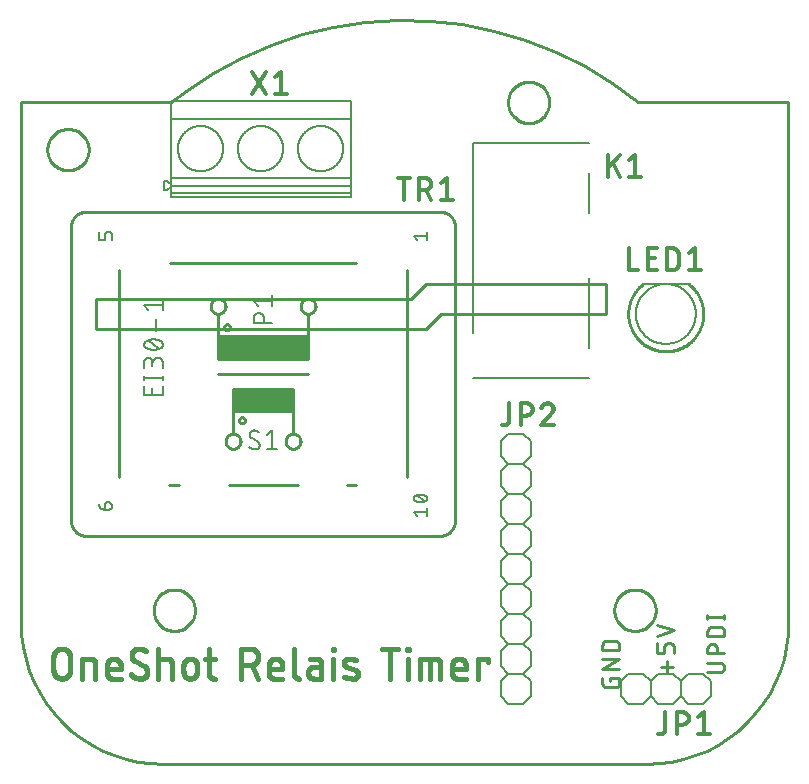
<source format=gbr>
G04 EAGLE Gerber RS-274X export*
G75*
%MOMM*%
%FSLAX34Y34*%
%LPD*%
%INSilkscreen Top*%
%IPPOS*%
%AMOC8*
5,1,8,0,0,1.08239X$1,22.5*%
G01*
%ADD10C,0.457200*%
%ADD11C,0.254000*%
%ADD12C,0.203200*%
%ADD13C,0.152400*%
%ADD14C,0.330200*%
%ADD15C,0.177800*%
%ADD16C,0.127000*%
%ADD17R,7.620000X1.905000*%
%ADD18R,5.080000X1.905000*%
%ADD19C,0.254000*%


D10*
X27686Y79199D02*
X27686Y90501D01*
X27688Y90673D01*
X27694Y90845D01*
X27705Y91017D01*
X27719Y91188D01*
X27738Y91359D01*
X27761Y91529D01*
X27788Y91699D01*
X27820Y91868D01*
X27855Y92037D01*
X27894Y92204D01*
X27938Y92371D01*
X27985Y92536D01*
X28037Y92700D01*
X28093Y92863D01*
X28152Y93024D01*
X28215Y93184D01*
X28283Y93342D01*
X28354Y93499D01*
X28429Y93654D01*
X28507Y93807D01*
X28590Y93958D01*
X28676Y94107D01*
X28765Y94254D01*
X28858Y94398D01*
X28955Y94540D01*
X29055Y94680D01*
X29159Y94818D01*
X29265Y94953D01*
X29375Y95085D01*
X29489Y95214D01*
X29605Y95341D01*
X29724Y95465D01*
X29847Y95586D01*
X29972Y95704D01*
X30100Y95818D01*
X30231Y95930D01*
X30365Y96038D01*
X30501Y96143D01*
X30639Y96245D01*
X30780Y96344D01*
X30924Y96439D01*
X31070Y96530D01*
X31218Y96618D01*
X31367Y96702D01*
X31519Y96782D01*
X31673Y96859D01*
X31829Y96932D01*
X31987Y97001D01*
X32146Y97067D01*
X32306Y97128D01*
X32468Y97186D01*
X32632Y97239D01*
X32797Y97289D01*
X32963Y97334D01*
X33129Y97376D01*
X33297Y97413D01*
X33466Y97447D01*
X33636Y97476D01*
X33806Y97501D01*
X33977Y97522D01*
X34148Y97538D01*
X34319Y97551D01*
X34491Y97559D01*
X34663Y97563D01*
X34835Y97563D01*
X35007Y97559D01*
X35179Y97551D01*
X35350Y97538D01*
X35521Y97522D01*
X35692Y97501D01*
X35862Y97476D01*
X36032Y97447D01*
X36201Y97413D01*
X36369Y97376D01*
X36535Y97334D01*
X36701Y97289D01*
X36866Y97239D01*
X37030Y97186D01*
X37192Y97128D01*
X37352Y97067D01*
X37511Y97001D01*
X37669Y96932D01*
X37825Y96859D01*
X37979Y96782D01*
X38131Y96702D01*
X38281Y96618D01*
X38428Y96530D01*
X38574Y96439D01*
X38718Y96344D01*
X38859Y96245D01*
X38997Y96143D01*
X39133Y96038D01*
X39267Y95930D01*
X39398Y95818D01*
X39526Y95704D01*
X39651Y95586D01*
X39774Y95465D01*
X39893Y95341D01*
X40009Y95214D01*
X40123Y95085D01*
X40233Y94953D01*
X40339Y94818D01*
X40443Y94680D01*
X40543Y94540D01*
X40640Y94398D01*
X40733Y94254D01*
X40822Y94107D01*
X40908Y93958D01*
X40991Y93807D01*
X41069Y93654D01*
X41144Y93499D01*
X41215Y93342D01*
X41283Y93184D01*
X41346Y93024D01*
X41405Y92863D01*
X41461Y92700D01*
X41513Y92536D01*
X41560Y92371D01*
X41604Y92204D01*
X41643Y92037D01*
X41678Y91868D01*
X41710Y91699D01*
X41737Y91529D01*
X41760Y91359D01*
X41779Y91188D01*
X41793Y91017D01*
X41804Y90845D01*
X41810Y90673D01*
X41812Y90501D01*
X41813Y90501D02*
X41813Y79199D01*
X41812Y79199D02*
X41810Y79027D01*
X41804Y78855D01*
X41793Y78683D01*
X41779Y78512D01*
X41760Y78341D01*
X41737Y78171D01*
X41710Y78001D01*
X41678Y77832D01*
X41643Y77663D01*
X41604Y77496D01*
X41560Y77329D01*
X41513Y77164D01*
X41461Y77000D01*
X41405Y76837D01*
X41346Y76676D01*
X41283Y76516D01*
X41215Y76358D01*
X41144Y76201D01*
X41069Y76046D01*
X40991Y75893D01*
X40908Y75742D01*
X40822Y75593D01*
X40733Y75446D01*
X40640Y75302D01*
X40543Y75160D01*
X40443Y75020D01*
X40339Y74882D01*
X40233Y74747D01*
X40123Y74615D01*
X40009Y74486D01*
X39893Y74359D01*
X39774Y74235D01*
X39651Y74114D01*
X39526Y73996D01*
X39398Y73882D01*
X39267Y73770D01*
X39133Y73662D01*
X38997Y73557D01*
X38859Y73455D01*
X38718Y73356D01*
X38574Y73261D01*
X38428Y73170D01*
X38281Y73082D01*
X38131Y72998D01*
X37979Y72918D01*
X37825Y72841D01*
X37669Y72768D01*
X37511Y72699D01*
X37352Y72633D01*
X37192Y72572D01*
X37030Y72514D01*
X36866Y72461D01*
X36701Y72411D01*
X36535Y72366D01*
X36369Y72324D01*
X36201Y72287D01*
X36032Y72253D01*
X35862Y72224D01*
X35692Y72199D01*
X35521Y72178D01*
X35350Y72162D01*
X35179Y72149D01*
X35007Y72141D01*
X34835Y72137D01*
X34663Y72137D01*
X34491Y72141D01*
X34319Y72149D01*
X34148Y72162D01*
X33977Y72178D01*
X33806Y72199D01*
X33636Y72224D01*
X33466Y72253D01*
X33297Y72287D01*
X33129Y72324D01*
X32963Y72366D01*
X32797Y72411D01*
X32632Y72461D01*
X32468Y72514D01*
X32306Y72572D01*
X32146Y72633D01*
X31987Y72699D01*
X31829Y72768D01*
X31673Y72841D01*
X31519Y72918D01*
X31367Y72998D01*
X31218Y73082D01*
X31070Y73170D01*
X30924Y73261D01*
X30780Y73356D01*
X30639Y73455D01*
X30501Y73557D01*
X30365Y73662D01*
X30231Y73770D01*
X30100Y73882D01*
X29972Y73996D01*
X29847Y74114D01*
X29724Y74235D01*
X29605Y74359D01*
X29489Y74486D01*
X29375Y74615D01*
X29265Y74747D01*
X29159Y74882D01*
X29055Y75020D01*
X28955Y75160D01*
X28858Y75302D01*
X28765Y75446D01*
X28676Y75593D01*
X28590Y75742D01*
X28507Y75893D01*
X28429Y76046D01*
X28354Y76201D01*
X28283Y76358D01*
X28215Y76516D01*
X28152Y76676D01*
X28093Y76837D01*
X28037Y77000D01*
X27985Y77164D01*
X27938Y77329D01*
X27894Y77496D01*
X27855Y77663D01*
X27820Y77832D01*
X27788Y78001D01*
X27761Y78171D01*
X27738Y78341D01*
X27719Y78512D01*
X27705Y78683D01*
X27694Y78855D01*
X27688Y79027D01*
X27686Y79199D01*
X51936Y72136D02*
X51936Y89088D01*
X58999Y89088D01*
X59127Y89086D01*
X59255Y89080D01*
X59383Y89071D01*
X59510Y89057D01*
X59637Y89040D01*
X59763Y89019D01*
X59888Y88994D01*
X60013Y88965D01*
X60137Y88932D01*
X60260Y88896D01*
X60381Y88856D01*
X60502Y88813D01*
X60621Y88765D01*
X60738Y88715D01*
X60854Y88660D01*
X60968Y88603D01*
X61081Y88541D01*
X61191Y88477D01*
X61300Y88409D01*
X61406Y88338D01*
X61511Y88264D01*
X61613Y88186D01*
X61712Y88106D01*
X61809Y88022D01*
X61904Y87936D01*
X61996Y87847D01*
X62085Y87755D01*
X62171Y87660D01*
X62255Y87563D01*
X62335Y87464D01*
X62413Y87362D01*
X62487Y87257D01*
X62558Y87151D01*
X62626Y87042D01*
X62690Y86932D01*
X62752Y86819D01*
X62809Y86705D01*
X62864Y86589D01*
X62914Y86472D01*
X62962Y86353D01*
X63005Y86232D01*
X63045Y86111D01*
X63081Y85988D01*
X63114Y85864D01*
X63143Y85739D01*
X63168Y85614D01*
X63189Y85488D01*
X63206Y85361D01*
X63220Y85234D01*
X63229Y85106D01*
X63235Y84978D01*
X63237Y84850D01*
X63237Y72136D01*
X77437Y72136D02*
X84500Y72136D01*
X77437Y72136D02*
X77309Y72138D01*
X77181Y72144D01*
X77053Y72153D01*
X76926Y72167D01*
X76799Y72184D01*
X76673Y72205D01*
X76548Y72230D01*
X76423Y72259D01*
X76299Y72292D01*
X76176Y72328D01*
X76055Y72368D01*
X75934Y72411D01*
X75815Y72459D01*
X75698Y72509D01*
X75582Y72564D01*
X75468Y72621D01*
X75355Y72683D01*
X75245Y72747D01*
X75136Y72815D01*
X75030Y72886D01*
X74925Y72960D01*
X74823Y73038D01*
X74724Y73118D01*
X74627Y73202D01*
X74532Y73288D01*
X74440Y73377D01*
X74351Y73469D01*
X74265Y73564D01*
X74181Y73661D01*
X74101Y73760D01*
X74023Y73862D01*
X73949Y73967D01*
X73878Y74073D01*
X73810Y74182D01*
X73746Y74292D01*
X73684Y74405D01*
X73627Y74519D01*
X73572Y74635D01*
X73522Y74752D01*
X73474Y74871D01*
X73431Y74992D01*
X73391Y75113D01*
X73355Y75236D01*
X73322Y75360D01*
X73293Y75485D01*
X73268Y75610D01*
X73247Y75736D01*
X73230Y75863D01*
X73216Y75990D01*
X73207Y76118D01*
X73201Y76246D01*
X73199Y76374D01*
X73199Y83437D01*
X73198Y83437D02*
X73200Y83586D01*
X73206Y83735D01*
X73216Y83884D01*
X73229Y84033D01*
X73247Y84181D01*
X73269Y84328D01*
X73294Y84475D01*
X73324Y84622D01*
X73357Y84767D01*
X73394Y84912D01*
X73435Y85055D01*
X73479Y85197D01*
X73528Y85339D01*
X73580Y85478D01*
X73635Y85617D01*
X73695Y85754D01*
X73758Y85889D01*
X73824Y86022D01*
X73894Y86154D01*
X73968Y86284D01*
X74044Y86412D01*
X74125Y86538D01*
X74208Y86661D01*
X74295Y86783D01*
X74385Y86902D01*
X74478Y87018D01*
X74574Y87132D01*
X74673Y87244D01*
X74775Y87353D01*
X74880Y87459D01*
X74987Y87563D01*
X75097Y87663D01*
X75210Y87761D01*
X75326Y87855D01*
X75444Y87947D01*
X75564Y88035D01*
X75686Y88120D01*
X75811Y88202D01*
X75938Y88280D01*
X76067Y88356D01*
X76197Y88427D01*
X76330Y88496D01*
X76465Y88560D01*
X76601Y88621D01*
X76738Y88679D01*
X76877Y88733D01*
X77018Y88783D01*
X77160Y88830D01*
X77303Y88872D01*
X77447Y88911D01*
X77592Y88946D01*
X77737Y88978D01*
X77884Y89005D01*
X78031Y89029D01*
X78179Y89048D01*
X78328Y89064D01*
X78476Y89076D01*
X78625Y89084D01*
X78774Y89088D01*
X78924Y89088D01*
X79073Y89084D01*
X79222Y89076D01*
X79370Y89064D01*
X79519Y89048D01*
X79667Y89029D01*
X79814Y89005D01*
X79961Y88978D01*
X80106Y88946D01*
X80251Y88911D01*
X80395Y88872D01*
X80538Y88830D01*
X80680Y88783D01*
X80821Y88733D01*
X80960Y88679D01*
X81097Y88621D01*
X81233Y88560D01*
X81368Y88496D01*
X81501Y88427D01*
X81631Y88356D01*
X81760Y88280D01*
X81887Y88202D01*
X82012Y88120D01*
X82134Y88035D01*
X82254Y87947D01*
X82372Y87855D01*
X82488Y87761D01*
X82601Y87663D01*
X82711Y87563D01*
X82818Y87459D01*
X82923Y87353D01*
X83025Y87244D01*
X83124Y87132D01*
X83220Y87018D01*
X83313Y86902D01*
X83403Y86783D01*
X83490Y86661D01*
X83573Y86538D01*
X83654Y86412D01*
X83730Y86284D01*
X83804Y86154D01*
X83874Y86022D01*
X83940Y85889D01*
X84003Y85754D01*
X84063Y85617D01*
X84118Y85478D01*
X84170Y85339D01*
X84219Y85197D01*
X84263Y85055D01*
X84304Y84912D01*
X84341Y84767D01*
X84374Y84622D01*
X84404Y84475D01*
X84429Y84328D01*
X84451Y84181D01*
X84469Y84033D01*
X84482Y83884D01*
X84492Y83735D01*
X84498Y83586D01*
X84500Y83437D01*
X84500Y80612D01*
X73199Y80612D01*
X101524Y72136D02*
X101672Y72138D01*
X101820Y72144D01*
X101967Y72153D01*
X102115Y72167D01*
X102262Y72184D01*
X102408Y72206D01*
X102554Y72231D01*
X102699Y72259D01*
X102843Y72292D01*
X102987Y72329D01*
X103129Y72369D01*
X103270Y72413D01*
X103410Y72460D01*
X103549Y72511D01*
X103687Y72566D01*
X103822Y72625D01*
X103957Y72687D01*
X104090Y72752D01*
X104220Y72821D01*
X104350Y72893D01*
X104477Y72969D01*
X104602Y73048D01*
X104725Y73130D01*
X104846Y73215D01*
X104964Y73304D01*
X105080Y73395D01*
X105194Y73490D01*
X105305Y73587D01*
X105414Y73688D01*
X105520Y73791D01*
X105623Y73897D01*
X105724Y74006D01*
X105821Y74117D01*
X105916Y74231D01*
X106007Y74347D01*
X106096Y74465D01*
X106181Y74586D01*
X106263Y74709D01*
X106342Y74834D01*
X106418Y74962D01*
X106490Y75091D01*
X106559Y75222D01*
X106625Y75354D01*
X106686Y75489D01*
X106745Y75624D01*
X106800Y75762D01*
X106851Y75901D01*
X106898Y76041D01*
X106942Y76182D01*
X106982Y76324D01*
X107019Y76468D01*
X107052Y76612D01*
X107080Y76757D01*
X107105Y76903D01*
X107127Y77049D01*
X107144Y77196D01*
X107158Y77344D01*
X107167Y77491D01*
X107173Y77639D01*
X107175Y77787D01*
X101524Y72136D02*
X101238Y72139D01*
X100953Y72150D01*
X100668Y72167D01*
X100383Y72191D01*
X100099Y72221D01*
X99816Y72259D01*
X99534Y72303D01*
X99253Y72354D01*
X98973Y72412D01*
X98695Y72476D01*
X98418Y72547D01*
X98144Y72625D01*
X97871Y72709D01*
X97600Y72799D01*
X97331Y72897D01*
X97065Y73000D01*
X96801Y73110D01*
X96540Y73226D01*
X96282Y73348D01*
X96027Y73477D01*
X95775Y73611D01*
X95527Y73752D01*
X95281Y73898D01*
X95040Y74051D01*
X94802Y74209D01*
X94568Y74372D01*
X94338Y74542D01*
X94112Y74716D01*
X93890Y74896D01*
X93673Y75081D01*
X93460Y75272D01*
X93252Y75467D01*
X93048Y75668D01*
X93754Y91913D02*
X93756Y92061D01*
X93762Y92209D01*
X93771Y92356D01*
X93785Y92504D01*
X93802Y92651D01*
X93824Y92797D01*
X93849Y92943D01*
X93877Y93088D01*
X93910Y93232D01*
X93947Y93376D01*
X93987Y93518D01*
X94031Y93659D01*
X94078Y93799D01*
X94129Y93938D01*
X94184Y94076D01*
X94243Y94211D01*
X94304Y94346D01*
X94370Y94479D01*
X94439Y94609D01*
X94511Y94738D01*
X94587Y94866D01*
X94666Y94991D01*
X94748Y95114D01*
X94833Y95235D01*
X94922Y95353D01*
X95013Y95469D01*
X95108Y95583D01*
X95205Y95694D01*
X95306Y95803D01*
X95409Y95909D01*
X95515Y96012D01*
X95624Y96113D01*
X95735Y96210D01*
X95849Y96305D01*
X95965Y96396D01*
X96083Y96485D01*
X96204Y96570D01*
X96327Y96652D01*
X96452Y96731D01*
X96580Y96807D01*
X96709Y96879D01*
X96839Y96948D01*
X96972Y97014D01*
X97107Y97075D01*
X97242Y97134D01*
X97380Y97189D01*
X97519Y97240D01*
X97659Y97287D01*
X97800Y97331D01*
X97942Y97371D01*
X98086Y97408D01*
X98230Y97441D01*
X98375Y97469D01*
X98521Y97494D01*
X98667Y97516D01*
X98814Y97533D01*
X98962Y97547D01*
X99109Y97556D01*
X99257Y97562D01*
X99405Y97564D01*
X99657Y97561D01*
X99910Y97552D01*
X100162Y97537D01*
X100414Y97516D01*
X100665Y97489D01*
X100915Y97456D01*
X101164Y97417D01*
X101413Y97372D01*
X101660Y97321D01*
X101906Y97265D01*
X102151Y97202D01*
X102394Y97134D01*
X102635Y97060D01*
X102875Y96980D01*
X103113Y96894D01*
X103348Y96803D01*
X103581Y96706D01*
X103812Y96604D01*
X104040Y96496D01*
X104266Y96383D01*
X104489Y96264D01*
X104709Y96141D01*
X104926Y96012D01*
X105140Y95877D01*
X105351Y95738D01*
X105558Y95594D01*
X105762Y95445D01*
X96580Y86969D02*
X96453Y87046D01*
X96328Y87126D01*
X96205Y87210D01*
X96084Y87297D01*
X95965Y87387D01*
X95849Y87480D01*
X95735Y87577D01*
X95624Y87676D01*
X95515Y87777D01*
X95409Y87882D01*
X95306Y87989D01*
X95205Y88099D01*
X95108Y88212D01*
X95013Y88327D01*
X94922Y88445D01*
X94833Y88565D01*
X94748Y88687D01*
X94666Y88811D01*
X94587Y88937D01*
X94511Y89066D01*
X94439Y89196D01*
X94370Y89328D01*
X94305Y89462D01*
X94243Y89597D01*
X94185Y89734D01*
X94130Y89873D01*
X94079Y90013D01*
X94031Y90154D01*
X93987Y90297D01*
X93947Y90440D01*
X93911Y90584D01*
X93878Y90730D01*
X93849Y90876D01*
X93824Y91023D01*
X93803Y91170D01*
X93786Y91318D01*
X93772Y91467D01*
X93763Y91615D01*
X93757Y91764D01*
X93755Y91913D01*
X104350Y82731D02*
X104477Y82654D01*
X104602Y82574D01*
X104725Y82490D01*
X104846Y82403D01*
X104965Y82313D01*
X105081Y82220D01*
X105195Y82123D01*
X105306Y82024D01*
X105415Y81923D01*
X105521Y81818D01*
X105624Y81711D01*
X105725Y81600D01*
X105822Y81488D01*
X105917Y81373D01*
X106008Y81255D01*
X106097Y81135D01*
X106182Y81013D01*
X106264Y80889D01*
X106343Y80763D01*
X106419Y80634D01*
X106491Y80504D01*
X106560Y80372D01*
X106625Y80238D01*
X106687Y80103D01*
X106745Y79966D01*
X106800Y79827D01*
X106851Y79687D01*
X106899Y79546D01*
X106943Y79403D01*
X106983Y79260D01*
X107019Y79116D01*
X107052Y78970D01*
X107081Y78824D01*
X107106Y78677D01*
X107127Y78530D01*
X107144Y78382D01*
X107158Y78233D01*
X107167Y78085D01*
X107173Y77936D01*
X107175Y77787D01*
X104350Y82731D02*
X96580Y86969D01*
X116511Y97564D02*
X116511Y72136D01*
X116511Y89088D02*
X123574Y89088D01*
X123702Y89086D01*
X123830Y89080D01*
X123958Y89071D01*
X124085Y89057D01*
X124212Y89040D01*
X124338Y89019D01*
X124463Y88994D01*
X124588Y88965D01*
X124712Y88932D01*
X124835Y88896D01*
X124956Y88856D01*
X125077Y88813D01*
X125196Y88765D01*
X125313Y88715D01*
X125429Y88660D01*
X125543Y88603D01*
X125656Y88541D01*
X125766Y88477D01*
X125875Y88409D01*
X125981Y88338D01*
X126086Y88264D01*
X126188Y88186D01*
X126287Y88106D01*
X126384Y88022D01*
X126479Y87936D01*
X126571Y87847D01*
X126660Y87755D01*
X126746Y87660D01*
X126830Y87563D01*
X126910Y87464D01*
X126988Y87362D01*
X127062Y87257D01*
X127133Y87151D01*
X127201Y87042D01*
X127265Y86932D01*
X127327Y86819D01*
X127384Y86705D01*
X127439Y86589D01*
X127489Y86472D01*
X127537Y86353D01*
X127580Y86232D01*
X127620Y86111D01*
X127656Y85988D01*
X127689Y85864D01*
X127718Y85739D01*
X127743Y85614D01*
X127764Y85488D01*
X127781Y85361D01*
X127795Y85234D01*
X127804Y85106D01*
X127810Y84978D01*
X127812Y84850D01*
X127812Y72136D01*
X137773Y77787D02*
X137773Y83437D01*
X137775Y83586D01*
X137781Y83735D01*
X137791Y83884D01*
X137804Y84033D01*
X137822Y84181D01*
X137844Y84328D01*
X137869Y84475D01*
X137899Y84622D01*
X137932Y84767D01*
X137969Y84912D01*
X138010Y85055D01*
X138054Y85197D01*
X138103Y85339D01*
X138155Y85478D01*
X138210Y85617D01*
X138270Y85754D01*
X138333Y85889D01*
X138399Y86022D01*
X138469Y86154D01*
X138543Y86284D01*
X138619Y86412D01*
X138700Y86538D01*
X138783Y86661D01*
X138870Y86783D01*
X138960Y86902D01*
X139053Y87018D01*
X139149Y87132D01*
X139248Y87244D01*
X139350Y87353D01*
X139455Y87459D01*
X139562Y87563D01*
X139672Y87663D01*
X139785Y87761D01*
X139901Y87855D01*
X140019Y87947D01*
X140139Y88035D01*
X140261Y88120D01*
X140386Y88202D01*
X140513Y88280D01*
X140642Y88356D01*
X140772Y88427D01*
X140905Y88496D01*
X141040Y88560D01*
X141176Y88621D01*
X141313Y88679D01*
X141452Y88733D01*
X141593Y88783D01*
X141735Y88830D01*
X141878Y88872D01*
X142022Y88911D01*
X142167Y88946D01*
X142312Y88978D01*
X142459Y89005D01*
X142606Y89029D01*
X142754Y89048D01*
X142903Y89064D01*
X143051Y89076D01*
X143200Y89084D01*
X143349Y89088D01*
X143499Y89088D01*
X143648Y89084D01*
X143797Y89076D01*
X143945Y89064D01*
X144094Y89048D01*
X144242Y89029D01*
X144389Y89005D01*
X144536Y88978D01*
X144681Y88946D01*
X144826Y88911D01*
X144970Y88872D01*
X145113Y88830D01*
X145255Y88783D01*
X145396Y88733D01*
X145535Y88679D01*
X145672Y88621D01*
X145808Y88560D01*
X145943Y88496D01*
X146076Y88427D01*
X146206Y88356D01*
X146335Y88280D01*
X146462Y88202D01*
X146587Y88120D01*
X146709Y88035D01*
X146829Y87947D01*
X146947Y87855D01*
X147063Y87761D01*
X147176Y87663D01*
X147286Y87563D01*
X147393Y87459D01*
X147498Y87353D01*
X147600Y87244D01*
X147699Y87132D01*
X147795Y87018D01*
X147888Y86902D01*
X147978Y86783D01*
X148065Y86661D01*
X148148Y86538D01*
X148229Y86412D01*
X148305Y86284D01*
X148379Y86154D01*
X148449Y86022D01*
X148515Y85889D01*
X148578Y85754D01*
X148638Y85617D01*
X148693Y85478D01*
X148745Y85339D01*
X148794Y85197D01*
X148838Y85055D01*
X148879Y84912D01*
X148916Y84767D01*
X148949Y84622D01*
X148979Y84475D01*
X149004Y84328D01*
X149026Y84181D01*
X149044Y84033D01*
X149057Y83884D01*
X149067Y83735D01*
X149073Y83586D01*
X149075Y83437D01*
X149075Y77787D01*
X149073Y77638D01*
X149067Y77489D01*
X149057Y77340D01*
X149044Y77191D01*
X149026Y77043D01*
X149004Y76896D01*
X148979Y76749D01*
X148949Y76602D01*
X148916Y76457D01*
X148879Y76312D01*
X148838Y76169D01*
X148794Y76027D01*
X148745Y75885D01*
X148693Y75746D01*
X148638Y75607D01*
X148578Y75470D01*
X148515Y75335D01*
X148449Y75202D01*
X148379Y75070D01*
X148305Y74940D01*
X148229Y74812D01*
X148148Y74686D01*
X148065Y74563D01*
X147978Y74441D01*
X147888Y74322D01*
X147795Y74206D01*
X147699Y74092D01*
X147600Y73980D01*
X147498Y73871D01*
X147393Y73765D01*
X147286Y73661D01*
X147176Y73561D01*
X147063Y73463D01*
X146947Y73369D01*
X146829Y73277D01*
X146709Y73189D01*
X146587Y73104D01*
X146462Y73022D01*
X146335Y72944D01*
X146206Y72868D01*
X146076Y72797D01*
X145943Y72728D01*
X145808Y72664D01*
X145672Y72603D01*
X145535Y72545D01*
X145396Y72491D01*
X145255Y72441D01*
X145113Y72394D01*
X144970Y72352D01*
X144826Y72313D01*
X144681Y72278D01*
X144536Y72246D01*
X144389Y72219D01*
X144242Y72195D01*
X144094Y72176D01*
X143945Y72160D01*
X143797Y72148D01*
X143648Y72140D01*
X143499Y72136D01*
X143349Y72136D01*
X143200Y72140D01*
X143051Y72148D01*
X142903Y72160D01*
X142754Y72176D01*
X142606Y72195D01*
X142459Y72219D01*
X142312Y72246D01*
X142167Y72278D01*
X142022Y72313D01*
X141878Y72352D01*
X141735Y72394D01*
X141593Y72441D01*
X141452Y72491D01*
X141313Y72545D01*
X141176Y72603D01*
X141040Y72664D01*
X140905Y72728D01*
X140772Y72797D01*
X140642Y72868D01*
X140513Y72944D01*
X140386Y73022D01*
X140261Y73104D01*
X140139Y73189D01*
X140019Y73277D01*
X139901Y73369D01*
X139785Y73463D01*
X139672Y73561D01*
X139562Y73661D01*
X139455Y73765D01*
X139350Y73871D01*
X139248Y73980D01*
X139149Y74092D01*
X139053Y74206D01*
X138960Y74322D01*
X138870Y74441D01*
X138783Y74563D01*
X138700Y74686D01*
X138619Y74812D01*
X138543Y74940D01*
X138469Y75070D01*
X138399Y75202D01*
X138333Y75335D01*
X138270Y75470D01*
X138210Y75607D01*
X138155Y75746D01*
X138103Y75885D01*
X138054Y76027D01*
X138010Y76169D01*
X137969Y76312D01*
X137932Y76457D01*
X137899Y76602D01*
X137869Y76749D01*
X137844Y76896D01*
X137822Y77043D01*
X137804Y77191D01*
X137791Y77340D01*
X137781Y77489D01*
X137775Y77638D01*
X137773Y77787D01*
X156358Y89088D02*
X164834Y89088D01*
X159184Y97564D02*
X159184Y76374D01*
X159186Y76246D01*
X159192Y76118D01*
X159201Y75990D01*
X159215Y75863D01*
X159232Y75736D01*
X159253Y75610D01*
X159278Y75485D01*
X159307Y75360D01*
X159340Y75236D01*
X159376Y75113D01*
X159416Y74992D01*
X159459Y74871D01*
X159507Y74752D01*
X159557Y74635D01*
X159612Y74519D01*
X159669Y74405D01*
X159731Y74292D01*
X159795Y74182D01*
X159863Y74073D01*
X159934Y73967D01*
X160008Y73862D01*
X160086Y73760D01*
X160166Y73661D01*
X160250Y73564D01*
X160336Y73469D01*
X160425Y73377D01*
X160517Y73288D01*
X160612Y73202D01*
X160709Y73118D01*
X160808Y73038D01*
X160910Y72960D01*
X161015Y72886D01*
X161121Y72815D01*
X161230Y72747D01*
X161340Y72683D01*
X161453Y72621D01*
X161567Y72564D01*
X161683Y72509D01*
X161800Y72459D01*
X161919Y72411D01*
X162040Y72368D01*
X162161Y72328D01*
X162284Y72292D01*
X162408Y72259D01*
X162533Y72230D01*
X162658Y72205D01*
X162784Y72184D01*
X162911Y72167D01*
X163038Y72153D01*
X163166Y72144D01*
X163294Y72138D01*
X163422Y72136D01*
X164834Y72136D01*
X186873Y72136D02*
X186873Y97564D01*
X193937Y97564D01*
X194109Y97562D01*
X194281Y97556D01*
X194453Y97545D01*
X194624Y97531D01*
X194795Y97512D01*
X194965Y97489D01*
X195135Y97462D01*
X195304Y97430D01*
X195473Y97395D01*
X195640Y97356D01*
X195807Y97312D01*
X195972Y97265D01*
X196136Y97213D01*
X196299Y97157D01*
X196460Y97098D01*
X196620Y97035D01*
X196778Y96967D01*
X196935Y96896D01*
X197090Y96821D01*
X197243Y96743D01*
X197394Y96660D01*
X197543Y96574D01*
X197690Y96485D01*
X197834Y96392D01*
X197976Y96295D01*
X198116Y96195D01*
X198254Y96091D01*
X198389Y95985D01*
X198521Y95875D01*
X198650Y95761D01*
X198777Y95645D01*
X198901Y95526D01*
X199022Y95403D01*
X199140Y95278D01*
X199254Y95150D01*
X199366Y95019D01*
X199474Y94885D01*
X199579Y94749D01*
X199681Y94611D01*
X199780Y94470D01*
X199875Y94326D01*
X199966Y94180D01*
X200054Y94033D01*
X200138Y93883D01*
X200218Y93731D01*
X200295Y93577D01*
X200368Y93421D01*
X200437Y93263D01*
X200503Y93104D01*
X200564Y92944D01*
X200622Y92782D01*
X200675Y92618D01*
X200725Y92453D01*
X200770Y92287D01*
X200812Y92121D01*
X200849Y91953D01*
X200883Y91784D01*
X200912Y91614D01*
X200937Y91444D01*
X200958Y91273D01*
X200974Y91102D01*
X200987Y90931D01*
X200995Y90759D01*
X200999Y90587D01*
X200999Y90415D01*
X200995Y90243D01*
X200987Y90071D01*
X200974Y89900D01*
X200958Y89729D01*
X200937Y89558D01*
X200912Y89388D01*
X200883Y89218D01*
X200849Y89049D01*
X200812Y88881D01*
X200770Y88715D01*
X200725Y88549D01*
X200675Y88384D01*
X200622Y88220D01*
X200564Y88058D01*
X200503Y87898D01*
X200437Y87739D01*
X200368Y87581D01*
X200295Y87425D01*
X200218Y87271D01*
X200138Y87119D01*
X200054Y86970D01*
X199966Y86822D01*
X199875Y86676D01*
X199780Y86532D01*
X199681Y86391D01*
X199579Y86253D01*
X199474Y86117D01*
X199366Y85983D01*
X199254Y85852D01*
X199140Y85724D01*
X199022Y85599D01*
X198901Y85476D01*
X198777Y85357D01*
X198650Y85241D01*
X198521Y85127D01*
X198389Y85017D01*
X198254Y84911D01*
X198116Y84807D01*
X197976Y84707D01*
X197834Y84610D01*
X197690Y84517D01*
X197543Y84428D01*
X197394Y84342D01*
X197243Y84259D01*
X197090Y84181D01*
X196935Y84106D01*
X196778Y84035D01*
X196620Y83967D01*
X196460Y83904D01*
X196299Y83845D01*
X196136Y83789D01*
X195972Y83737D01*
X195807Y83690D01*
X195640Y83646D01*
X195473Y83607D01*
X195304Y83572D01*
X195135Y83540D01*
X194965Y83513D01*
X194795Y83490D01*
X194624Y83471D01*
X194453Y83457D01*
X194281Y83446D01*
X194109Y83440D01*
X193937Y83438D01*
X193937Y83437D02*
X186873Y83437D01*
X195349Y83437D02*
X201000Y72136D01*
X214461Y72136D02*
X221524Y72136D01*
X214461Y72136D02*
X214333Y72138D01*
X214205Y72144D01*
X214077Y72153D01*
X213950Y72167D01*
X213823Y72184D01*
X213697Y72205D01*
X213572Y72230D01*
X213447Y72259D01*
X213323Y72292D01*
X213200Y72328D01*
X213079Y72368D01*
X212958Y72411D01*
X212839Y72459D01*
X212722Y72509D01*
X212606Y72564D01*
X212492Y72621D01*
X212379Y72683D01*
X212269Y72747D01*
X212160Y72815D01*
X212054Y72886D01*
X211949Y72960D01*
X211847Y73038D01*
X211748Y73118D01*
X211651Y73202D01*
X211556Y73288D01*
X211464Y73377D01*
X211375Y73469D01*
X211289Y73564D01*
X211205Y73661D01*
X211125Y73760D01*
X211047Y73862D01*
X210973Y73967D01*
X210902Y74073D01*
X210834Y74182D01*
X210770Y74292D01*
X210708Y74405D01*
X210651Y74519D01*
X210596Y74635D01*
X210546Y74752D01*
X210498Y74871D01*
X210455Y74992D01*
X210415Y75113D01*
X210379Y75236D01*
X210346Y75360D01*
X210317Y75485D01*
X210292Y75610D01*
X210271Y75736D01*
X210254Y75863D01*
X210240Y75990D01*
X210231Y76118D01*
X210225Y76246D01*
X210223Y76374D01*
X210223Y83437D01*
X210225Y83586D01*
X210231Y83735D01*
X210241Y83884D01*
X210254Y84033D01*
X210272Y84181D01*
X210294Y84328D01*
X210319Y84475D01*
X210349Y84622D01*
X210382Y84767D01*
X210419Y84912D01*
X210460Y85055D01*
X210504Y85197D01*
X210553Y85339D01*
X210605Y85478D01*
X210660Y85617D01*
X210720Y85754D01*
X210783Y85889D01*
X210849Y86022D01*
X210919Y86154D01*
X210993Y86284D01*
X211069Y86412D01*
X211150Y86538D01*
X211233Y86661D01*
X211320Y86783D01*
X211410Y86902D01*
X211503Y87018D01*
X211599Y87132D01*
X211698Y87244D01*
X211800Y87353D01*
X211905Y87459D01*
X212012Y87563D01*
X212122Y87663D01*
X212235Y87761D01*
X212351Y87855D01*
X212469Y87947D01*
X212589Y88035D01*
X212711Y88120D01*
X212836Y88202D01*
X212963Y88280D01*
X213092Y88356D01*
X213222Y88427D01*
X213355Y88496D01*
X213490Y88560D01*
X213626Y88621D01*
X213763Y88679D01*
X213902Y88733D01*
X214043Y88783D01*
X214185Y88830D01*
X214328Y88872D01*
X214472Y88911D01*
X214617Y88946D01*
X214762Y88978D01*
X214909Y89005D01*
X215056Y89029D01*
X215204Y89048D01*
X215353Y89064D01*
X215501Y89076D01*
X215650Y89084D01*
X215799Y89088D01*
X215949Y89088D01*
X216098Y89084D01*
X216247Y89076D01*
X216395Y89064D01*
X216544Y89048D01*
X216692Y89029D01*
X216839Y89005D01*
X216986Y88978D01*
X217131Y88946D01*
X217276Y88911D01*
X217420Y88872D01*
X217563Y88830D01*
X217705Y88783D01*
X217846Y88733D01*
X217985Y88679D01*
X218122Y88621D01*
X218258Y88560D01*
X218393Y88496D01*
X218526Y88427D01*
X218656Y88356D01*
X218785Y88280D01*
X218912Y88202D01*
X219037Y88120D01*
X219159Y88035D01*
X219279Y87947D01*
X219397Y87855D01*
X219513Y87761D01*
X219626Y87663D01*
X219736Y87563D01*
X219843Y87459D01*
X219948Y87353D01*
X220050Y87244D01*
X220149Y87132D01*
X220245Y87018D01*
X220338Y86902D01*
X220428Y86783D01*
X220515Y86661D01*
X220598Y86538D01*
X220679Y86412D01*
X220755Y86284D01*
X220829Y86154D01*
X220899Y86022D01*
X220965Y85889D01*
X221028Y85754D01*
X221088Y85617D01*
X221143Y85478D01*
X221195Y85339D01*
X221244Y85197D01*
X221288Y85055D01*
X221329Y84912D01*
X221366Y84767D01*
X221399Y84622D01*
X221429Y84475D01*
X221454Y84328D01*
X221476Y84181D01*
X221494Y84033D01*
X221507Y83884D01*
X221517Y83735D01*
X221523Y83586D01*
X221525Y83437D01*
X221524Y83437D02*
X221524Y80612D01*
X210223Y80612D01*
X231158Y76374D02*
X231158Y97564D01*
X231158Y76374D02*
X231160Y76246D01*
X231166Y76118D01*
X231175Y75990D01*
X231189Y75863D01*
X231206Y75736D01*
X231227Y75610D01*
X231252Y75485D01*
X231281Y75360D01*
X231314Y75236D01*
X231350Y75113D01*
X231390Y74992D01*
X231433Y74871D01*
X231481Y74752D01*
X231531Y74635D01*
X231586Y74519D01*
X231643Y74405D01*
X231705Y74292D01*
X231769Y74182D01*
X231837Y74073D01*
X231908Y73967D01*
X231982Y73862D01*
X232060Y73760D01*
X232140Y73661D01*
X232224Y73564D01*
X232310Y73469D01*
X232399Y73377D01*
X232491Y73288D01*
X232586Y73202D01*
X232683Y73118D01*
X232782Y73038D01*
X232884Y72960D01*
X232989Y72886D01*
X233095Y72815D01*
X233204Y72747D01*
X233314Y72683D01*
X233427Y72621D01*
X233541Y72564D01*
X233657Y72509D01*
X233774Y72459D01*
X233893Y72411D01*
X234014Y72368D01*
X234135Y72328D01*
X234258Y72292D01*
X234382Y72259D01*
X234507Y72230D01*
X234632Y72205D01*
X234758Y72184D01*
X234885Y72167D01*
X235012Y72153D01*
X235140Y72144D01*
X235268Y72138D01*
X235396Y72136D01*
X248152Y82025D02*
X254509Y82025D01*
X248152Y82024D02*
X248012Y82022D01*
X247872Y82016D01*
X247733Y82006D01*
X247593Y81992D01*
X247455Y81975D01*
X247316Y81953D01*
X247179Y81927D01*
X247042Y81898D01*
X246906Y81864D01*
X246771Y81827D01*
X246638Y81786D01*
X246505Y81742D01*
X246374Y81693D01*
X246244Y81641D01*
X246116Y81585D01*
X245989Y81526D01*
X245864Y81463D01*
X245741Y81396D01*
X245620Y81326D01*
X245501Y81253D01*
X245383Y81176D01*
X245269Y81096D01*
X245156Y81013D01*
X245046Y80927D01*
X244938Y80837D01*
X244833Y80745D01*
X244731Y80649D01*
X244631Y80551D01*
X244535Y80450D01*
X244441Y80346D01*
X244350Y80240D01*
X244262Y80131D01*
X244177Y80020D01*
X244095Y79906D01*
X244017Y79790D01*
X243942Y79672D01*
X243870Y79552D01*
X243802Y79430D01*
X243737Y79306D01*
X243676Y79180D01*
X243619Y79052D01*
X243565Y78923D01*
X243514Y78793D01*
X243468Y78661D01*
X243425Y78528D01*
X243386Y78393D01*
X243350Y78258D01*
X243319Y78122D01*
X243291Y77984D01*
X243268Y77847D01*
X243248Y77708D01*
X243232Y77569D01*
X243220Y77430D01*
X243212Y77290D01*
X243208Y77150D01*
X243208Y77010D01*
X243212Y76870D01*
X243220Y76730D01*
X243232Y76591D01*
X243248Y76452D01*
X243268Y76313D01*
X243291Y76176D01*
X243319Y76038D01*
X243350Y75902D01*
X243386Y75767D01*
X243425Y75632D01*
X243468Y75499D01*
X243514Y75367D01*
X243565Y75237D01*
X243619Y75108D01*
X243676Y74980D01*
X243737Y74854D01*
X243802Y74730D01*
X243870Y74608D01*
X243942Y74488D01*
X244017Y74370D01*
X244095Y74254D01*
X244177Y74140D01*
X244262Y74029D01*
X244350Y73920D01*
X244441Y73814D01*
X244535Y73710D01*
X244631Y73609D01*
X244731Y73511D01*
X244833Y73415D01*
X244938Y73323D01*
X245046Y73233D01*
X245156Y73147D01*
X245269Y73064D01*
X245383Y72984D01*
X245501Y72907D01*
X245620Y72834D01*
X245741Y72764D01*
X245864Y72697D01*
X245989Y72634D01*
X246116Y72575D01*
X246244Y72519D01*
X246374Y72467D01*
X246505Y72418D01*
X246638Y72374D01*
X246771Y72333D01*
X246906Y72296D01*
X247042Y72262D01*
X247179Y72233D01*
X247316Y72207D01*
X247455Y72185D01*
X247593Y72168D01*
X247733Y72154D01*
X247872Y72144D01*
X248012Y72138D01*
X248152Y72136D01*
X254509Y72136D01*
X254509Y84850D01*
X254507Y84978D01*
X254501Y85106D01*
X254492Y85234D01*
X254478Y85361D01*
X254461Y85488D01*
X254440Y85614D01*
X254415Y85739D01*
X254386Y85864D01*
X254353Y85988D01*
X254317Y86111D01*
X254277Y86232D01*
X254234Y86353D01*
X254186Y86472D01*
X254136Y86589D01*
X254081Y86705D01*
X254024Y86819D01*
X253962Y86932D01*
X253898Y87042D01*
X253830Y87151D01*
X253759Y87257D01*
X253685Y87362D01*
X253607Y87464D01*
X253527Y87563D01*
X253443Y87660D01*
X253357Y87755D01*
X253268Y87847D01*
X253176Y87936D01*
X253081Y88022D01*
X252984Y88106D01*
X252885Y88186D01*
X252783Y88264D01*
X252678Y88338D01*
X252572Y88409D01*
X252463Y88477D01*
X252353Y88541D01*
X252240Y88603D01*
X252126Y88660D01*
X252010Y88715D01*
X251893Y88765D01*
X251774Y88813D01*
X251653Y88856D01*
X251532Y88896D01*
X251409Y88932D01*
X251285Y88965D01*
X251160Y88994D01*
X251035Y89019D01*
X250909Y89040D01*
X250782Y89057D01*
X250655Y89071D01*
X250527Y89080D01*
X250399Y89086D01*
X250271Y89088D01*
X244620Y89088D01*
X264699Y89088D02*
X264699Y72136D01*
X263992Y96151D02*
X263992Y97564D01*
X265405Y97564D01*
X265405Y96151D01*
X263992Y96151D01*
X276129Y82025D02*
X283193Y79199D01*
X276130Y82025D02*
X276019Y82071D01*
X275911Y82121D01*
X275804Y82174D01*
X275698Y82231D01*
X275595Y82291D01*
X275494Y82355D01*
X275394Y82422D01*
X275297Y82492D01*
X275203Y82565D01*
X275111Y82641D01*
X275021Y82720D01*
X274934Y82802D01*
X274850Y82887D01*
X274768Y82975D01*
X274690Y83065D01*
X274614Y83157D01*
X274541Y83253D01*
X274472Y83350D01*
X274406Y83450D01*
X274343Y83551D01*
X274284Y83655D01*
X274227Y83761D01*
X274175Y83868D01*
X274126Y83977D01*
X274080Y84088D01*
X274038Y84200D01*
X274000Y84313D01*
X273966Y84428D01*
X273935Y84543D01*
X273908Y84660D01*
X273885Y84777D01*
X273866Y84895D01*
X273850Y85014D01*
X273839Y85133D01*
X273831Y85252D01*
X273827Y85372D01*
X273828Y85491D01*
X273832Y85611D01*
X273840Y85730D01*
X273852Y85849D01*
X273867Y85968D01*
X273887Y86086D01*
X273910Y86203D01*
X273938Y86319D01*
X273969Y86435D01*
X274003Y86549D01*
X274042Y86663D01*
X274084Y86774D01*
X274130Y86885D01*
X274179Y86994D01*
X274232Y87101D01*
X274289Y87206D01*
X274349Y87310D01*
X274412Y87412D01*
X274478Y87511D01*
X274548Y87608D01*
X274621Y87703D01*
X274697Y87796D01*
X274775Y87885D01*
X274857Y87973D01*
X274942Y88057D01*
X275029Y88139D01*
X275119Y88218D01*
X275211Y88294D01*
X275306Y88367D01*
X275403Y88437D01*
X275503Y88503D01*
X275604Y88566D01*
X275708Y88626D01*
X275813Y88683D01*
X275920Y88736D01*
X276029Y88785D01*
X276140Y88831D01*
X276252Y88873D01*
X276365Y88912D01*
X276479Y88947D01*
X276595Y88978D01*
X276711Y89005D01*
X276828Y89029D01*
X276946Y89048D01*
X277065Y89064D01*
X277184Y89076D01*
X277303Y89084D01*
X277423Y89088D01*
X277542Y89089D01*
X277542Y89088D02*
X277928Y89078D01*
X278313Y89059D01*
X278698Y89030D01*
X279082Y88992D01*
X279465Y88945D01*
X279846Y88889D01*
X280226Y88823D01*
X280605Y88749D01*
X280981Y88665D01*
X281356Y88572D01*
X281728Y88471D01*
X282097Y88360D01*
X282464Y88241D01*
X282828Y88112D01*
X283189Y87975D01*
X283546Y87830D01*
X283899Y87676D01*
X283192Y79199D02*
X283303Y79153D01*
X283411Y79103D01*
X283518Y79050D01*
X283624Y78993D01*
X283727Y78933D01*
X283828Y78869D01*
X283928Y78802D01*
X284025Y78732D01*
X284119Y78659D01*
X284211Y78583D01*
X284301Y78504D01*
X284388Y78422D01*
X284472Y78337D01*
X284554Y78249D01*
X284632Y78159D01*
X284708Y78067D01*
X284781Y77971D01*
X284850Y77874D01*
X284916Y77774D01*
X284979Y77673D01*
X285038Y77569D01*
X285095Y77463D01*
X285147Y77356D01*
X285196Y77247D01*
X285242Y77136D01*
X285284Y77024D01*
X285322Y76911D01*
X285356Y76796D01*
X285387Y76681D01*
X285414Y76564D01*
X285437Y76447D01*
X285456Y76329D01*
X285472Y76210D01*
X285483Y76091D01*
X285491Y75972D01*
X285495Y75852D01*
X285494Y75733D01*
X285490Y75613D01*
X285482Y75494D01*
X285470Y75375D01*
X285455Y75256D01*
X285435Y75138D01*
X285412Y75021D01*
X285384Y74905D01*
X285353Y74789D01*
X285319Y74675D01*
X285280Y74562D01*
X285238Y74450D01*
X285192Y74339D01*
X285143Y74230D01*
X285090Y74123D01*
X285033Y74018D01*
X284973Y73914D01*
X284910Y73812D01*
X284844Y73713D01*
X284774Y73616D01*
X284701Y73521D01*
X284625Y73428D01*
X284547Y73339D01*
X284465Y73251D01*
X284380Y73167D01*
X284293Y73085D01*
X284203Y73006D01*
X284111Y72930D01*
X284016Y72857D01*
X283919Y72787D01*
X283819Y72721D01*
X283718Y72658D01*
X283614Y72598D01*
X283509Y72541D01*
X283402Y72488D01*
X283293Y72439D01*
X283182Y72393D01*
X283070Y72351D01*
X282957Y72312D01*
X282843Y72277D01*
X282727Y72246D01*
X282611Y72219D01*
X282494Y72195D01*
X282376Y72176D01*
X282257Y72160D01*
X282138Y72148D01*
X282019Y72140D01*
X281899Y72136D01*
X281780Y72135D01*
X281213Y72150D01*
X280647Y72178D01*
X280082Y72220D01*
X279518Y72275D01*
X278956Y72343D01*
X278395Y72425D01*
X277836Y72519D01*
X277280Y72627D01*
X276726Y72748D01*
X276176Y72883D01*
X275629Y73030D01*
X275085Y73190D01*
X274545Y73363D01*
X274010Y73548D01*
X312736Y72136D02*
X312736Y97564D01*
X305673Y97564D02*
X319799Y97564D01*
X327698Y89088D02*
X327698Y72136D01*
X326992Y96151D02*
X326992Y97564D01*
X328405Y97564D01*
X328405Y96151D01*
X326992Y96151D01*
X338122Y89088D02*
X338122Y72136D01*
X338122Y89088D02*
X350836Y89088D01*
X350964Y89086D01*
X351092Y89080D01*
X351220Y89071D01*
X351347Y89057D01*
X351474Y89040D01*
X351600Y89019D01*
X351725Y88994D01*
X351850Y88965D01*
X351974Y88932D01*
X352097Y88896D01*
X352218Y88856D01*
X352339Y88813D01*
X352458Y88765D01*
X352575Y88715D01*
X352691Y88660D01*
X352805Y88603D01*
X352918Y88541D01*
X353028Y88477D01*
X353137Y88409D01*
X353243Y88338D01*
X353348Y88264D01*
X353450Y88186D01*
X353549Y88106D01*
X353646Y88022D01*
X353741Y87936D01*
X353833Y87847D01*
X353922Y87755D01*
X354008Y87660D01*
X354092Y87563D01*
X354172Y87464D01*
X354250Y87362D01*
X354324Y87257D01*
X354395Y87151D01*
X354463Y87042D01*
X354527Y86932D01*
X354589Y86819D01*
X354646Y86705D01*
X354701Y86589D01*
X354751Y86472D01*
X354799Y86353D01*
X354842Y86232D01*
X354882Y86111D01*
X354918Y85988D01*
X354951Y85864D01*
X354980Y85739D01*
X355005Y85614D01*
X355026Y85488D01*
X355043Y85361D01*
X355057Y85234D01*
X355066Y85106D01*
X355072Y84978D01*
X355074Y84850D01*
X355074Y72136D01*
X346598Y72136D02*
X346598Y89088D01*
X369598Y72136D02*
X376661Y72136D01*
X369598Y72136D02*
X369470Y72138D01*
X369342Y72144D01*
X369214Y72153D01*
X369087Y72167D01*
X368960Y72184D01*
X368834Y72205D01*
X368709Y72230D01*
X368584Y72259D01*
X368460Y72292D01*
X368337Y72328D01*
X368216Y72368D01*
X368095Y72411D01*
X367976Y72459D01*
X367859Y72509D01*
X367743Y72564D01*
X367629Y72621D01*
X367516Y72683D01*
X367406Y72747D01*
X367297Y72815D01*
X367191Y72886D01*
X367086Y72960D01*
X366984Y73038D01*
X366885Y73118D01*
X366788Y73202D01*
X366693Y73288D01*
X366601Y73377D01*
X366512Y73469D01*
X366426Y73564D01*
X366342Y73661D01*
X366262Y73760D01*
X366184Y73862D01*
X366110Y73967D01*
X366039Y74073D01*
X365971Y74182D01*
X365907Y74292D01*
X365845Y74405D01*
X365788Y74519D01*
X365733Y74635D01*
X365683Y74752D01*
X365635Y74871D01*
X365592Y74992D01*
X365552Y75113D01*
X365516Y75236D01*
X365483Y75360D01*
X365454Y75485D01*
X365429Y75610D01*
X365408Y75736D01*
X365391Y75863D01*
X365377Y75990D01*
X365368Y76118D01*
X365362Y76246D01*
X365360Y76374D01*
X365360Y83437D01*
X365362Y83586D01*
X365368Y83735D01*
X365378Y83884D01*
X365391Y84033D01*
X365409Y84181D01*
X365431Y84328D01*
X365456Y84475D01*
X365486Y84622D01*
X365519Y84767D01*
X365556Y84912D01*
X365597Y85055D01*
X365641Y85197D01*
X365690Y85339D01*
X365742Y85478D01*
X365797Y85617D01*
X365857Y85754D01*
X365920Y85889D01*
X365986Y86022D01*
X366056Y86154D01*
X366130Y86284D01*
X366206Y86412D01*
X366287Y86538D01*
X366370Y86661D01*
X366457Y86783D01*
X366547Y86902D01*
X366640Y87018D01*
X366736Y87132D01*
X366835Y87244D01*
X366937Y87353D01*
X367042Y87459D01*
X367149Y87563D01*
X367259Y87663D01*
X367372Y87761D01*
X367488Y87855D01*
X367606Y87947D01*
X367726Y88035D01*
X367848Y88120D01*
X367973Y88202D01*
X368100Y88280D01*
X368229Y88356D01*
X368359Y88427D01*
X368492Y88496D01*
X368627Y88560D01*
X368763Y88621D01*
X368900Y88679D01*
X369039Y88733D01*
X369180Y88783D01*
X369322Y88830D01*
X369465Y88872D01*
X369609Y88911D01*
X369754Y88946D01*
X369899Y88978D01*
X370046Y89005D01*
X370193Y89029D01*
X370341Y89048D01*
X370490Y89064D01*
X370638Y89076D01*
X370787Y89084D01*
X370936Y89088D01*
X371086Y89088D01*
X371235Y89084D01*
X371384Y89076D01*
X371532Y89064D01*
X371681Y89048D01*
X371829Y89029D01*
X371976Y89005D01*
X372123Y88978D01*
X372268Y88946D01*
X372413Y88911D01*
X372557Y88872D01*
X372700Y88830D01*
X372842Y88783D01*
X372983Y88733D01*
X373122Y88679D01*
X373259Y88621D01*
X373395Y88560D01*
X373530Y88496D01*
X373663Y88427D01*
X373793Y88356D01*
X373922Y88280D01*
X374049Y88202D01*
X374174Y88120D01*
X374296Y88035D01*
X374416Y87947D01*
X374534Y87855D01*
X374650Y87761D01*
X374763Y87663D01*
X374873Y87563D01*
X374980Y87459D01*
X375085Y87353D01*
X375187Y87244D01*
X375286Y87132D01*
X375382Y87018D01*
X375475Y86902D01*
X375565Y86783D01*
X375652Y86661D01*
X375735Y86538D01*
X375816Y86412D01*
X375892Y86284D01*
X375966Y86154D01*
X376036Y86022D01*
X376102Y85889D01*
X376165Y85754D01*
X376225Y85617D01*
X376280Y85478D01*
X376332Y85339D01*
X376381Y85197D01*
X376425Y85055D01*
X376466Y84912D01*
X376503Y84767D01*
X376536Y84622D01*
X376566Y84475D01*
X376591Y84328D01*
X376613Y84181D01*
X376631Y84033D01*
X376644Y83884D01*
X376654Y83735D01*
X376660Y83586D01*
X376662Y83437D01*
X376661Y83437D02*
X376661Y80612D01*
X365360Y80612D01*
X386742Y72136D02*
X386742Y89088D01*
X395218Y89088D01*
X395218Y86263D01*
D11*
X581406Y77470D02*
X591679Y77470D01*
X591803Y77472D01*
X591927Y77478D01*
X592051Y77488D01*
X592174Y77501D01*
X592297Y77519D01*
X592419Y77540D01*
X592541Y77565D01*
X592662Y77594D01*
X592781Y77627D01*
X592900Y77663D01*
X593017Y77704D01*
X593133Y77747D01*
X593248Y77795D01*
X593361Y77846D01*
X593473Y77901D01*
X593582Y77959D01*
X593690Y78020D01*
X593796Y78085D01*
X593900Y78153D01*
X594001Y78225D01*
X594101Y78299D01*
X594197Y78377D01*
X594292Y78457D01*
X594384Y78541D01*
X594473Y78627D01*
X594559Y78716D01*
X594643Y78808D01*
X594723Y78903D01*
X594801Y78999D01*
X594875Y79099D01*
X594947Y79200D01*
X595015Y79304D01*
X595080Y79410D01*
X595141Y79518D01*
X595199Y79627D01*
X595254Y79739D01*
X595305Y79852D01*
X595353Y79967D01*
X595396Y80083D01*
X595437Y80200D01*
X595473Y80319D01*
X595506Y80438D01*
X595535Y80559D01*
X595560Y80681D01*
X595581Y80803D01*
X595599Y80926D01*
X595612Y81049D01*
X595622Y81173D01*
X595628Y81297D01*
X595630Y81421D01*
X595628Y81545D01*
X595622Y81669D01*
X595612Y81793D01*
X595599Y81916D01*
X595581Y82039D01*
X595560Y82161D01*
X595535Y82283D01*
X595506Y82404D01*
X595473Y82523D01*
X595437Y82642D01*
X595396Y82759D01*
X595353Y82875D01*
X595305Y82990D01*
X595254Y83103D01*
X595199Y83215D01*
X595141Y83324D01*
X595080Y83432D01*
X595015Y83538D01*
X594947Y83642D01*
X594875Y83743D01*
X594801Y83843D01*
X594723Y83939D01*
X594643Y84034D01*
X594559Y84126D01*
X594473Y84215D01*
X594384Y84301D01*
X594292Y84385D01*
X594197Y84465D01*
X594101Y84543D01*
X594001Y84617D01*
X593900Y84689D01*
X593796Y84757D01*
X593690Y84822D01*
X593582Y84883D01*
X593473Y84941D01*
X593361Y84996D01*
X593248Y85047D01*
X593133Y85095D01*
X593017Y85138D01*
X592900Y85179D01*
X592781Y85215D01*
X592662Y85248D01*
X592541Y85277D01*
X592419Y85302D01*
X592297Y85323D01*
X592174Y85341D01*
X592051Y85354D01*
X591927Y85364D01*
X591803Y85370D01*
X591679Y85372D01*
X581406Y85372D01*
X581406Y93630D02*
X595630Y93630D01*
X581406Y93630D02*
X581406Y97581D01*
X581408Y97705D01*
X581414Y97829D01*
X581424Y97953D01*
X581437Y98076D01*
X581455Y98199D01*
X581476Y98321D01*
X581501Y98443D01*
X581530Y98564D01*
X581563Y98683D01*
X581599Y98802D01*
X581640Y98919D01*
X581683Y99035D01*
X581731Y99150D01*
X581782Y99263D01*
X581837Y99375D01*
X581895Y99484D01*
X581956Y99592D01*
X582021Y99698D01*
X582089Y99802D01*
X582161Y99903D01*
X582235Y100003D01*
X582313Y100099D01*
X582393Y100194D01*
X582477Y100286D01*
X582563Y100375D01*
X582652Y100461D01*
X582744Y100545D01*
X582839Y100625D01*
X582935Y100703D01*
X583035Y100777D01*
X583136Y100849D01*
X583240Y100917D01*
X583346Y100982D01*
X583454Y101043D01*
X583563Y101101D01*
X583675Y101156D01*
X583788Y101207D01*
X583903Y101255D01*
X584019Y101298D01*
X584136Y101339D01*
X584255Y101375D01*
X584374Y101408D01*
X584495Y101437D01*
X584617Y101462D01*
X584739Y101483D01*
X584862Y101501D01*
X584985Y101514D01*
X585109Y101524D01*
X585233Y101530D01*
X585357Y101532D01*
X585481Y101530D01*
X585605Y101524D01*
X585729Y101514D01*
X585852Y101501D01*
X585975Y101483D01*
X586097Y101462D01*
X586219Y101437D01*
X586340Y101408D01*
X586459Y101375D01*
X586578Y101339D01*
X586695Y101298D01*
X586811Y101255D01*
X586926Y101207D01*
X587039Y101156D01*
X587151Y101101D01*
X587260Y101043D01*
X587368Y100982D01*
X587474Y100917D01*
X587578Y100849D01*
X587679Y100777D01*
X587779Y100703D01*
X587875Y100625D01*
X587970Y100545D01*
X588062Y100461D01*
X588151Y100375D01*
X588237Y100286D01*
X588321Y100194D01*
X588401Y100099D01*
X588479Y100003D01*
X588553Y99903D01*
X588625Y99802D01*
X588693Y99698D01*
X588758Y99592D01*
X588819Y99484D01*
X588877Y99375D01*
X588932Y99263D01*
X588983Y99150D01*
X589031Y99035D01*
X589074Y98919D01*
X589115Y98802D01*
X589151Y98683D01*
X589184Y98564D01*
X589213Y98443D01*
X589238Y98321D01*
X589259Y98199D01*
X589277Y98076D01*
X589290Y97953D01*
X589300Y97829D01*
X589306Y97705D01*
X589308Y97581D01*
X589308Y93630D01*
X595630Y108193D02*
X581406Y108193D01*
X581406Y112144D01*
X581408Y112268D01*
X581414Y112392D01*
X581424Y112516D01*
X581437Y112639D01*
X581455Y112762D01*
X581476Y112884D01*
X581501Y113006D01*
X581530Y113127D01*
X581563Y113246D01*
X581599Y113365D01*
X581640Y113482D01*
X581683Y113598D01*
X581731Y113713D01*
X581782Y113826D01*
X581837Y113938D01*
X581895Y114047D01*
X581956Y114155D01*
X582021Y114261D01*
X582089Y114365D01*
X582161Y114466D01*
X582235Y114566D01*
X582313Y114662D01*
X582393Y114757D01*
X582477Y114849D01*
X582563Y114938D01*
X582652Y115024D01*
X582744Y115108D01*
X582839Y115188D01*
X582935Y115266D01*
X583035Y115340D01*
X583136Y115412D01*
X583240Y115480D01*
X583346Y115545D01*
X583454Y115606D01*
X583563Y115664D01*
X583675Y115719D01*
X583788Y115770D01*
X583903Y115818D01*
X584019Y115861D01*
X584136Y115902D01*
X584255Y115938D01*
X584374Y115971D01*
X584495Y116000D01*
X584617Y116025D01*
X584739Y116046D01*
X584862Y116064D01*
X584985Y116077D01*
X585109Y116087D01*
X585233Y116093D01*
X585357Y116095D01*
X591679Y116095D01*
X591803Y116093D01*
X591927Y116087D01*
X592051Y116077D01*
X592174Y116064D01*
X592297Y116046D01*
X592419Y116025D01*
X592541Y116000D01*
X592662Y115971D01*
X592781Y115938D01*
X592900Y115902D01*
X593017Y115861D01*
X593133Y115818D01*
X593248Y115770D01*
X593361Y115719D01*
X593473Y115664D01*
X593582Y115606D01*
X593690Y115545D01*
X593796Y115480D01*
X593900Y115412D01*
X594001Y115340D01*
X594101Y115266D01*
X594197Y115188D01*
X594292Y115108D01*
X594384Y115024D01*
X594473Y114938D01*
X594559Y114849D01*
X594643Y114757D01*
X594723Y114662D01*
X594801Y114566D01*
X594875Y114466D01*
X594947Y114365D01*
X595015Y114261D01*
X595080Y114155D01*
X595141Y114047D01*
X595199Y113938D01*
X595254Y113826D01*
X595305Y113713D01*
X595353Y113598D01*
X595396Y113482D01*
X595437Y113365D01*
X595473Y113246D01*
X595506Y113127D01*
X595535Y113006D01*
X595560Y112884D01*
X595581Y112762D01*
X595599Y112639D01*
X595612Y112516D01*
X595622Y112392D01*
X595628Y112268D01*
X595630Y112144D01*
X595630Y108193D01*
X595630Y124532D02*
X581406Y124532D01*
X595630Y122951D02*
X595630Y126112D01*
X581406Y126112D02*
X581406Y122951D01*
X498828Y72672D02*
X498828Y70302D01*
X498828Y72672D02*
X506730Y72672D01*
X506730Y67931D01*
X506728Y67821D01*
X506722Y67710D01*
X506713Y67601D01*
X506699Y67491D01*
X506682Y67382D01*
X506661Y67274D01*
X506636Y67166D01*
X506608Y67060D01*
X506575Y66954D01*
X506539Y66850D01*
X506500Y66747D01*
X506457Y66645D01*
X506410Y66545D01*
X506360Y66447D01*
X506307Y66350D01*
X506250Y66256D01*
X506190Y66163D01*
X506126Y66073D01*
X506060Y65985D01*
X505990Y65899D01*
X505918Y65816D01*
X505843Y65735D01*
X505765Y65657D01*
X505684Y65582D01*
X505601Y65510D01*
X505515Y65440D01*
X505427Y65374D01*
X505337Y65310D01*
X505244Y65250D01*
X505150Y65193D01*
X505053Y65140D01*
X504955Y65090D01*
X504855Y65043D01*
X504753Y65000D01*
X504650Y64961D01*
X504546Y64925D01*
X504440Y64892D01*
X504334Y64864D01*
X504226Y64839D01*
X504118Y64818D01*
X504009Y64801D01*
X503899Y64787D01*
X503790Y64778D01*
X503679Y64772D01*
X503569Y64770D01*
X495667Y64770D01*
X495557Y64772D01*
X495447Y64778D01*
X495337Y64787D01*
X495227Y64801D01*
X495118Y64818D01*
X495010Y64839D01*
X494902Y64864D01*
X494796Y64892D01*
X494690Y64925D01*
X494586Y64961D01*
X494483Y65000D01*
X494381Y65043D01*
X494281Y65090D01*
X494183Y65140D01*
X494087Y65193D01*
X493992Y65250D01*
X493899Y65310D01*
X493809Y65374D01*
X493721Y65440D01*
X493635Y65510D01*
X493552Y65582D01*
X493471Y65657D01*
X493393Y65735D01*
X493318Y65816D01*
X493246Y65899D01*
X493176Y65985D01*
X493110Y66073D01*
X493046Y66163D01*
X492986Y66256D01*
X492930Y66350D01*
X492876Y66447D01*
X492826Y66545D01*
X492779Y66645D01*
X492736Y66747D01*
X492697Y66850D01*
X492661Y66954D01*
X492628Y67060D01*
X492600Y67166D01*
X492575Y67274D01*
X492554Y67382D01*
X492537Y67491D01*
X492523Y67601D01*
X492514Y67710D01*
X492508Y67821D01*
X492506Y67931D01*
X492506Y72672D01*
X492506Y80627D02*
X506730Y80627D01*
X506730Y88529D02*
X492506Y80627D01*
X492506Y88529D02*
X506730Y88529D01*
X506730Y96484D02*
X492506Y96484D01*
X492506Y100435D01*
X492508Y100559D01*
X492514Y100683D01*
X492524Y100807D01*
X492537Y100930D01*
X492555Y101053D01*
X492576Y101175D01*
X492601Y101297D01*
X492630Y101418D01*
X492663Y101537D01*
X492699Y101656D01*
X492740Y101773D01*
X492783Y101889D01*
X492831Y102004D01*
X492882Y102117D01*
X492937Y102229D01*
X492995Y102338D01*
X493056Y102446D01*
X493121Y102552D01*
X493189Y102656D01*
X493261Y102757D01*
X493335Y102857D01*
X493413Y102953D01*
X493493Y103048D01*
X493577Y103140D01*
X493663Y103229D01*
X493752Y103315D01*
X493844Y103399D01*
X493939Y103479D01*
X494035Y103557D01*
X494135Y103631D01*
X494236Y103703D01*
X494340Y103771D01*
X494446Y103836D01*
X494554Y103897D01*
X494663Y103955D01*
X494775Y104010D01*
X494888Y104061D01*
X495003Y104109D01*
X495119Y104152D01*
X495236Y104193D01*
X495355Y104229D01*
X495474Y104262D01*
X495595Y104291D01*
X495717Y104316D01*
X495839Y104337D01*
X495962Y104355D01*
X496085Y104368D01*
X496209Y104378D01*
X496333Y104384D01*
X496457Y104386D01*
X502779Y104386D01*
X502903Y104384D01*
X503027Y104378D01*
X503151Y104368D01*
X503274Y104355D01*
X503397Y104337D01*
X503519Y104316D01*
X503641Y104291D01*
X503762Y104262D01*
X503881Y104229D01*
X504000Y104193D01*
X504117Y104152D01*
X504233Y104109D01*
X504348Y104061D01*
X504461Y104010D01*
X504573Y103955D01*
X504682Y103897D01*
X504790Y103836D01*
X504896Y103771D01*
X505000Y103703D01*
X505101Y103631D01*
X505201Y103557D01*
X505297Y103479D01*
X505392Y103399D01*
X505484Y103315D01*
X505573Y103229D01*
X505659Y103140D01*
X505743Y103048D01*
X505823Y102953D01*
X505901Y102857D01*
X505975Y102757D01*
X506047Y102656D01*
X506115Y102552D01*
X506180Y102446D01*
X506241Y102338D01*
X506299Y102229D01*
X506354Y102117D01*
X506405Y102004D01*
X506453Y101889D01*
X506496Y101773D01*
X506537Y101656D01*
X506573Y101537D01*
X506606Y101418D01*
X506635Y101297D01*
X506660Y101175D01*
X506681Y101053D01*
X506699Y100930D01*
X506712Y100807D01*
X506722Y100683D01*
X506728Y100559D01*
X506730Y100435D01*
X506730Y96484D01*
X547198Y86953D02*
X547198Y77470D01*
X542457Y82211D02*
X551940Y82211D01*
X552730Y94117D02*
X552730Y98858D01*
X552728Y98968D01*
X552722Y99079D01*
X552713Y99188D01*
X552699Y99298D01*
X552682Y99407D01*
X552661Y99515D01*
X552636Y99623D01*
X552608Y99729D01*
X552575Y99835D01*
X552539Y99939D01*
X552500Y100042D01*
X552457Y100144D01*
X552410Y100244D01*
X552360Y100342D01*
X552307Y100439D01*
X552250Y100533D01*
X552190Y100626D01*
X552126Y100716D01*
X552060Y100804D01*
X551990Y100890D01*
X551918Y100973D01*
X551843Y101054D01*
X551765Y101132D01*
X551684Y101207D01*
X551601Y101279D01*
X551515Y101349D01*
X551427Y101415D01*
X551337Y101479D01*
X551244Y101539D01*
X551150Y101596D01*
X551053Y101649D01*
X550955Y101699D01*
X550855Y101746D01*
X550753Y101789D01*
X550650Y101828D01*
X550546Y101864D01*
X550440Y101897D01*
X550334Y101925D01*
X550226Y101950D01*
X550118Y101971D01*
X550009Y101988D01*
X549899Y102002D01*
X549790Y102011D01*
X549679Y102017D01*
X549569Y102019D01*
X547989Y102019D01*
X547879Y102017D01*
X547769Y102011D01*
X547659Y102002D01*
X547549Y101988D01*
X547440Y101971D01*
X547332Y101950D01*
X547224Y101925D01*
X547118Y101897D01*
X547012Y101864D01*
X546908Y101828D01*
X546805Y101789D01*
X546703Y101746D01*
X546603Y101699D01*
X546505Y101649D01*
X546409Y101596D01*
X546314Y101539D01*
X546221Y101479D01*
X546131Y101415D01*
X546043Y101349D01*
X545957Y101279D01*
X545874Y101207D01*
X545793Y101132D01*
X545715Y101054D01*
X545640Y100973D01*
X545568Y100890D01*
X545498Y100804D01*
X545432Y100716D01*
X545368Y100626D01*
X545308Y100533D01*
X545252Y100439D01*
X545198Y100342D01*
X545148Y100244D01*
X545101Y100144D01*
X545058Y100042D01*
X545019Y99939D01*
X544983Y99835D01*
X544950Y99729D01*
X544922Y99623D01*
X544897Y99515D01*
X544876Y99407D01*
X544859Y99298D01*
X544845Y99188D01*
X544836Y99079D01*
X544830Y98968D01*
X544828Y98858D01*
X544828Y94117D01*
X538506Y94117D01*
X538506Y102019D01*
X538506Y108193D02*
X552730Y112934D01*
X538506Y117675D01*
D12*
X527050Y406400D02*
X565150Y406400D01*
D11*
X565766Y405926D01*
X566371Y405437D01*
X566963Y404933D01*
X567543Y404415D01*
X568110Y403883D01*
X568664Y403337D01*
X569204Y402778D01*
X569730Y402205D01*
X570243Y401620D01*
X570740Y401023D01*
X571223Y400414D01*
X571691Y399793D01*
X572144Y399160D01*
X572581Y398517D01*
X573002Y397863D01*
X573406Y397199D01*
X573795Y396526D01*
X574167Y395843D01*
X574522Y395151D01*
X574860Y394451D01*
X575181Y393743D01*
X575484Y393027D01*
X575770Y392303D01*
X576038Y391574D01*
X576288Y390837D01*
X576519Y390095D01*
X576733Y389347D01*
X576928Y388595D01*
X577105Y387837D01*
X577263Y387076D01*
X577403Y386311D01*
X577523Y385543D01*
X577625Y384772D01*
X577708Y383999D01*
X577772Y383224D01*
X577817Y382448D01*
X577843Y381671D01*
X577850Y380893D01*
X577838Y380116D01*
X577807Y379339D01*
X577756Y378563D01*
X577687Y377788D01*
X577599Y377016D01*
X577492Y376246D01*
X577366Y375478D01*
X577222Y374714D01*
X577058Y373954D01*
X576876Y373198D01*
X576676Y372447D01*
X576458Y371700D01*
X576221Y370960D01*
X575966Y370225D01*
X575693Y369497D01*
X575402Y368776D01*
X575094Y368062D01*
X574769Y367356D01*
X574426Y366658D01*
X574066Y365968D01*
X573690Y365288D01*
X573297Y364617D01*
X572887Y363956D01*
X572462Y363305D01*
X572021Y362665D01*
X571564Y362036D01*
X571092Y361418D01*
X570605Y360812D01*
X570103Y360218D01*
X569587Y359636D01*
X569057Y359067D01*
X568513Y358512D01*
X567955Y357969D01*
X567385Y357441D01*
X566802Y356927D01*
X566206Y356427D01*
X565598Y355942D01*
X564979Y355472D01*
X564348Y355018D01*
X563706Y354579D01*
X563054Y354155D01*
X562391Y353748D01*
X561719Y353357D01*
X561037Y352983D01*
X560347Y352626D01*
X559648Y352286D01*
X558940Y351962D01*
X558226Y351657D01*
X557503Y351368D01*
X556774Y351098D01*
X556039Y350846D01*
X555297Y350611D01*
X554550Y350395D01*
X553798Y350197D01*
X553042Y350018D01*
X552281Y349857D01*
X551517Y349715D01*
X550749Y349592D01*
X549978Y349488D01*
X549205Y349402D01*
X548431Y349336D01*
X547655Y349288D01*
X546878Y349260D01*
X546100Y349250D01*
X545322Y349260D01*
X544545Y349288D01*
X543769Y349336D01*
X542995Y349402D01*
X542222Y349488D01*
X541451Y349592D01*
X540683Y349715D01*
X539919Y349857D01*
X539158Y350018D01*
X538402Y350197D01*
X537650Y350395D01*
X536903Y350611D01*
X536161Y350846D01*
X535426Y351098D01*
X534697Y351368D01*
X533974Y351657D01*
X533260Y351962D01*
X532552Y352286D01*
X531853Y352626D01*
X531163Y352983D01*
X530481Y353357D01*
X529809Y353748D01*
X529146Y354155D01*
X528494Y354579D01*
X527852Y355018D01*
X527221Y355472D01*
X526602Y355942D01*
X525994Y356427D01*
X525398Y356927D01*
X524815Y357441D01*
X524245Y357969D01*
X523687Y358512D01*
X523143Y359067D01*
X522613Y359636D01*
X522097Y360218D01*
X521595Y360812D01*
X521108Y361418D01*
X520636Y362036D01*
X520179Y362665D01*
X519738Y363305D01*
X519313Y363956D01*
X518903Y364617D01*
X518510Y365288D01*
X518134Y365968D01*
X517774Y366658D01*
X517431Y367356D01*
X517106Y368062D01*
X516798Y368776D01*
X516507Y369497D01*
X516234Y370225D01*
X515979Y370960D01*
X515742Y371700D01*
X515524Y372447D01*
X515324Y373198D01*
X515142Y373954D01*
X514978Y374714D01*
X514834Y375478D01*
X514708Y376246D01*
X514601Y377016D01*
X514513Y377788D01*
X514444Y378563D01*
X514393Y379339D01*
X514362Y380116D01*
X514350Y380893D01*
X514357Y381671D01*
X514383Y382448D01*
X514428Y383224D01*
X514492Y383999D01*
X514575Y384772D01*
X514677Y385543D01*
X514797Y386311D01*
X514937Y387076D01*
X515095Y387837D01*
X515272Y388595D01*
X515467Y389347D01*
X515681Y390095D01*
X515912Y390837D01*
X516162Y391574D01*
X516430Y392303D01*
X516716Y393027D01*
X517019Y393743D01*
X517340Y394451D01*
X517678Y395151D01*
X518033Y395843D01*
X518405Y396526D01*
X518794Y397199D01*
X519198Y397863D01*
X519619Y398517D01*
X520056Y399160D01*
X520509Y399793D01*
X520977Y400414D01*
X521460Y401023D01*
X521957Y401620D01*
X522470Y402205D01*
X522996Y402778D01*
X523536Y403337D01*
X524090Y403883D01*
X524657Y404415D01*
X525237Y404933D01*
X525829Y405437D01*
X526434Y405926D01*
X527050Y406400D01*
D13*
X520700Y381000D02*
X520708Y381623D01*
X520731Y382246D01*
X520769Y382869D01*
X520822Y383490D01*
X520891Y384109D01*
X520975Y384727D01*
X521074Y385342D01*
X521188Y385955D01*
X521317Y386565D01*
X521461Y387172D01*
X521620Y387775D01*
X521794Y388373D01*
X521982Y388968D01*
X522185Y389557D01*
X522402Y390141D01*
X522633Y390720D01*
X522879Y391293D01*
X523139Y391860D01*
X523412Y392420D01*
X523699Y392973D01*
X524000Y393520D01*
X524314Y394058D01*
X524641Y394589D01*
X524981Y395111D01*
X525333Y395626D01*
X525699Y396131D01*
X526076Y396627D01*
X526466Y397114D01*
X526867Y397591D01*
X527280Y398058D01*
X527704Y398514D01*
X528139Y398961D01*
X528586Y399396D01*
X529042Y399820D01*
X529509Y400233D01*
X529986Y400634D01*
X530473Y401024D01*
X530969Y401401D01*
X531474Y401767D01*
X531989Y402119D01*
X532511Y402459D01*
X533042Y402786D01*
X533580Y403100D01*
X534127Y403401D01*
X534680Y403688D01*
X535240Y403961D01*
X535807Y404221D01*
X536380Y404467D01*
X536959Y404698D01*
X537543Y404915D01*
X538132Y405118D01*
X538727Y405306D01*
X539325Y405480D01*
X539928Y405639D01*
X540535Y405783D01*
X541145Y405912D01*
X541758Y406026D01*
X542373Y406125D01*
X542991Y406209D01*
X543610Y406278D01*
X544231Y406331D01*
X544854Y406369D01*
X545477Y406392D01*
X546100Y406400D01*
X546723Y406392D01*
X547346Y406369D01*
X547969Y406331D01*
X548590Y406278D01*
X549209Y406209D01*
X549827Y406125D01*
X550442Y406026D01*
X551055Y405912D01*
X551665Y405783D01*
X552272Y405639D01*
X552875Y405480D01*
X553473Y405306D01*
X554068Y405118D01*
X554657Y404915D01*
X555241Y404698D01*
X555820Y404467D01*
X556393Y404221D01*
X556960Y403961D01*
X557520Y403688D01*
X558073Y403401D01*
X558620Y403100D01*
X559158Y402786D01*
X559689Y402459D01*
X560211Y402119D01*
X560726Y401767D01*
X561231Y401401D01*
X561727Y401024D01*
X562214Y400634D01*
X562691Y400233D01*
X563158Y399820D01*
X563614Y399396D01*
X564061Y398961D01*
X564496Y398514D01*
X564920Y398058D01*
X565333Y397591D01*
X565734Y397114D01*
X566124Y396627D01*
X566501Y396131D01*
X566867Y395626D01*
X567219Y395111D01*
X567559Y394589D01*
X567886Y394058D01*
X568200Y393520D01*
X568501Y392973D01*
X568788Y392420D01*
X569061Y391860D01*
X569321Y391293D01*
X569567Y390720D01*
X569798Y390141D01*
X570015Y389557D01*
X570218Y388968D01*
X570406Y388373D01*
X570580Y387775D01*
X570739Y387172D01*
X570883Y386565D01*
X571012Y385955D01*
X571126Y385342D01*
X571225Y384727D01*
X571309Y384109D01*
X571378Y383490D01*
X571431Y382869D01*
X571469Y382246D01*
X571492Y381623D01*
X571500Y381000D01*
X571492Y380377D01*
X571469Y379754D01*
X571431Y379131D01*
X571378Y378510D01*
X571309Y377891D01*
X571225Y377273D01*
X571126Y376658D01*
X571012Y376045D01*
X570883Y375435D01*
X570739Y374828D01*
X570580Y374225D01*
X570406Y373627D01*
X570218Y373032D01*
X570015Y372443D01*
X569798Y371859D01*
X569567Y371280D01*
X569321Y370707D01*
X569061Y370140D01*
X568788Y369580D01*
X568501Y369027D01*
X568200Y368480D01*
X567886Y367942D01*
X567559Y367411D01*
X567219Y366889D01*
X566867Y366374D01*
X566501Y365869D01*
X566124Y365373D01*
X565734Y364886D01*
X565333Y364409D01*
X564920Y363942D01*
X564496Y363486D01*
X564061Y363039D01*
X563614Y362604D01*
X563158Y362180D01*
X562691Y361767D01*
X562214Y361366D01*
X561727Y360976D01*
X561231Y360599D01*
X560726Y360233D01*
X560211Y359881D01*
X559689Y359541D01*
X559158Y359214D01*
X558620Y358900D01*
X558073Y358599D01*
X557520Y358312D01*
X556960Y358039D01*
X556393Y357779D01*
X555820Y357533D01*
X555241Y357302D01*
X554657Y357085D01*
X554068Y356882D01*
X553473Y356694D01*
X552875Y356520D01*
X552272Y356361D01*
X551665Y356217D01*
X551055Y356088D01*
X550442Y355974D01*
X549827Y355875D01*
X549209Y355791D01*
X548590Y355722D01*
X547969Y355669D01*
X547346Y355631D01*
X546723Y355608D01*
X546100Y355600D01*
X545477Y355608D01*
X544854Y355631D01*
X544231Y355669D01*
X543610Y355722D01*
X542991Y355791D01*
X542373Y355875D01*
X541758Y355974D01*
X541145Y356088D01*
X540535Y356217D01*
X539928Y356361D01*
X539325Y356520D01*
X538727Y356694D01*
X538132Y356882D01*
X537543Y357085D01*
X536959Y357302D01*
X536380Y357533D01*
X535807Y357779D01*
X535240Y358039D01*
X534680Y358312D01*
X534127Y358599D01*
X533580Y358900D01*
X533042Y359214D01*
X532511Y359541D01*
X531989Y359881D01*
X531474Y360233D01*
X530969Y360599D01*
X530473Y360976D01*
X529986Y361366D01*
X529509Y361767D01*
X529042Y362180D01*
X528586Y362604D01*
X528139Y363039D01*
X527704Y363486D01*
X527280Y363942D01*
X526867Y364409D01*
X526466Y364886D01*
X526076Y365373D01*
X525699Y365869D01*
X525333Y366374D01*
X524981Y366889D01*
X524641Y367411D01*
X524314Y367942D01*
X524000Y368480D01*
X523699Y369027D01*
X523412Y369580D01*
X523139Y370140D01*
X522879Y370707D01*
X522633Y371280D01*
X522402Y371859D01*
X522185Y372443D01*
X521982Y373032D01*
X521794Y373627D01*
X521620Y374225D01*
X521461Y374828D01*
X521317Y375435D01*
X521188Y376045D01*
X521074Y376658D01*
X520975Y377273D01*
X520891Y377891D01*
X520822Y378510D01*
X520769Y379131D01*
X520731Y379754D01*
X520708Y380377D01*
X520700Y381000D01*
D14*
X514657Y417957D02*
X514657Y436499D01*
X514657Y417957D02*
X522898Y417957D01*
X530724Y417957D02*
X538965Y417957D01*
X530724Y417957D02*
X530724Y436499D01*
X538965Y436499D01*
X536905Y428258D02*
X530724Y428258D01*
X546742Y436499D02*
X546742Y417957D01*
X546742Y436499D02*
X551892Y436499D01*
X552034Y436497D01*
X552176Y436491D01*
X552317Y436481D01*
X552459Y436468D01*
X552600Y436450D01*
X552740Y436429D01*
X552880Y436403D01*
X553018Y436374D01*
X553156Y436341D01*
X553294Y436305D01*
X553430Y436264D01*
X553565Y436220D01*
X553698Y436172D01*
X553830Y436120D01*
X553961Y436065D01*
X554090Y436006D01*
X554218Y435944D01*
X554344Y435878D01*
X554468Y435809D01*
X554589Y435736D01*
X554709Y435660D01*
X554827Y435581D01*
X554943Y435498D01*
X555056Y435413D01*
X555167Y435324D01*
X555275Y435232D01*
X555381Y435138D01*
X555484Y435040D01*
X555584Y434940D01*
X555682Y434837D01*
X555776Y434731D01*
X555868Y434623D01*
X555957Y434512D01*
X556042Y434399D01*
X556125Y434283D01*
X556204Y434165D01*
X556280Y434045D01*
X556353Y433924D01*
X556422Y433800D01*
X556488Y433674D01*
X556550Y433546D01*
X556609Y433417D01*
X556664Y433286D01*
X556716Y433154D01*
X556764Y433021D01*
X556808Y432886D01*
X556849Y432750D01*
X556885Y432612D01*
X556918Y432474D01*
X556947Y432336D01*
X556973Y432196D01*
X556994Y432056D01*
X557012Y431915D01*
X557025Y431773D01*
X557035Y431632D01*
X557041Y431490D01*
X557043Y431348D01*
X557043Y423108D01*
X557041Y422966D01*
X557035Y422824D01*
X557025Y422683D01*
X557012Y422541D01*
X556994Y422400D01*
X556973Y422260D01*
X556947Y422120D01*
X556918Y421982D01*
X556885Y421843D01*
X556849Y421706D01*
X556808Y421570D01*
X556764Y421435D01*
X556716Y421302D01*
X556664Y421170D01*
X556609Y421039D01*
X556550Y420910D01*
X556488Y420782D01*
X556422Y420656D01*
X556353Y420532D01*
X556280Y420411D01*
X556204Y420291D01*
X556125Y420173D01*
X556042Y420057D01*
X555957Y419944D01*
X555868Y419833D01*
X555776Y419725D01*
X555682Y419619D01*
X555584Y419516D01*
X555484Y419416D01*
X555381Y419318D01*
X555275Y419224D01*
X555167Y419132D01*
X555056Y419043D01*
X554943Y418957D01*
X554827Y418875D01*
X554709Y418796D01*
X554589Y418720D01*
X554467Y418647D01*
X554344Y418578D01*
X554218Y418512D01*
X554090Y418450D01*
X553961Y418391D01*
X553830Y418336D01*
X553698Y418284D01*
X553565Y418236D01*
X553430Y418192D01*
X553294Y418151D01*
X553156Y418115D01*
X553018Y418082D01*
X552879Y418053D01*
X552740Y418027D01*
X552599Y418006D01*
X552459Y417988D01*
X552317Y417975D01*
X552176Y417965D01*
X552034Y417959D01*
X551892Y417957D01*
X546742Y417957D01*
X565898Y432379D02*
X571048Y436499D01*
X571048Y417957D01*
X565898Y417957D02*
X576199Y417957D01*
D13*
X577850Y50800D02*
X565150Y50800D01*
X558800Y57150D01*
X558800Y69850D01*
X565150Y76200D01*
X558800Y57150D02*
X552450Y50800D01*
X539750Y50800D01*
X533400Y57150D01*
X533400Y69850D01*
X539750Y76200D01*
X552450Y76200D01*
X558800Y69850D01*
X584200Y69850D02*
X584200Y57150D01*
X577850Y50800D01*
X584200Y69850D02*
X577850Y76200D01*
X565150Y76200D01*
X533400Y57150D02*
X527050Y50800D01*
X514350Y50800D01*
X508000Y57150D01*
X508000Y69850D01*
X514350Y76200D01*
X527050Y76200D01*
X533400Y69850D01*
D14*
X545689Y43561D02*
X545689Y29139D01*
X545687Y29012D01*
X545681Y28885D01*
X545671Y28759D01*
X545658Y28633D01*
X545640Y28507D01*
X545619Y28382D01*
X545594Y28258D01*
X545565Y28134D01*
X545532Y28012D01*
X545495Y27890D01*
X545455Y27770D01*
X545411Y27651D01*
X545363Y27533D01*
X545312Y27417D01*
X545257Y27303D01*
X545199Y27190D01*
X545137Y27079D01*
X545072Y26970D01*
X545003Y26863D01*
X544932Y26759D01*
X544857Y26656D01*
X544779Y26556D01*
X544698Y26458D01*
X544614Y26363D01*
X544527Y26271D01*
X544437Y26181D01*
X544345Y26094D01*
X544250Y26010D01*
X544152Y25929D01*
X544052Y25851D01*
X543949Y25776D01*
X543845Y25705D01*
X543738Y25636D01*
X543629Y25571D01*
X543518Y25509D01*
X543405Y25451D01*
X543291Y25396D01*
X543175Y25345D01*
X543057Y25297D01*
X542938Y25253D01*
X542818Y25213D01*
X542696Y25176D01*
X542574Y25143D01*
X542450Y25114D01*
X542326Y25089D01*
X542201Y25068D01*
X542075Y25050D01*
X541949Y25037D01*
X541823Y25027D01*
X541696Y25021D01*
X541569Y25019D01*
X539508Y25019D01*
X555408Y25019D02*
X555408Y43561D01*
X560558Y43561D01*
X560700Y43559D01*
X560842Y43553D01*
X560983Y43543D01*
X561125Y43530D01*
X561266Y43512D01*
X561406Y43491D01*
X561546Y43465D01*
X561684Y43436D01*
X561822Y43403D01*
X561960Y43367D01*
X562096Y43326D01*
X562231Y43282D01*
X562364Y43234D01*
X562496Y43182D01*
X562627Y43127D01*
X562756Y43068D01*
X562884Y43006D01*
X563010Y42940D01*
X563134Y42871D01*
X563255Y42798D01*
X563375Y42722D01*
X563493Y42643D01*
X563609Y42560D01*
X563722Y42475D01*
X563833Y42386D01*
X563941Y42294D01*
X564047Y42200D01*
X564150Y42102D01*
X564250Y42002D01*
X564348Y41899D01*
X564442Y41793D01*
X564534Y41685D01*
X564623Y41574D01*
X564708Y41461D01*
X564791Y41345D01*
X564870Y41227D01*
X564946Y41107D01*
X565019Y40985D01*
X565088Y40862D01*
X565154Y40736D01*
X565216Y40608D01*
X565275Y40479D01*
X565330Y40348D01*
X565382Y40216D01*
X565430Y40083D01*
X565474Y39948D01*
X565515Y39812D01*
X565551Y39674D01*
X565584Y39536D01*
X565613Y39398D01*
X565639Y39258D01*
X565660Y39118D01*
X565678Y38977D01*
X565691Y38835D01*
X565701Y38694D01*
X565707Y38552D01*
X565709Y38410D01*
X565707Y38268D01*
X565701Y38126D01*
X565691Y37985D01*
X565678Y37843D01*
X565660Y37702D01*
X565639Y37562D01*
X565613Y37422D01*
X565584Y37284D01*
X565551Y37146D01*
X565515Y37008D01*
X565474Y36872D01*
X565430Y36737D01*
X565382Y36604D01*
X565330Y36472D01*
X565275Y36341D01*
X565216Y36212D01*
X565154Y36084D01*
X565088Y35958D01*
X565019Y35834D01*
X564946Y35713D01*
X564870Y35593D01*
X564791Y35475D01*
X564708Y35359D01*
X564623Y35246D01*
X564534Y35135D01*
X564442Y35027D01*
X564348Y34921D01*
X564250Y34818D01*
X564150Y34718D01*
X564047Y34620D01*
X563941Y34526D01*
X563833Y34434D01*
X563722Y34345D01*
X563609Y34260D01*
X563493Y34177D01*
X563375Y34098D01*
X563255Y34022D01*
X563134Y33949D01*
X563010Y33880D01*
X562884Y33814D01*
X562756Y33752D01*
X562627Y33693D01*
X562496Y33638D01*
X562364Y33586D01*
X562231Y33538D01*
X562096Y33494D01*
X561960Y33453D01*
X561822Y33417D01*
X561684Y33384D01*
X561546Y33355D01*
X561406Y33329D01*
X561266Y33308D01*
X561125Y33290D01*
X560983Y33277D01*
X560842Y33267D01*
X560700Y33261D01*
X560558Y33259D01*
X560558Y33260D02*
X555408Y33260D01*
X573010Y39441D02*
X578160Y43561D01*
X578160Y25019D01*
X573010Y25019D02*
X583311Y25019D01*
D12*
X480800Y326800D02*
X382800Y326800D01*
X382800Y525300D02*
X480800Y525300D01*
X480800Y411000D02*
X480800Y352200D01*
X382800Y364900D02*
X382800Y525300D01*
X480800Y499900D02*
X480800Y466500D01*
D14*
X496951Y496951D02*
X496951Y515493D01*
X507252Y515493D02*
X496951Y504162D01*
X501071Y508282D02*
X507252Y496951D01*
X514553Y511373D02*
X519704Y515493D01*
X519704Y496951D01*
X524854Y496951D02*
X514553Y496951D01*
D12*
X279189Y480200D02*
X126789Y480200D01*
X126789Y545943D02*
X279189Y545943D01*
X126789Y501145D02*
X126789Y496221D01*
X126789Y487430D02*
X125502Y487430D01*
X125502Y491570D02*
X126789Y491570D01*
X126789Y489421D01*
X126789Y487430D01*
X123719Y493070D02*
X121089Y493070D01*
X121089Y485930D02*
X123719Y485930D01*
X126789Y491570D02*
X126789Y496221D01*
X125502Y487430D02*
X123719Y485930D01*
X121089Y485930D02*
X121089Y493070D01*
X126789Y541113D02*
X126789Y545943D01*
X126789Y541113D02*
X126789Y501145D01*
X123719Y493070D02*
X125502Y491570D01*
X126789Y496221D02*
X279189Y496221D01*
X279189Y501145D01*
X279189Y489421D02*
X126789Y489421D01*
X279189Y489421D02*
X279189Y496221D01*
X279189Y501145D02*
X279189Y541113D01*
X279189Y545943D01*
X279189Y561200D01*
X126789Y487430D02*
X126789Y483200D01*
X279189Y483200D02*
X279189Y489421D01*
X279189Y561200D02*
X126789Y561200D01*
X126789Y545943D01*
X126789Y483200D02*
X279189Y483200D01*
X126789Y483200D02*
X126789Y480200D01*
X279189Y480200D02*
X279189Y483200D01*
X133039Y520950D02*
X133045Y521420D01*
X133062Y521890D01*
X133091Y522359D01*
X133131Y522827D01*
X133183Y523294D01*
X133246Y523760D01*
X133321Y524224D01*
X133407Y524686D01*
X133504Y525146D01*
X133613Y525603D01*
X133733Y526058D01*
X133864Y526509D01*
X134006Y526957D01*
X134158Y527401D01*
X134322Y527842D01*
X134497Y528278D01*
X134682Y528710D01*
X134878Y529138D01*
X135084Y529560D01*
X135300Y529977D01*
X135527Y530389D01*
X135763Y530795D01*
X136010Y531195D01*
X136266Y531589D01*
X136532Y531977D01*
X136808Y532358D01*
X137092Y532732D01*
X137386Y533099D01*
X137688Y533458D01*
X138000Y533810D01*
X138320Y534155D01*
X138648Y534491D01*
X138984Y534819D01*
X139329Y535139D01*
X139681Y535451D01*
X140040Y535753D01*
X140407Y536047D01*
X140781Y536331D01*
X141162Y536607D01*
X141550Y536873D01*
X141944Y537129D01*
X142344Y537376D01*
X142750Y537612D01*
X143162Y537839D01*
X143579Y538055D01*
X144001Y538261D01*
X144429Y538457D01*
X144861Y538642D01*
X145297Y538817D01*
X145738Y538981D01*
X146182Y539133D01*
X146630Y539275D01*
X147081Y539406D01*
X147536Y539526D01*
X147993Y539635D01*
X148453Y539732D01*
X148915Y539818D01*
X149379Y539893D01*
X149845Y539956D01*
X150312Y540008D01*
X150780Y540048D01*
X151249Y540077D01*
X151719Y540094D01*
X152189Y540100D01*
X152659Y540094D01*
X153129Y540077D01*
X153598Y540048D01*
X154066Y540008D01*
X154533Y539956D01*
X154999Y539893D01*
X155463Y539818D01*
X155925Y539732D01*
X156385Y539635D01*
X156842Y539526D01*
X157297Y539406D01*
X157748Y539275D01*
X158196Y539133D01*
X158640Y538981D01*
X159081Y538817D01*
X159517Y538642D01*
X159949Y538457D01*
X160377Y538261D01*
X160799Y538055D01*
X161216Y537839D01*
X161628Y537612D01*
X162034Y537376D01*
X162434Y537129D01*
X162828Y536873D01*
X163216Y536607D01*
X163597Y536331D01*
X163971Y536047D01*
X164338Y535753D01*
X164697Y535451D01*
X165049Y535139D01*
X165394Y534819D01*
X165730Y534491D01*
X166058Y534155D01*
X166378Y533810D01*
X166690Y533458D01*
X166992Y533099D01*
X167286Y532732D01*
X167570Y532358D01*
X167846Y531977D01*
X168112Y531589D01*
X168368Y531195D01*
X168615Y530795D01*
X168851Y530389D01*
X169078Y529977D01*
X169294Y529560D01*
X169500Y529138D01*
X169696Y528710D01*
X169881Y528278D01*
X170056Y527842D01*
X170220Y527401D01*
X170372Y526957D01*
X170514Y526509D01*
X170645Y526058D01*
X170765Y525603D01*
X170874Y525146D01*
X170971Y524686D01*
X171057Y524224D01*
X171132Y523760D01*
X171195Y523294D01*
X171247Y522827D01*
X171287Y522359D01*
X171316Y521890D01*
X171333Y521420D01*
X171339Y520950D01*
X171333Y520480D01*
X171316Y520010D01*
X171287Y519541D01*
X171247Y519073D01*
X171195Y518606D01*
X171132Y518140D01*
X171057Y517676D01*
X170971Y517214D01*
X170874Y516754D01*
X170765Y516297D01*
X170645Y515842D01*
X170514Y515391D01*
X170372Y514943D01*
X170220Y514499D01*
X170056Y514058D01*
X169881Y513622D01*
X169696Y513190D01*
X169500Y512762D01*
X169294Y512340D01*
X169078Y511923D01*
X168851Y511511D01*
X168615Y511105D01*
X168368Y510705D01*
X168112Y510311D01*
X167846Y509923D01*
X167570Y509542D01*
X167286Y509168D01*
X166992Y508801D01*
X166690Y508442D01*
X166378Y508090D01*
X166058Y507745D01*
X165730Y507409D01*
X165394Y507081D01*
X165049Y506761D01*
X164697Y506449D01*
X164338Y506147D01*
X163971Y505853D01*
X163597Y505569D01*
X163216Y505293D01*
X162828Y505027D01*
X162434Y504771D01*
X162034Y504524D01*
X161628Y504288D01*
X161216Y504061D01*
X160799Y503845D01*
X160377Y503639D01*
X159949Y503443D01*
X159517Y503258D01*
X159081Y503083D01*
X158640Y502919D01*
X158196Y502767D01*
X157748Y502625D01*
X157297Y502494D01*
X156842Y502374D01*
X156385Y502265D01*
X155925Y502168D01*
X155463Y502082D01*
X154999Y502007D01*
X154533Y501944D01*
X154066Y501892D01*
X153598Y501852D01*
X153129Y501823D01*
X152659Y501806D01*
X152189Y501800D01*
X151719Y501806D01*
X151249Y501823D01*
X150780Y501852D01*
X150312Y501892D01*
X149845Y501944D01*
X149379Y502007D01*
X148915Y502082D01*
X148453Y502168D01*
X147993Y502265D01*
X147536Y502374D01*
X147081Y502494D01*
X146630Y502625D01*
X146182Y502767D01*
X145738Y502919D01*
X145297Y503083D01*
X144861Y503258D01*
X144429Y503443D01*
X144001Y503639D01*
X143579Y503845D01*
X143162Y504061D01*
X142750Y504288D01*
X142344Y504524D01*
X141944Y504771D01*
X141550Y505027D01*
X141162Y505293D01*
X140781Y505569D01*
X140407Y505853D01*
X140040Y506147D01*
X139681Y506449D01*
X139329Y506761D01*
X138984Y507081D01*
X138648Y507409D01*
X138320Y507745D01*
X138000Y508090D01*
X137688Y508442D01*
X137386Y508801D01*
X137092Y509168D01*
X136808Y509542D01*
X136532Y509923D01*
X136266Y510311D01*
X136010Y510705D01*
X135763Y511105D01*
X135527Y511511D01*
X135300Y511923D01*
X135084Y512340D01*
X134878Y512762D01*
X134682Y513190D01*
X134497Y513622D01*
X134322Y514058D01*
X134158Y514499D01*
X134006Y514943D01*
X133864Y515391D01*
X133733Y515842D01*
X133613Y516297D01*
X133504Y516754D01*
X133407Y517214D01*
X133321Y517676D01*
X133246Y518140D01*
X133183Y518606D01*
X133131Y519073D01*
X133091Y519541D01*
X133062Y520010D01*
X133045Y520480D01*
X133039Y520950D01*
X183839Y520950D02*
X183845Y521420D01*
X183862Y521890D01*
X183891Y522359D01*
X183931Y522827D01*
X183983Y523294D01*
X184046Y523760D01*
X184121Y524224D01*
X184207Y524686D01*
X184304Y525146D01*
X184413Y525603D01*
X184533Y526058D01*
X184664Y526509D01*
X184806Y526957D01*
X184958Y527401D01*
X185122Y527842D01*
X185297Y528278D01*
X185482Y528710D01*
X185678Y529138D01*
X185884Y529560D01*
X186100Y529977D01*
X186327Y530389D01*
X186563Y530795D01*
X186810Y531195D01*
X187066Y531589D01*
X187332Y531977D01*
X187608Y532358D01*
X187892Y532732D01*
X188186Y533099D01*
X188488Y533458D01*
X188800Y533810D01*
X189120Y534155D01*
X189448Y534491D01*
X189784Y534819D01*
X190129Y535139D01*
X190481Y535451D01*
X190840Y535753D01*
X191207Y536047D01*
X191581Y536331D01*
X191962Y536607D01*
X192350Y536873D01*
X192744Y537129D01*
X193144Y537376D01*
X193550Y537612D01*
X193962Y537839D01*
X194379Y538055D01*
X194801Y538261D01*
X195229Y538457D01*
X195661Y538642D01*
X196097Y538817D01*
X196538Y538981D01*
X196982Y539133D01*
X197430Y539275D01*
X197881Y539406D01*
X198336Y539526D01*
X198793Y539635D01*
X199253Y539732D01*
X199715Y539818D01*
X200179Y539893D01*
X200645Y539956D01*
X201112Y540008D01*
X201580Y540048D01*
X202049Y540077D01*
X202519Y540094D01*
X202989Y540100D01*
X203459Y540094D01*
X203929Y540077D01*
X204398Y540048D01*
X204866Y540008D01*
X205333Y539956D01*
X205799Y539893D01*
X206263Y539818D01*
X206725Y539732D01*
X207185Y539635D01*
X207642Y539526D01*
X208097Y539406D01*
X208548Y539275D01*
X208996Y539133D01*
X209440Y538981D01*
X209881Y538817D01*
X210317Y538642D01*
X210749Y538457D01*
X211177Y538261D01*
X211599Y538055D01*
X212016Y537839D01*
X212428Y537612D01*
X212834Y537376D01*
X213234Y537129D01*
X213628Y536873D01*
X214016Y536607D01*
X214397Y536331D01*
X214771Y536047D01*
X215138Y535753D01*
X215497Y535451D01*
X215849Y535139D01*
X216194Y534819D01*
X216530Y534491D01*
X216858Y534155D01*
X217178Y533810D01*
X217490Y533458D01*
X217792Y533099D01*
X218086Y532732D01*
X218370Y532358D01*
X218646Y531977D01*
X218912Y531589D01*
X219168Y531195D01*
X219415Y530795D01*
X219651Y530389D01*
X219878Y529977D01*
X220094Y529560D01*
X220300Y529138D01*
X220496Y528710D01*
X220681Y528278D01*
X220856Y527842D01*
X221020Y527401D01*
X221172Y526957D01*
X221314Y526509D01*
X221445Y526058D01*
X221565Y525603D01*
X221674Y525146D01*
X221771Y524686D01*
X221857Y524224D01*
X221932Y523760D01*
X221995Y523294D01*
X222047Y522827D01*
X222087Y522359D01*
X222116Y521890D01*
X222133Y521420D01*
X222139Y520950D01*
X222133Y520480D01*
X222116Y520010D01*
X222087Y519541D01*
X222047Y519073D01*
X221995Y518606D01*
X221932Y518140D01*
X221857Y517676D01*
X221771Y517214D01*
X221674Y516754D01*
X221565Y516297D01*
X221445Y515842D01*
X221314Y515391D01*
X221172Y514943D01*
X221020Y514499D01*
X220856Y514058D01*
X220681Y513622D01*
X220496Y513190D01*
X220300Y512762D01*
X220094Y512340D01*
X219878Y511923D01*
X219651Y511511D01*
X219415Y511105D01*
X219168Y510705D01*
X218912Y510311D01*
X218646Y509923D01*
X218370Y509542D01*
X218086Y509168D01*
X217792Y508801D01*
X217490Y508442D01*
X217178Y508090D01*
X216858Y507745D01*
X216530Y507409D01*
X216194Y507081D01*
X215849Y506761D01*
X215497Y506449D01*
X215138Y506147D01*
X214771Y505853D01*
X214397Y505569D01*
X214016Y505293D01*
X213628Y505027D01*
X213234Y504771D01*
X212834Y504524D01*
X212428Y504288D01*
X212016Y504061D01*
X211599Y503845D01*
X211177Y503639D01*
X210749Y503443D01*
X210317Y503258D01*
X209881Y503083D01*
X209440Y502919D01*
X208996Y502767D01*
X208548Y502625D01*
X208097Y502494D01*
X207642Y502374D01*
X207185Y502265D01*
X206725Y502168D01*
X206263Y502082D01*
X205799Y502007D01*
X205333Y501944D01*
X204866Y501892D01*
X204398Y501852D01*
X203929Y501823D01*
X203459Y501806D01*
X202989Y501800D01*
X202519Y501806D01*
X202049Y501823D01*
X201580Y501852D01*
X201112Y501892D01*
X200645Y501944D01*
X200179Y502007D01*
X199715Y502082D01*
X199253Y502168D01*
X198793Y502265D01*
X198336Y502374D01*
X197881Y502494D01*
X197430Y502625D01*
X196982Y502767D01*
X196538Y502919D01*
X196097Y503083D01*
X195661Y503258D01*
X195229Y503443D01*
X194801Y503639D01*
X194379Y503845D01*
X193962Y504061D01*
X193550Y504288D01*
X193144Y504524D01*
X192744Y504771D01*
X192350Y505027D01*
X191962Y505293D01*
X191581Y505569D01*
X191207Y505853D01*
X190840Y506147D01*
X190481Y506449D01*
X190129Y506761D01*
X189784Y507081D01*
X189448Y507409D01*
X189120Y507745D01*
X188800Y508090D01*
X188488Y508442D01*
X188186Y508801D01*
X187892Y509168D01*
X187608Y509542D01*
X187332Y509923D01*
X187066Y510311D01*
X186810Y510705D01*
X186563Y511105D01*
X186327Y511511D01*
X186100Y511923D01*
X185884Y512340D01*
X185678Y512762D01*
X185482Y513190D01*
X185297Y513622D01*
X185122Y514058D01*
X184958Y514499D01*
X184806Y514943D01*
X184664Y515391D01*
X184533Y515842D01*
X184413Y516297D01*
X184304Y516754D01*
X184207Y517214D01*
X184121Y517676D01*
X184046Y518140D01*
X183983Y518606D01*
X183931Y519073D01*
X183891Y519541D01*
X183862Y520010D01*
X183845Y520480D01*
X183839Y520950D01*
X234639Y520950D02*
X234645Y521420D01*
X234662Y521890D01*
X234691Y522359D01*
X234731Y522827D01*
X234783Y523294D01*
X234846Y523760D01*
X234921Y524224D01*
X235007Y524686D01*
X235104Y525146D01*
X235213Y525603D01*
X235333Y526058D01*
X235464Y526509D01*
X235606Y526957D01*
X235758Y527401D01*
X235922Y527842D01*
X236097Y528278D01*
X236282Y528710D01*
X236478Y529138D01*
X236684Y529560D01*
X236900Y529977D01*
X237127Y530389D01*
X237363Y530795D01*
X237610Y531195D01*
X237866Y531589D01*
X238132Y531977D01*
X238408Y532358D01*
X238692Y532732D01*
X238986Y533099D01*
X239288Y533458D01*
X239600Y533810D01*
X239920Y534155D01*
X240248Y534491D01*
X240584Y534819D01*
X240929Y535139D01*
X241281Y535451D01*
X241640Y535753D01*
X242007Y536047D01*
X242381Y536331D01*
X242762Y536607D01*
X243150Y536873D01*
X243544Y537129D01*
X243944Y537376D01*
X244350Y537612D01*
X244762Y537839D01*
X245179Y538055D01*
X245601Y538261D01*
X246029Y538457D01*
X246461Y538642D01*
X246897Y538817D01*
X247338Y538981D01*
X247782Y539133D01*
X248230Y539275D01*
X248681Y539406D01*
X249136Y539526D01*
X249593Y539635D01*
X250053Y539732D01*
X250515Y539818D01*
X250979Y539893D01*
X251445Y539956D01*
X251912Y540008D01*
X252380Y540048D01*
X252849Y540077D01*
X253319Y540094D01*
X253789Y540100D01*
X254259Y540094D01*
X254729Y540077D01*
X255198Y540048D01*
X255666Y540008D01*
X256133Y539956D01*
X256599Y539893D01*
X257063Y539818D01*
X257525Y539732D01*
X257985Y539635D01*
X258442Y539526D01*
X258897Y539406D01*
X259348Y539275D01*
X259796Y539133D01*
X260240Y538981D01*
X260681Y538817D01*
X261117Y538642D01*
X261549Y538457D01*
X261977Y538261D01*
X262399Y538055D01*
X262816Y537839D01*
X263228Y537612D01*
X263634Y537376D01*
X264034Y537129D01*
X264428Y536873D01*
X264816Y536607D01*
X265197Y536331D01*
X265571Y536047D01*
X265938Y535753D01*
X266297Y535451D01*
X266649Y535139D01*
X266994Y534819D01*
X267330Y534491D01*
X267658Y534155D01*
X267978Y533810D01*
X268290Y533458D01*
X268592Y533099D01*
X268886Y532732D01*
X269170Y532358D01*
X269446Y531977D01*
X269712Y531589D01*
X269968Y531195D01*
X270215Y530795D01*
X270451Y530389D01*
X270678Y529977D01*
X270894Y529560D01*
X271100Y529138D01*
X271296Y528710D01*
X271481Y528278D01*
X271656Y527842D01*
X271820Y527401D01*
X271972Y526957D01*
X272114Y526509D01*
X272245Y526058D01*
X272365Y525603D01*
X272474Y525146D01*
X272571Y524686D01*
X272657Y524224D01*
X272732Y523760D01*
X272795Y523294D01*
X272847Y522827D01*
X272887Y522359D01*
X272916Y521890D01*
X272933Y521420D01*
X272939Y520950D01*
X272933Y520480D01*
X272916Y520010D01*
X272887Y519541D01*
X272847Y519073D01*
X272795Y518606D01*
X272732Y518140D01*
X272657Y517676D01*
X272571Y517214D01*
X272474Y516754D01*
X272365Y516297D01*
X272245Y515842D01*
X272114Y515391D01*
X271972Y514943D01*
X271820Y514499D01*
X271656Y514058D01*
X271481Y513622D01*
X271296Y513190D01*
X271100Y512762D01*
X270894Y512340D01*
X270678Y511923D01*
X270451Y511511D01*
X270215Y511105D01*
X269968Y510705D01*
X269712Y510311D01*
X269446Y509923D01*
X269170Y509542D01*
X268886Y509168D01*
X268592Y508801D01*
X268290Y508442D01*
X267978Y508090D01*
X267658Y507745D01*
X267330Y507409D01*
X266994Y507081D01*
X266649Y506761D01*
X266297Y506449D01*
X265938Y506147D01*
X265571Y505853D01*
X265197Y505569D01*
X264816Y505293D01*
X264428Y505027D01*
X264034Y504771D01*
X263634Y504524D01*
X263228Y504288D01*
X262816Y504061D01*
X262399Y503845D01*
X261977Y503639D01*
X261549Y503443D01*
X261117Y503258D01*
X260681Y503083D01*
X260240Y502919D01*
X259796Y502767D01*
X259348Y502625D01*
X258897Y502494D01*
X258442Y502374D01*
X257985Y502265D01*
X257525Y502168D01*
X257063Y502082D01*
X256599Y502007D01*
X256133Y501944D01*
X255666Y501892D01*
X255198Y501852D01*
X254729Y501823D01*
X254259Y501806D01*
X253789Y501800D01*
X253319Y501806D01*
X252849Y501823D01*
X252380Y501852D01*
X251912Y501892D01*
X251445Y501944D01*
X250979Y502007D01*
X250515Y502082D01*
X250053Y502168D01*
X249593Y502265D01*
X249136Y502374D01*
X248681Y502494D01*
X248230Y502625D01*
X247782Y502767D01*
X247338Y502919D01*
X246897Y503083D01*
X246461Y503258D01*
X246029Y503443D01*
X245601Y503639D01*
X245179Y503845D01*
X244762Y504061D01*
X244350Y504288D01*
X243944Y504524D01*
X243544Y504771D01*
X243150Y505027D01*
X242762Y505293D01*
X242381Y505569D01*
X242007Y505853D01*
X241640Y506147D01*
X241281Y506449D01*
X240929Y506761D01*
X240584Y507081D01*
X240248Y507409D01*
X239920Y507745D01*
X239600Y508090D01*
X239288Y508442D01*
X238986Y508801D01*
X238692Y509168D01*
X238408Y509542D01*
X238132Y509923D01*
X237866Y510311D01*
X237610Y510705D01*
X237363Y511105D01*
X237127Y511511D01*
X236900Y511923D01*
X236684Y512340D01*
X236478Y512762D01*
X236282Y513190D01*
X236097Y513622D01*
X235922Y514058D01*
X235758Y514499D01*
X235606Y514943D01*
X235464Y515391D01*
X235333Y515842D01*
X235213Y516297D01*
X235104Y516754D01*
X235007Y517214D01*
X234921Y517676D01*
X234846Y518140D01*
X234783Y518606D01*
X234731Y519073D01*
X234691Y519541D01*
X234662Y520010D01*
X234645Y520480D01*
X234639Y520950D01*
D14*
X195440Y566801D02*
X207801Y585343D01*
X195440Y585343D02*
X207801Y566801D01*
X215008Y581223D02*
X220159Y585343D01*
X220159Y566801D01*
X215008Y566801D02*
X225310Y566801D01*
D11*
X243200Y361950D02*
X167000Y361950D01*
X167000Y342900D02*
X243200Y342900D01*
X167000Y342900D02*
X167000Y361950D01*
X167000Y330200D02*
X243200Y330200D01*
X230500Y317500D02*
X179700Y317500D01*
X179700Y298450D01*
X230500Y298450D02*
X230500Y317500D01*
X230500Y298450D02*
X179700Y298450D01*
X243200Y342900D02*
X243200Y361950D01*
X243200Y381000D01*
X167000Y381000D02*
X167000Y361950D01*
X179700Y298450D02*
X179700Y279400D01*
X230500Y279400D02*
X230500Y298450D01*
X55240Y467360D02*
X54933Y467356D01*
X54626Y467345D01*
X54320Y467327D01*
X54014Y467301D01*
X53709Y467267D01*
X53405Y467227D01*
X53102Y467179D01*
X52800Y467123D01*
X52500Y467061D01*
X52201Y466991D01*
X51904Y466914D01*
X51608Y466830D01*
X51315Y466738D01*
X51025Y466640D01*
X50737Y466535D01*
X50451Y466422D01*
X50168Y466303D01*
X49888Y466177D01*
X49611Y466045D01*
X49338Y465905D01*
X49068Y465759D01*
X48802Y465607D01*
X48539Y465448D01*
X48280Y465283D01*
X48026Y465112D01*
X47775Y464935D01*
X47529Y464751D01*
X47287Y464562D01*
X47051Y464367D01*
X46818Y464166D01*
X46591Y463960D01*
X46369Y463748D01*
X46152Y463531D01*
X45940Y463309D01*
X45734Y463082D01*
X45533Y462849D01*
X45338Y462613D01*
X45149Y462371D01*
X44965Y462125D01*
X44788Y461874D01*
X44617Y461620D01*
X44452Y461361D01*
X44293Y461098D01*
X44141Y460832D01*
X43995Y460562D01*
X43855Y460289D01*
X43723Y460012D01*
X43597Y459732D01*
X43478Y459449D01*
X43365Y459163D01*
X43260Y458875D01*
X43162Y458585D01*
X43070Y458292D01*
X42986Y457996D01*
X42909Y457699D01*
X42839Y457400D01*
X42777Y457100D01*
X42721Y456798D01*
X42673Y456495D01*
X42633Y456191D01*
X42599Y455886D01*
X42573Y455580D01*
X42555Y455274D01*
X42544Y454967D01*
X42540Y454660D01*
X354960Y193040D02*
X355267Y193044D01*
X355574Y193055D01*
X355880Y193073D01*
X356186Y193099D01*
X356491Y193133D01*
X356795Y193173D01*
X357098Y193221D01*
X357400Y193277D01*
X357700Y193339D01*
X357999Y193409D01*
X358296Y193486D01*
X358592Y193570D01*
X358885Y193662D01*
X359175Y193760D01*
X359463Y193865D01*
X359749Y193978D01*
X360032Y194097D01*
X360312Y194223D01*
X360589Y194355D01*
X360862Y194495D01*
X361132Y194641D01*
X361398Y194793D01*
X361661Y194952D01*
X361920Y195117D01*
X362174Y195288D01*
X362425Y195465D01*
X362671Y195649D01*
X362913Y195838D01*
X363149Y196033D01*
X363382Y196234D01*
X363609Y196440D01*
X363831Y196652D01*
X364048Y196869D01*
X364260Y197091D01*
X364466Y197318D01*
X364667Y197551D01*
X364862Y197787D01*
X365051Y198029D01*
X365235Y198275D01*
X365412Y198526D01*
X365583Y198780D01*
X365748Y199039D01*
X365907Y199302D01*
X366059Y199568D01*
X366205Y199838D01*
X366345Y200111D01*
X366477Y200388D01*
X366603Y200668D01*
X366722Y200951D01*
X366835Y201237D01*
X366940Y201525D01*
X367038Y201815D01*
X367130Y202108D01*
X367214Y202404D01*
X367291Y202701D01*
X367361Y203000D01*
X367423Y203300D01*
X367479Y203602D01*
X367527Y203905D01*
X367567Y204209D01*
X367601Y204514D01*
X367627Y204820D01*
X367645Y205126D01*
X367656Y205433D01*
X367660Y205740D01*
X55240Y193040D02*
X54933Y193044D01*
X54626Y193055D01*
X54320Y193073D01*
X54014Y193099D01*
X53709Y193133D01*
X53405Y193173D01*
X53102Y193221D01*
X52800Y193277D01*
X52500Y193339D01*
X52201Y193409D01*
X51904Y193486D01*
X51608Y193570D01*
X51315Y193662D01*
X51025Y193760D01*
X50737Y193865D01*
X50451Y193978D01*
X50168Y194097D01*
X49888Y194223D01*
X49611Y194355D01*
X49338Y194495D01*
X49068Y194641D01*
X48802Y194793D01*
X48539Y194952D01*
X48280Y195117D01*
X48026Y195288D01*
X47775Y195465D01*
X47529Y195649D01*
X47287Y195838D01*
X47051Y196033D01*
X46818Y196234D01*
X46591Y196440D01*
X46369Y196652D01*
X46152Y196869D01*
X45940Y197091D01*
X45734Y197318D01*
X45533Y197551D01*
X45338Y197787D01*
X45149Y198029D01*
X44965Y198275D01*
X44788Y198526D01*
X44617Y198780D01*
X44452Y199039D01*
X44293Y199302D01*
X44141Y199568D01*
X43995Y199838D01*
X43855Y200111D01*
X43723Y200388D01*
X43597Y200668D01*
X43478Y200951D01*
X43365Y201237D01*
X43260Y201525D01*
X43162Y201815D01*
X43070Y202108D01*
X42986Y202404D01*
X42909Y202701D01*
X42839Y203000D01*
X42777Y203300D01*
X42721Y203602D01*
X42673Y203905D01*
X42633Y204209D01*
X42599Y204514D01*
X42573Y204820D01*
X42555Y205126D01*
X42544Y205433D01*
X42540Y205740D01*
X55240Y193040D02*
X354960Y193040D01*
X367660Y454660D02*
X367656Y454967D01*
X367645Y455274D01*
X367627Y455580D01*
X367601Y455886D01*
X367567Y456191D01*
X367527Y456495D01*
X367479Y456798D01*
X367423Y457100D01*
X367361Y457400D01*
X367291Y457699D01*
X367214Y457996D01*
X367130Y458292D01*
X367038Y458585D01*
X366940Y458875D01*
X366835Y459163D01*
X366722Y459449D01*
X366603Y459732D01*
X366477Y460012D01*
X366345Y460289D01*
X366205Y460562D01*
X366059Y460832D01*
X365907Y461098D01*
X365748Y461361D01*
X365583Y461620D01*
X365412Y461874D01*
X365235Y462125D01*
X365051Y462371D01*
X364862Y462613D01*
X364667Y462849D01*
X364466Y463082D01*
X364260Y463309D01*
X364048Y463531D01*
X363831Y463748D01*
X363609Y463960D01*
X363382Y464166D01*
X363149Y464367D01*
X362913Y464562D01*
X362671Y464751D01*
X362425Y464935D01*
X362174Y465112D01*
X361920Y465283D01*
X361661Y465448D01*
X361398Y465607D01*
X361132Y465759D01*
X360862Y465905D01*
X360589Y466045D01*
X360312Y466177D01*
X360032Y466303D01*
X359749Y466422D01*
X359463Y466535D01*
X359175Y466640D01*
X358885Y466738D01*
X358592Y466830D01*
X358296Y466914D01*
X357999Y466991D01*
X357700Y467061D01*
X357400Y467123D01*
X357098Y467179D01*
X356795Y467227D01*
X356491Y467267D01*
X356186Y467301D01*
X355880Y467327D01*
X355574Y467345D01*
X355267Y467356D01*
X354960Y467360D01*
X55240Y467360D01*
X42540Y454660D02*
X42540Y205740D01*
X367660Y205740D02*
X367660Y454660D01*
X83180Y417830D02*
X83180Y242570D01*
X327020Y242570D02*
X327020Y417830D01*
X283840Y424180D02*
X126360Y424180D01*
X125090Y236220D02*
X133980Y236220D01*
X175890Y236220D02*
X234310Y236220D01*
X276220Y236220D02*
X283840Y236220D01*
X172080Y369570D02*
X172082Y369670D01*
X172088Y369771D01*
X172098Y369870D01*
X172112Y369970D01*
X172129Y370069D01*
X172151Y370167D01*
X172177Y370264D01*
X172206Y370360D01*
X172239Y370454D01*
X172276Y370548D01*
X172316Y370640D01*
X172360Y370730D01*
X172408Y370818D01*
X172459Y370905D01*
X172513Y370989D01*
X172571Y371071D01*
X172632Y371151D01*
X172696Y371228D01*
X172763Y371303D01*
X172833Y371375D01*
X172906Y371444D01*
X172981Y371510D01*
X173059Y371574D01*
X173139Y371634D01*
X173222Y371691D01*
X173307Y371744D01*
X173394Y371794D01*
X173483Y371841D01*
X173573Y371884D01*
X173665Y371924D01*
X173759Y371960D01*
X173854Y371992D01*
X173950Y372020D01*
X174048Y372045D01*
X174146Y372065D01*
X174245Y372082D01*
X174345Y372095D01*
X174444Y372104D01*
X174545Y372109D01*
X174645Y372110D01*
X174745Y372107D01*
X174846Y372100D01*
X174945Y372089D01*
X175045Y372074D01*
X175143Y372056D01*
X175241Y372033D01*
X175338Y372006D01*
X175433Y371976D01*
X175528Y371942D01*
X175621Y371904D01*
X175712Y371863D01*
X175802Y371818D01*
X175890Y371770D01*
X175976Y371718D01*
X176060Y371663D01*
X176141Y371604D01*
X176220Y371542D01*
X176297Y371478D01*
X176371Y371410D01*
X176442Y371339D01*
X176511Y371266D01*
X176576Y371190D01*
X176639Y371111D01*
X176698Y371030D01*
X176754Y370947D01*
X176807Y370862D01*
X176856Y370774D01*
X176902Y370685D01*
X176944Y370594D01*
X176983Y370501D01*
X177018Y370407D01*
X177049Y370312D01*
X177077Y370215D01*
X177100Y370118D01*
X177120Y370019D01*
X177136Y369920D01*
X177148Y369821D01*
X177156Y369720D01*
X177160Y369620D01*
X177160Y369520D01*
X177156Y369420D01*
X177148Y369319D01*
X177136Y369220D01*
X177120Y369121D01*
X177100Y369022D01*
X177077Y368925D01*
X177049Y368828D01*
X177018Y368733D01*
X176983Y368639D01*
X176944Y368546D01*
X176902Y368455D01*
X176856Y368366D01*
X176807Y368278D01*
X176754Y368193D01*
X176698Y368110D01*
X176639Y368029D01*
X176576Y367950D01*
X176511Y367874D01*
X176442Y367801D01*
X176371Y367730D01*
X176297Y367662D01*
X176220Y367598D01*
X176141Y367536D01*
X176060Y367477D01*
X175976Y367422D01*
X175890Y367370D01*
X175802Y367322D01*
X175712Y367277D01*
X175621Y367236D01*
X175528Y367198D01*
X175433Y367164D01*
X175338Y367134D01*
X175241Y367107D01*
X175143Y367084D01*
X175045Y367066D01*
X174945Y367051D01*
X174846Y367040D01*
X174745Y367033D01*
X174645Y367030D01*
X174545Y367031D01*
X174444Y367036D01*
X174345Y367045D01*
X174245Y367058D01*
X174146Y367075D01*
X174048Y367095D01*
X173950Y367120D01*
X173854Y367148D01*
X173759Y367180D01*
X173665Y367216D01*
X173573Y367256D01*
X173483Y367299D01*
X173394Y367346D01*
X173307Y367396D01*
X173222Y367449D01*
X173139Y367506D01*
X173059Y367566D01*
X172981Y367630D01*
X172906Y367696D01*
X172833Y367765D01*
X172763Y367837D01*
X172696Y367912D01*
X172632Y367989D01*
X172571Y368069D01*
X172513Y368151D01*
X172459Y368235D01*
X172408Y368322D01*
X172360Y368410D01*
X172316Y368500D01*
X172276Y368592D01*
X172239Y368686D01*
X172206Y368780D01*
X172177Y368876D01*
X172151Y368973D01*
X172129Y369071D01*
X172112Y369170D01*
X172098Y369270D01*
X172088Y369369D01*
X172082Y369470D01*
X172080Y369570D01*
X184780Y290830D02*
X184782Y290930D01*
X184788Y291031D01*
X184798Y291130D01*
X184812Y291230D01*
X184829Y291329D01*
X184851Y291427D01*
X184877Y291524D01*
X184906Y291620D01*
X184939Y291714D01*
X184976Y291808D01*
X185016Y291900D01*
X185060Y291990D01*
X185108Y292078D01*
X185159Y292165D01*
X185213Y292249D01*
X185271Y292331D01*
X185332Y292411D01*
X185396Y292488D01*
X185463Y292563D01*
X185533Y292635D01*
X185606Y292704D01*
X185681Y292770D01*
X185759Y292834D01*
X185839Y292894D01*
X185922Y292951D01*
X186007Y293004D01*
X186094Y293054D01*
X186183Y293101D01*
X186273Y293144D01*
X186365Y293184D01*
X186459Y293220D01*
X186554Y293252D01*
X186650Y293280D01*
X186748Y293305D01*
X186846Y293325D01*
X186945Y293342D01*
X187045Y293355D01*
X187144Y293364D01*
X187245Y293369D01*
X187345Y293370D01*
X187445Y293367D01*
X187546Y293360D01*
X187645Y293349D01*
X187745Y293334D01*
X187843Y293316D01*
X187941Y293293D01*
X188038Y293266D01*
X188133Y293236D01*
X188228Y293202D01*
X188321Y293164D01*
X188412Y293123D01*
X188502Y293078D01*
X188590Y293030D01*
X188676Y292978D01*
X188760Y292923D01*
X188841Y292864D01*
X188920Y292802D01*
X188997Y292738D01*
X189071Y292670D01*
X189142Y292599D01*
X189211Y292526D01*
X189276Y292450D01*
X189339Y292371D01*
X189398Y292290D01*
X189454Y292207D01*
X189507Y292122D01*
X189556Y292034D01*
X189602Y291945D01*
X189644Y291854D01*
X189683Y291761D01*
X189718Y291667D01*
X189749Y291572D01*
X189777Y291475D01*
X189800Y291378D01*
X189820Y291279D01*
X189836Y291180D01*
X189848Y291081D01*
X189856Y290980D01*
X189860Y290880D01*
X189860Y290780D01*
X189856Y290680D01*
X189848Y290579D01*
X189836Y290480D01*
X189820Y290381D01*
X189800Y290282D01*
X189777Y290185D01*
X189749Y290088D01*
X189718Y289993D01*
X189683Y289899D01*
X189644Y289806D01*
X189602Y289715D01*
X189556Y289626D01*
X189507Y289538D01*
X189454Y289453D01*
X189398Y289370D01*
X189339Y289289D01*
X189276Y289210D01*
X189211Y289134D01*
X189142Y289061D01*
X189071Y288990D01*
X188997Y288922D01*
X188920Y288858D01*
X188841Y288796D01*
X188760Y288737D01*
X188676Y288682D01*
X188590Y288630D01*
X188502Y288582D01*
X188412Y288537D01*
X188321Y288496D01*
X188228Y288458D01*
X188133Y288424D01*
X188038Y288394D01*
X187941Y288367D01*
X187843Y288344D01*
X187745Y288326D01*
X187645Y288311D01*
X187546Y288300D01*
X187445Y288293D01*
X187345Y288290D01*
X187245Y288291D01*
X187144Y288296D01*
X187045Y288305D01*
X186945Y288318D01*
X186846Y288335D01*
X186748Y288355D01*
X186650Y288380D01*
X186554Y288408D01*
X186459Y288440D01*
X186365Y288476D01*
X186273Y288516D01*
X186183Y288559D01*
X186094Y288606D01*
X186007Y288656D01*
X185922Y288709D01*
X185839Y288766D01*
X185759Y288826D01*
X185681Y288890D01*
X185606Y288956D01*
X185533Y289025D01*
X185463Y289097D01*
X185396Y289172D01*
X185332Y289249D01*
X185271Y289329D01*
X185213Y289411D01*
X185159Y289495D01*
X185108Y289582D01*
X185060Y289670D01*
X185016Y289760D01*
X184976Y289852D01*
X184939Y289946D01*
X184906Y290040D01*
X184877Y290136D01*
X184851Y290233D01*
X184829Y290331D01*
X184812Y290430D01*
X184798Y290530D01*
X184788Y290629D01*
X184782Y290730D01*
X184780Y290830D01*
X236850Y387350D02*
X236852Y387509D01*
X236858Y387668D01*
X236868Y387826D01*
X236882Y387985D01*
X236900Y388143D01*
X236921Y388300D01*
X236947Y388457D01*
X236977Y388613D01*
X237010Y388769D01*
X237048Y388923D01*
X237089Y389077D01*
X237134Y389229D01*
X237183Y389380D01*
X237236Y389530D01*
X237292Y389679D01*
X237353Y389826D01*
X237416Y389971D01*
X237484Y390115D01*
X237555Y390258D01*
X237629Y390398D01*
X237707Y390536D01*
X237789Y390673D01*
X237874Y390807D01*
X237962Y390940D01*
X238053Y391070D01*
X238148Y391197D01*
X238246Y391322D01*
X238347Y391445D01*
X238451Y391565D01*
X238558Y391683D01*
X238668Y391798D01*
X238781Y391910D01*
X238896Y392019D01*
X239014Y392125D01*
X239135Y392229D01*
X239259Y392329D01*
X239384Y392426D01*
X239513Y392520D01*
X239643Y392610D01*
X239776Y392698D01*
X239911Y392782D01*
X240048Y392862D01*
X240187Y392940D01*
X240328Y393013D01*
X240470Y393083D01*
X240615Y393150D01*
X240761Y393213D01*
X240908Y393272D01*
X241057Y393328D01*
X241208Y393379D01*
X241359Y393427D01*
X241512Y393471D01*
X241666Y393512D01*
X241820Y393548D01*
X241976Y393581D01*
X242132Y393610D01*
X242289Y393634D01*
X242447Y393655D01*
X242605Y393672D01*
X242763Y393685D01*
X242922Y393694D01*
X243081Y393699D01*
X243240Y393700D01*
X243399Y393697D01*
X243557Y393690D01*
X243716Y393679D01*
X243874Y393664D01*
X244032Y393645D01*
X244189Y393622D01*
X244346Y393596D01*
X244502Y393565D01*
X244657Y393531D01*
X244811Y393492D01*
X244965Y393450D01*
X245117Y393404D01*
X245268Y393354D01*
X245417Y393300D01*
X245566Y393243D01*
X245712Y393182D01*
X245858Y393117D01*
X246001Y393049D01*
X246143Y392977D01*
X246283Y392901D01*
X246421Y392823D01*
X246557Y392740D01*
X246691Y392655D01*
X246822Y392566D01*
X246952Y392473D01*
X247079Y392378D01*
X247203Y392279D01*
X247326Y392177D01*
X247445Y392073D01*
X247562Y391965D01*
X247676Y391854D01*
X247787Y391741D01*
X247896Y391625D01*
X248001Y391506D01*
X248104Y391384D01*
X248203Y391260D01*
X248300Y391134D01*
X248393Y391005D01*
X248483Y390874D01*
X248569Y390740D01*
X248652Y390605D01*
X248732Y390467D01*
X248808Y390328D01*
X248881Y390187D01*
X248950Y390044D01*
X249016Y389899D01*
X249078Y389752D01*
X249136Y389605D01*
X249191Y389455D01*
X249242Y389305D01*
X249289Y389153D01*
X249332Y389000D01*
X249371Y388846D01*
X249407Y388691D01*
X249438Y388535D01*
X249466Y388379D01*
X249490Y388222D01*
X249510Y388064D01*
X249526Y387906D01*
X249538Y387747D01*
X249546Y387588D01*
X249550Y387429D01*
X249550Y387271D01*
X249546Y387112D01*
X249538Y386953D01*
X249526Y386794D01*
X249510Y386636D01*
X249490Y386478D01*
X249466Y386321D01*
X249438Y386165D01*
X249407Y386009D01*
X249371Y385854D01*
X249332Y385700D01*
X249289Y385547D01*
X249242Y385395D01*
X249191Y385245D01*
X249136Y385095D01*
X249078Y384948D01*
X249016Y384801D01*
X248950Y384656D01*
X248881Y384513D01*
X248808Y384372D01*
X248732Y384233D01*
X248652Y384095D01*
X248569Y383960D01*
X248483Y383826D01*
X248393Y383695D01*
X248300Y383566D01*
X248203Y383440D01*
X248104Y383316D01*
X248001Y383194D01*
X247896Y383075D01*
X247787Y382959D01*
X247676Y382846D01*
X247562Y382735D01*
X247445Y382627D01*
X247326Y382523D01*
X247203Y382421D01*
X247079Y382322D01*
X246952Y382227D01*
X246822Y382134D01*
X246691Y382045D01*
X246557Y381960D01*
X246421Y381877D01*
X246283Y381799D01*
X246143Y381723D01*
X246001Y381651D01*
X245858Y381583D01*
X245712Y381518D01*
X245566Y381457D01*
X245417Y381400D01*
X245268Y381346D01*
X245117Y381296D01*
X244965Y381250D01*
X244811Y381208D01*
X244657Y381169D01*
X244502Y381135D01*
X244346Y381104D01*
X244189Y381078D01*
X244032Y381055D01*
X243874Y381036D01*
X243716Y381021D01*
X243557Y381010D01*
X243399Y381003D01*
X243240Y381000D01*
X243081Y381001D01*
X242922Y381006D01*
X242763Y381015D01*
X242605Y381028D01*
X242447Y381045D01*
X242289Y381066D01*
X242132Y381090D01*
X241976Y381119D01*
X241820Y381152D01*
X241666Y381188D01*
X241512Y381229D01*
X241359Y381273D01*
X241208Y381321D01*
X241057Y381372D01*
X240908Y381428D01*
X240761Y381487D01*
X240615Y381550D01*
X240470Y381617D01*
X240328Y381687D01*
X240187Y381760D01*
X240048Y381838D01*
X239911Y381918D01*
X239776Y382002D01*
X239643Y382090D01*
X239513Y382180D01*
X239384Y382274D01*
X239259Y382371D01*
X239135Y382471D01*
X239014Y382575D01*
X238896Y382681D01*
X238781Y382790D01*
X238668Y382902D01*
X238558Y383017D01*
X238451Y383135D01*
X238347Y383255D01*
X238246Y383378D01*
X238148Y383503D01*
X238053Y383630D01*
X237962Y383760D01*
X237874Y383893D01*
X237789Y384027D01*
X237707Y384164D01*
X237629Y384302D01*
X237555Y384442D01*
X237484Y384585D01*
X237416Y384729D01*
X237353Y384874D01*
X237292Y385021D01*
X237236Y385170D01*
X237183Y385320D01*
X237134Y385471D01*
X237089Y385623D01*
X237048Y385777D01*
X237010Y385931D01*
X236977Y386087D01*
X236947Y386243D01*
X236921Y386400D01*
X236900Y386557D01*
X236882Y386715D01*
X236868Y386874D01*
X236858Y387032D01*
X236852Y387191D01*
X236850Y387350D01*
X160650Y387350D02*
X160652Y387509D01*
X160658Y387668D01*
X160668Y387826D01*
X160682Y387985D01*
X160700Y388143D01*
X160721Y388300D01*
X160747Y388457D01*
X160777Y388613D01*
X160810Y388769D01*
X160848Y388923D01*
X160889Y389077D01*
X160934Y389229D01*
X160983Y389380D01*
X161036Y389530D01*
X161092Y389679D01*
X161153Y389826D01*
X161216Y389971D01*
X161284Y390115D01*
X161355Y390258D01*
X161429Y390398D01*
X161507Y390536D01*
X161589Y390673D01*
X161674Y390807D01*
X161762Y390940D01*
X161853Y391070D01*
X161948Y391197D01*
X162046Y391322D01*
X162147Y391445D01*
X162251Y391565D01*
X162358Y391683D01*
X162468Y391798D01*
X162581Y391910D01*
X162696Y392019D01*
X162814Y392125D01*
X162935Y392229D01*
X163059Y392329D01*
X163184Y392426D01*
X163313Y392520D01*
X163443Y392610D01*
X163576Y392698D01*
X163711Y392782D01*
X163848Y392862D01*
X163987Y392940D01*
X164128Y393013D01*
X164270Y393083D01*
X164415Y393150D01*
X164561Y393213D01*
X164708Y393272D01*
X164857Y393328D01*
X165008Y393379D01*
X165159Y393427D01*
X165312Y393471D01*
X165466Y393512D01*
X165620Y393548D01*
X165776Y393581D01*
X165932Y393610D01*
X166089Y393634D01*
X166247Y393655D01*
X166405Y393672D01*
X166563Y393685D01*
X166722Y393694D01*
X166881Y393699D01*
X167040Y393700D01*
X167199Y393697D01*
X167357Y393690D01*
X167516Y393679D01*
X167674Y393664D01*
X167832Y393645D01*
X167989Y393622D01*
X168146Y393596D01*
X168302Y393565D01*
X168457Y393531D01*
X168611Y393492D01*
X168765Y393450D01*
X168917Y393404D01*
X169068Y393354D01*
X169217Y393300D01*
X169366Y393243D01*
X169512Y393182D01*
X169658Y393117D01*
X169801Y393049D01*
X169943Y392977D01*
X170083Y392901D01*
X170221Y392823D01*
X170357Y392740D01*
X170491Y392655D01*
X170622Y392566D01*
X170752Y392473D01*
X170879Y392378D01*
X171003Y392279D01*
X171126Y392177D01*
X171245Y392073D01*
X171362Y391965D01*
X171476Y391854D01*
X171587Y391741D01*
X171696Y391625D01*
X171801Y391506D01*
X171904Y391384D01*
X172003Y391260D01*
X172100Y391134D01*
X172193Y391005D01*
X172283Y390874D01*
X172369Y390740D01*
X172452Y390605D01*
X172532Y390467D01*
X172608Y390328D01*
X172681Y390187D01*
X172750Y390044D01*
X172816Y389899D01*
X172878Y389752D01*
X172936Y389605D01*
X172991Y389455D01*
X173042Y389305D01*
X173089Y389153D01*
X173132Y389000D01*
X173171Y388846D01*
X173207Y388691D01*
X173238Y388535D01*
X173266Y388379D01*
X173290Y388222D01*
X173310Y388064D01*
X173326Y387906D01*
X173338Y387747D01*
X173346Y387588D01*
X173350Y387429D01*
X173350Y387271D01*
X173346Y387112D01*
X173338Y386953D01*
X173326Y386794D01*
X173310Y386636D01*
X173290Y386478D01*
X173266Y386321D01*
X173238Y386165D01*
X173207Y386009D01*
X173171Y385854D01*
X173132Y385700D01*
X173089Y385547D01*
X173042Y385395D01*
X172991Y385245D01*
X172936Y385095D01*
X172878Y384948D01*
X172816Y384801D01*
X172750Y384656D01*
X172681Y384513D01*
X172608Y384372D01*
X172532Y384233D01*
X172452Y384095D01*
X172369Y383960D01*
X172283Y383826D01*
X172193Y383695D01*
X172100Y383566D01*
X172003Y383440D01*
X171904Y383316D01*
X171801Y383194D01*
X171696Y383075D01*
X171587Y382959D01*
X171476Y382846D01*
X171362Y382735D01*
X171245Y382627D01*
X171126Y382523D01*
X171003Y382421D01*
X170879Y382322D01*
X170752Y382227D01*
X170622Y382134D01*
X170491Y382045D01*
X170357Y381960D01*
X170221Y381877D01*
X170083Y381799D01*
X169943Y381723D01*
X169801Y381651D01*
X169658Y381583D01*
X169512Y381518D01*
X169366Y381457D01*
X169217Y381400D01*
X169068Y381346D01*
X168917Y381296D01*
X168765Y381250D01*
X168611Y381208D01*
X168457Y381169D01*
X168302Y381135D01*
X168146Y381104D01*
X167989Y381078D01*
X167832Y381055D01*
X167674Y381036D01*
X167516Y381021D01*
X167357Y381010D01*
X167199Y381003D01*
X167040Y381000D01*
X166881Y381001D01*
X166722Y381006D01*
X166563Y381015D01*
X166405Y381028D01*
X166247Y381045D01*
X166089Y381066D01*
X165932Y381090D01*
X165776Y381119D01*
X165620Y381152D01*
X165466Y381188D01*
X165312Y381229D01*
X165159Y381273D01*
X165008Y381321D01*
X164857Y381372D01*
X164708Y381428D01*
X164561Y381487D01*
X164415Y381550D01*
X164270Y381617D01*
X164128Y381687D01*
X163987Y381760D01*
X163848Y381838D01*
X163711Y381918D01*
X163576Y382002D01*
X163443Y382090D01*
X163313Y382180D01*
X163184Y382274D01*
X163059Y382371D01*
X162935Y382471D01*
X162814Y382575D01*
X162696Y382681D01*
X162581Y382790D01*
X162468Y382902D01*
X162358Y383017D01*
X162251Y383135D01*
X162147Y383255D01*
X162046Y383378D01*
X161948Y383503D01*
X161853Y383630D01*
X161762Y383760D01*
X161674Y383893D01*
X161589Y384027D01*
X161507Y384164D01*
X161429Y384302D01*
X161355Y384442D01*
X161284Y384585D01*
X161216Y384729D01*
X161153Y384874D01*
X161092Y385021D01*
X161036Y385170D01*
X160983Y385320D01*
X160934Y385471D01*
X160889Y385623D01*
X160848Y385777D01*
X160810Y385931D01*
X160777Y386087D01*
X160747Y386243D01*
X160721Y386400D01*
X160700Y386557D01*
X160682Y386715D01*
X160668Y386874D01*
X160658Y387032D01*
X160652Y387191D01*
X160650Y387350D01*
X173350Y273050D02*
X173352Y273209D01*
X173358Y273368D01*
X173368Y273526D01*
X173382Y273685D01*
X173400Y273843D01*
X173421Y274000D01*
X173447Y274157D01*
X173477Y274313D01*
X173510Y274469D01*
X173548Y274623D01*
X173589Y274777D01*
X173634Y274929D01*
X173683Y275080D01*
X173736Y275230D01*
X173792Y275379D01*
X173853Y275526D01*
X173916Y275671D01*
X173984Y275815D01*
X174055Y275958D01*
X174129Y276098D01*
X174207Y276236D01*
X174289Y276373D01*
X174374Y276507D01*
X174462Y276640D01*
X174553Y276770D01*
X174648Y276897D01*
X174746Y277022D01*
X174847Y277145D01*
X174951Y277265D01*
X175058Y277383D01*
X175168Y277498D01*
X175281Y277610D01*
X175396Y277719D01*
X175514Y277825D01*
X175635Y277929D01*
X175759Y278029D01*
X175884Y278126D01*
X176013Y278220D01*
X176143Y278310D01*
X176276Y278398D01*
X176411Y278482D01*
X176548Y278562D01*
X176687Y278640D01*
X176828Y278713D01*
X176970Y278783D01*
X177115Y278850D01*
X177261Y278913D01*
X177408Y278972D01*
X177557Y279028D01*
X177708Y279079D01*
X177859Y279127D01*
X178012Y279171D01*
X178166Y279212D01*
X178320Y279248D01*
X178476Y279281D01*
X178632Y279310D01*
X178789Y279334D01*
X178947Y279355D01*
X179105Y279372D01*
X179263Y279385D01*
X179422Y279394D01*
X179581Y279399D01*
X179740Y279400D01*
X179899Y279397D01*
X180057Y279390D01*
X180216Y279379D01*
X180374Y279364D01*
X180532Y279345D01*
X180689Y279322D01*
X180846Y279296D01*
X181002Y279265D01*
X181157Y279231D01*
X181311Y279192D01*
X181465Y279150D01*
X181617Y279104D01*
X181768Y279054D01*
X181917Y279000D01*
X182066Y278943D01*
X182212Y278882D01*
X182358Y278817D01*
X182501Y278749D01*
X182643Y278677D01*
X182783Y278601D01*
X182921Y278523D01*
X183057Y278440D01*
X183191Y278355D01*
X183322Y278266D01*
X183452Y278173D01*
X183579Y278078D01*
X183703Y277979D01*
X183826Y277877D01*
X183945Y277773D01*
X184062Y277665D01*
X184176Y277554D01*
X184287Y277441D01*
X184396Y277325D01*
X184501Y277206D01*
X184604Y277084D01*
X184703Y276960D01*
X184800Y276834D01*
X184893Y276705D01*
X184983Y276574D01*
X185069Y276440D01*
X185152Y276305D01*
X185232Y276167D01*
X185308Y276028D01*
X185381Y275887D01*
X185450Y275744D01*
X185516Y275599D01*
X185578Y275452D01*
X185636Y275305D01*
X185691Y275155D01*
X185742Y275005D01*
X185789Y274853D01*
X185832Y274700D01*
X185871Y274546D01*
X185907Y274391D01*
X185938Y274235D01*
X185966Y274079D01*
X185990Y273922D01*
X186010Y273764D01*
X186026Y273606D01*
X186038Y273447D01*
X186046Y273288D01*
X186050Y273129D01*
X186050Y272971D01*
X186046Y272812D01*
X186038Y272653D01*
X186026Y272494D01*
X186010Y272336D01*
X185990Y272178D01*
X185966Y272021D01*
X185938Y271865D01*
X185907Y271709D01*
X185871Y271554D01*
X185832Y271400D01*
X185789Y271247D01*
X185742Y271095D01*
X185691Y270945D01*
X185636Y270795D01*
X185578Y270648D01*
X185516Y270501D01*
X185450Y270356D01*
X185381Y270213D01*
X185308Y270072D01*
X185232Y269933D01*
X185152Y269795D01*
X185069Y269660D01*
X184983Y269526D01*
X184893Y269395D01*
X184800Y269266D01*
X184703Y269140D01*
X184604Y269016D01*
X184501Y268894D01*
X184396Y268775D01*
X184287Y268659D01*
X184176Y268546D01*
X184062Y268435D01*
X183945Y268327D01*
X183826Y268223D01*
X183703Y268121D01*
X183579Y268022D01*
X183452Y267927D01*
X183322Y267834D01*
X183191Y267745D01*
X183057Y267660D01*
X182921Y267577D01*
X182783Y267499D01*
X182643Y267423D01*
X182501Y267351D01*
X182358Y267283D01*
X182212Y267218D01*
X182066Y267157D01*
X181917Y267100D01*
X181768Y267046D01*
X181617Y266996D01*
X181465Y266950D01*
X181311Y266908D01*
X181157Y266869D01*
X181002Y266835D01*
X180846Y266804D01*
X180689Y266778D01*
X180532Y266755D01*
X180374Y266736D01*
X180216Y266721D01*
X180057Y266710D01*
X179899Y266703D01*
X179740Y266700D01*
X179581Y266701D01*
X179422Y266706D01*
X179263Y266715D01*
X179105Y266728D01*
X178947Y266745D01*
X178789Y266766D01*
X178632Y266790D01*
X178476Y266819D01*
X178320Y266852D01*
X178166Y266888D01*
X178012Y266929D01*
X177859Y266973D01*
X177708Y267021D01*
X177557Y267072D01*
X177408Y267128D01*
X177261Y267187D01*
X177115Y267250D01*
X176970Y267317D01*
X176828Y267387D01*
X176687Y267460D01*
X176548Y267538D01*
X176411Y267618D01*
X176276Y267702D01*
X176143Y267790D01*
X176013Y267880D01*
X175884Y267974D01*
X175759Y268071D01*
X175635Y268171D01*
X175514Y268275D01*
X175396Y268381D01*
X175281Y268490D01*
X175168Y268602D01*
X175058Y268717D01*
X174951Y268835D01*
X174847Y268955D01*
X174746Y269078D01*
X174648Y269203D01*
X174553Y269330D01*
X174462Y269460D01*
X174374Y269593D01*
X174289Y269727D01*
X174207Y269864D01*
X174129Y270002D01*
X174055Y270142D01*
X173984Y270285D01*
X173916Y270429D01*
X173853Y270574D01*
X173792Y270721D01*
X173736Y270870D01*
X173683Y271020D01*
X173634Y271171D01*
X173589Y271323D01*
X173548Y271477D01*
X173510Y271631D01*
X173477Y271787D01*
X173447Y271943D01*
X173421Y272100D01*
X173400Y272257D01*
X173382Y272415D01*
X173368Y272574D01*
X173358Y272732D01*
X173352Y272891D01*
X173350Y273050D01*
X224150Y273050D02*
X224152Y273209D01*
X224158Y273368D01*
X224168Y273526D01*
X224182Y273685D01*
X224200Y273843D01*
X224221Y274000D01*
X224247Y274157D01*
X224277Y274313D01*
X224310Y274469D01*
X224348Y274623D01*
X224389Y274777D01*
X224434Y274929D01*
X224483Y275080D01*
X224536Y275230D01*
X224592Y275379D01*
X224653Y275526D01*
X224716Y275671D01*
X224784Y275815D01*
X224855Y275958D01*
X224929Y276098D01*
X225007Y276236D01*
X225089Y276373D01*
X225174Y276507D01*
X225262Y276640D01*
X225353Y276770D01*
X225448Y276897D01*
X225546Y277022D01*
X225647Y277145D01*
X225751Y277265D01*
X225858Y277383D01*
X225968Y277498D01*
X226081Y277610D01*
X226196Y277719D01*
X226314Y277825D01*
X226435Y277929D01*
X226559Y278029D01*
X226684Y278126D01*
X226813Y278220D01*
X226943Y278310D01*
X227076Y278398D01*
X227211Y278482D01*
X227348Y278562D01*
X227487Y278640D01*
X227628Y278713D01*
X227770Y278783D01*
X227915Y278850D01*
X228061Y278913D01*
X228208Y278972D01*
X228357Y279028D01*
X228508Y279079D01*
X228659Y279127D01*
X228812Y279171D01*
X228966Y279212D01*
X229120Y279248D01*
X229276Y279281D01*
X229432Y279310D01*
X229589Y279334D01*
X229747Y279355D01*
X229905Y279372D01*
X230063Y279385D01*
X230222Y279394D01*
X230381Y279399D01*
X230540Y279400D01*
X230699Y279397D01*
X230857Y279390D01*
X231016Y279379D01*
X231174Y279364D01*
X231332Y279345D01*
X231489Y279322D01*
X231646Y279296D01*
X231802Y279265D01*
X231957Y279231D01*
X232111Y279192D01*
X232265Y279150D01*
X232417Y279104D01*
X232568Y279054D01*
X232717Y279000D01*
X232866Y278943D01*
X233012Y278882D01*
X233158Y278817D01*
X233301Y278749D01*
X233443Y278677D01*
X233583Y278601D01*
X233721Y278523D01*
X233857Y278440D01*
X233991Y278355D01*
X234122Y278266D01*
X234252Y278173D01*
X234379Y278078D01*
X234503Y277979D01*
X234626Y277877D01*
X234745Y277773D01*
X234862Y277665D01*
X234976Y277554D01*
X235087Y277441D01*
X235196Y277325D01*
X235301Y277206D01*
X235404Y277084D01*
X235503Y276960D01*
X235600Y276834D01*
X235693Y276705D01*
X235783Y276574D01*
X235869Y276440D01*
X235952Y276305D01*
X236032Y276167D01*
X236108Y276028D01*
X236181Y275887D01*
X236250Y275744D01*
X236316Y275599D01*
X236378Y275452D01*
X236436Y275305D01*
X236491Y275155D01*
X236542Y275005D01*
X236589Y274853D01*
X236632Y274700D01*
X236671Y274546D01*
X236707Y274391D01*
X236738Y274235D01*
X236766Y274079D01*
X236790Y273922D01*
X236810Y273764D01*
X236826Y273606D01*
X236838Y273447D01*
X236846Y273288D01*
X236850Y273129D01*
X236850Y272971D01*
X236846Y272812D01*
X236838Y272653D01*
X236826Y272494D01*
X236810Y272336D01*
X236790Y272178D01*
X236766Y272021D01*
X236738Y271865D01*
X236707Y271709D01*
X236671Y271554D01*
X236632Y271400D01*
X236589Y271247D01*
X236542Y271095D01*
X236491Y270945D01*
X236436Y270795D01*
X236378Y270648D01*
X236316Y270501D01*
X236250Y270356D01*
X236181Y270213D01*
X236108Y270072D01*
X236032Y269933D01*
X235952Y269795D01*
X235869Y269660D01*
X235783Y269526D01*
X235693Y269395D01*
X235600Y269266D01*
X235503Y269140D01*
X235404Y269016D01*
X235301Y268894D01*
X235196Y268775D01*
X235087Y268659D01*
X234976Y268546D01*
X234862Y268435D01*
X234745Y268327D01*
X234626Y268223D01*
X234503Y268121D01*
X234379Y268022D01*
X234252Y267927D01*
X234122Y267834D01*
X233991Y267745D01*
X233857Y267660D01*
X233721Y267577D01*
X233583Y267499D01*
X233443Y267423D01*
X233301Y267351D01*
X233158Y267283D01*
X233012Y267218D01*
X232866Y267157D01*
X232717Y267100D01*
X232568Y267046D01*
X232417Y266996D01*
X232265Y266950D01*
X232111Y266908D01*
X231957Y266869D01*
X231802Y266835D01*
X231646Y266804D01*
X231489Y266778D01*
X231332Y266755D01*
X231174Y266736D01*
X231016Y266721D01*
X230857Y266710D01*
X230699Y266703D01*
X230540Y266700D01*
X230381Y266701D01*
X230222Y266706D01*
X230063Y266715D01*
X229905Y266728D01*
X229747Y266745D01*
X229589Y266766D01*
X229432Y266790D01*
X229276Y266819D01*
X229120Y266852D01*
X228966Y266888D01*
X228812Y266929D01*
X228659Y266973D01*
X228508Y267021D01*
X228357Y267072D01*
X228208Y267128D01*
X228061Y267187D01*
X227915Y267250D01*
X227770Y267317D01*
X227628Y267387D01*
X227487Y267460D01*
X227348Y267538D01*
X227211Y267618D01*
X227076Y267702D01*
X226943Y267790D01*
X226813Y267880D01*
X226684Y267974D01*
X226559Y268071D01*
X226435Y268171D01*
X226314Y268275D01*
X226196Y268381D01*
X226081Y268490D01*
X225968Y268602D01*
X225858Y268717D01*
X225751Y268835D01*
X225647Y268955D01*
X225546Y269078D01*
X225448Y269203D01*
X225353Y269330D01*
X225262Y269460D01*
X225174Y269593D01*
X225089Y269727D01*
X225007Y269864D01*
X224929Y270002D01*
X224855Y270142D01*
X224784Y270285D01*
X224716Y270429D01*
X224653Y270574D01*
X224592Y270721D01*
X224536Y270870D01*
X224483Y271020D01*
X224434Y271171D01*
X224389Y271323D01*
X224348Y271477D01*
X224310Y271631D01*
X224277Y271787D01*
X224247Y271943D01*
X224221Y272100D01*
X224200Y272257D01*
X224182Y272415D01*
X224168Y272574D01*
X224158Y272732D01*
X224152Y272891D01*
X224150Y273050D01*
D15*
X213101Y372853D02*
X197099Y372853D01*
X197099Y377298D01*
X197101Y377430D01*
X197107Y377561D01*
X197117Y377693D01*
X197130Y377824D01*
X197148Y377954D01*
X197169Y378084D01*
X197194Y378214D01*
X197223Y378342D01*
X197256Y378470D01*
X197293Y378596D01*
X197333Y378722D01*
X197377Y378846D01*
X197425Y378969D01*
X197476Y379090D01*
X197531Y379210D01*
X197589Y379328D01*
X197651Y379444D01*
X197717Y379558D01*
X197785Y379671D01*
X197857Y379781D01*
X197932Y379889D01*
X198011Y379995D01*
X198092Y380099D01*
X198177Y380200D01*
X198264Y380298D01*
X198355Y380394D01*
X198448Y380487D01*
X198544Y380578D01*
X198642Y380665D01*
X198743Y380750D01*
X198847Y380831D01*
X198953Y380910D01*
X199061Y380985D01*
X199171Y381057D01*
X199284Y381125D01*
X199398Y381191D01*
X199514Y381253D01*
X199632Y381311D01*
X199752Y381366D01*
X199873Y381417D01*
X199996Y381465D01*
X200120Y381509D01*
X200246Y381549D01*
X200372Y381586D01*
X200500Y381619D01*
X200628Y381648D01*
X200758Y381673D01*
X200888Y381694D01*
X201018Y381712D01*
X201149Y381725D01*
X201281Y381735D01*
X201412Y381741D01*
X201544Y381743D01*
X201676Y381741D01*
X201807Y381735D01*
X201939Y381725D01*
X202070Y381712D01*
X202200Y381694D01*
X202330Y381673D01*
X202460Y381648D01*
X202588Y381619D01*
X202716Y381586D01*
X202842Y381549D01*
X202968Y381509D01*
X203092Y381465D01*
X203215Y381417D01*
X203336Y381366D01*
X203456Y381311D01*
X203574Y381253D01*
X203690Y381191D01*
X203804Y381125D01*
X203917Y381057D01*
X204027Y380985D01*
X204135Y380910D01*
X204241Y380831D01*
X204345Y380750D01*
X204446Y380665D01*
X204544Y380578D01*
X204640Y380487D01*
X204733Y380394D01*
X204824Y380298D01*
X204911Y380200D01*
X204996Y380099D01*
X205077Y379995D01*
X205156Y379889D01*
X205231Y379781D01*
X205303Y379671D01*
X205371Y379558D01*
X205437Y379444D01*
X205499Y379328D01*
X205557Y379210D01*
X205612Y379090D01*
X205663Y378969D01*
X205711Y378846D01*
X205755Y378722D01*
X205795Y378596D01*
X205832Y378470D01*
X205865Y378342D01*
X205894Y378214D01*
X205919Y378084D01*
X205940Y377954D01*
X205958Y377824D01*
X205971Y377693D01*
X205981Y377561D01*
X205987Y377430D01*
X205989Y377298D01*
X205989Y372853D01*
X200655Y387731D02*
X197099Y392176D01*
X213101Y392176D01*
X213101Y387731D02*
X213101Y396621D01*
X202179Y269875D02*
X202177Y269759D01*
X202171Y269642D01*
X202162Y269526D01*
X202149Y269411D01*
X202132Y269296D01*
X202111Y269181D01*
X202086Y269068D01*
X202058Y268955D01*
X202026Y268843D01*
X201990Y268732D01*
X201951Y268622D01*
X201908Y268514D01*
X201862Y268407D01*
X201812Y268302D01*
X201759Y268199D01*
X201703Y268097D01*
X201643Y267997D01*
X201580Y267899D01*
X201513Y267804D01*
X201444Y267710D01*
X201372Y267619D01*
X201297Y267530D01*
X201218Y267444D01*
X201137Y267361D01*
X201054Y267280D01*
X200968Y267201D01*
X200879Y267126D01*
X200788Y267054D01*
X200694Y266985D01*
X200599Y266918D01*
X200501Y266855D01*
X200401Y266795D01*
X200299Y266739D01*
X200196Y266686D01*
X200091Y266636D01*
X199984Y266590D01*
X199876Y266547D01*
X199766Y266508D01*
X199655Y266472D01*
X199543Y266440D01*
X199430Y266412D01*
X199317Y266387D01*
X199202Y266366D01*
X199087Y266349D01*
X198972Y266336D01*
X198856Y266327D01*
X198739Y266321D01*
X198623Y266319D01*
X198443Y266321D01*
X198264Y266328D01*
X198084Y266338D01*
X197905Y266353D01*
X197726Y266373D01*
X197548Y266396D01*
X197371Y266424D01*
X197194Y266456D01*
X197018Y266492D01*
X196843Y266533D01*
X196669Y266578D01*
X196496Y266627D01*
X196324Y266679D01*
X196153Y266737D01*
X195984Y266798D01*
X195817Y266863D01*
X195651Y266932D01*
X195487Y267005D01*
X195324Y267082D01*
X195164Y267163D01*
X195005Y267247D01*
X194849Y267336D01*
X194695Y267428D01*
X194543Y267524D01*
X194393Y267623D01*
X194245Y267726D01*
X194101Y267833D01*
X193958Y267943D01*
X193819Y268056D01*
X193682Y268173D01*
X193548Y268292D01*
X193417Y268415D01*
X193289Y268541D01*
X193734Y278765D02*
X193736Y278881D01*
X193742Y278998D01*
X193751Y279114D01*
X193764Y279229D01*
X193781Y279344D01*
X193802Y279459D01*
X193827Y279572D01*
X193855Y279685D01*
X193887Y279797D01*
X193923Y279908D01*
X193962Y280018D01*
X194005Y280126D01*
X194051Y280233D01*
X194101Y280338D01*
X194154Y280441D01*
X194210Y280543D01*
X194270Y280643D01*
X194333Y280741D01*
X194400Y280836D01*
X194469Y280930D01*
X194541Y281021D01*
X194616Y281110D01*
X194695Y281196D01*
X194776Y281279D01*
X194859Y281360D01*
X194945Y281439D01*
X195034Y281514D01*
X195125Y281586D01*
X195219Y281655D01*
X195314Y281722D01*
X195412Y281785D01*
X195512Y281845D01*
X195614Y281901D01*
X195717Y281954D01*
X195822Y282004D01*
X195929Y282050D01*
X196037Y282093D01*
X196147Y282132D01*
X196258Y282168D01*
X196370Y282200D01*
X196483Y282228D01*
X196596Y282253D01*
X196711Y282274D01*
X196826Y282291D01*
X196941Y282304D01*
X197057Y282313D01*
X197174Y282319D01*
X197290Y282321D01*
X197290Y282322D02*
X197449Y282320D01*
X197608Y282314D01*
X197766Y282305D01*
X197925Y282292D01*
X198083Y282275D01*
X198240Y282254D01*
X198397Y282229D01*
X198554Y282201D01*
X198709Y282169D01*
X198864Y282134D01*
X199018Y282094D01*
X199171Y282051D01*
X199323Y282004D01*
X199474Y281954D01*
X199623Y281900D01*
X199772Y281843D01*
X199918Y281782D01*
X200064Y281718D01*
X200207Y281650D01*
X200349Y281579D01*
X200490Y281504D01*
X200628Y281426D01*
X200765Y281345D01*
X200899Y281261D01*
X201032Y281173D01*
X201163Y281082D01*
X201291Y280988D01*
X195511Y275653D02*
X195411Y275714D01*
X195313Y275779D01*
X195217Y275846D01*
X195124Y275917D01*
X195033Y275990D01*
X194944Y276067D01*
X194858Y276146D01*
X194774Y276228D01*
X194693Y276313D01*
X194615Y276400D01*
X194540Y276490D01*
X194467Y276582D01*
X194398Y276677D01*
X194332Y276773D01*
X194269Y276872D01*
X194209Y276973D01*
X194152Y277076D01*
X194099Y277180D01*
X194050Y277286D01*
X194003Y277394D01*
X193961Y277503D01*
X193921Y277613D01*
X193886Y277725D01*
X193854Y277838D01*
X193826Y277952D01*
X193801Y278066D01*
X193780Y278182D01*
X193763Y278298D01*
X193750Y278414D01*
X193741Y278531D01*
X193735Y278648D01*
X193733Y278765D01*
X200401Y272987D02*
X200501Y272926D01*
X200599Y272861D01*
X200695Y272794D01*
X200788Y272723D01*
X200879Y272650D01*
X200968Y272573D01*
X201054Y272494D01*
X201138Y272412D01*
X201219Y272327D01*
X201297Y272240D01*
X201372Y272150D01*
X201445Y272058D01*
X201514Y271963D01*
X201580Y271867D01*
X201643Y271768D01*
X201703Y271667D01*
X201760Y271564D01*
X201813Y271460D01*
X201862Y271354D01*
X201909Y271246D01*
X201951Y271137D01*
X201991Y271027D01*
X202026Y270915D01*
X202058Y270802D01*
X202086Y270688D01*
X202111Y270574D01*
X202132Y270458D01*
X202149Y270342D01*
X202162Y270226D01*
X202171Y270109D01*
X202177Y269992D01*
X202179Y269875D01*
X200401Y272987D02*
X195512Y275654D01*
X208399Y278765D02*
X212844Y282321D01*
X212844Y266319D01*
X208399Y266319D02*
X217289Y266319D01*
X120391Y312571D02*
X120391Y319683D01*
X120391Y312571D02*
X104389Y312571D01*
X104389Y319683D01*
X111501Y317905D02*
X111501Y312571D01*
X104389Y326883D02*
X120391Y326883D01*
X120391Y325105D02*
X120391Y328661D01*
X104389Y328661D02*
X104389Y325105D01*
X120391Y334943D02*
X120391Y339388D01*
X120389Y339520D01*
X120383Y339651D01*
X120373Y339783D01*
X120360Y339914D01*
X120342Y340044D01*
X120321Y340174D01*
X120296Y340304D01*
X120267Y340432D01*
X120234Y340560D01*
X120197Y340686D01*
X120157Y340812D01*
X120113Y340936D01*
X120065Y341059D01*
X120014Y341180D01*
X119959Y341300D01*
X119901Y341418D01*
X119839Y341534D01*
X119773Y341648D01*
X119705Y341761D01*
X119633Y341871D01*
X119558Y341979D01*
X119479Y342085D01*
X119398Y342189D01*
X119313Y342290D01*
X119226Y342388D01*
X119135Y342484D01*
X119042Y342577D01*
X118946Y342668D01*
X118848Y342755D01*
X118747Y342840D01*
X118643Y342921D01*
X118537Y343000D01*
X118429Y343075D01*
X118319Y343147D01*
X118206Y343215D01*
X118092Y343281D01*
X117976Y343343D01*
X117858Y343401D01*
X117738Y343456D01*
X117617Y343507D01*
X117494Y343555D01*
X117370Y343599D01*
X117244Y343639D01*
X117118Y343676D01*
X116990Y343709D01*
X116862Y343738D01*
X116732Y343763D01*
X116602Y343784D01*
X116472Y343802D01*
X116341Y343815D01*
X116209Y343825D01*
X116078Y343831D01*
X115946Y343833D01*
X115814Y343831D01*
X115683Y343825D01*
X115551Y343815D01*
X115420Y343802D01*
X115290Y343784D01*
X115160Y343763D01*
X115030Y343738D01*
X114902Y343709D01*
X114774Y343676D01*
X114648Y343639D01*
X114522Y343599D01*
X114398Y343555D01*
X114275Y343507D01*
X114154Y343456D01*
X114034Y343401D01*
X113916Y343343D01*
X113800Y343281D01*
X113686Y343215D01*
X113573Y343147D01*
X113463Y343075D01*
X113355Y343000D01*
X113249Y342921D01*
X113145Y342840D01*
X113044Y342755D01*
X112946Y342668D01*
X112850Y342577D01*
X112757Y342484D01*
X112666Y342388D01*
X112579Y342290D01*
X112494Y342189D01*
X112413Y342085D01*
X112334Y341979D01*
X112259Y341871D01*
X112187Y341761D01*
X112119Y341648D01*
X112053Y341534D01*
X111991Y341418D01*
X111933Y341300D01*
X111878Y341180D01*
X111827Y341059D01*
X111779Y340936D01*
X111735Y340812D01*
X111695Y340686D01*
X111658Y340560D01*
X111625Y340432D01*
X111596Y340304D01*
X111571Y340174D01*
X111550Y340044D01*
X111532Y339914D01*
X111519Y339783D01*
X111509Y339651D01*
X111503Y339520D01*
X111501Y339388D01*
X104389Y340277D02*
X104389Y334943D01*
X104389Y340277D02*
X104391Y340395D01*
X104397Y340512D01*
X104406Y340629D01*
X104420Y340746D01*
X104437Y340862D01*
X104459Y340978D01*
X104484Y341093D01*
X104513Y341207D01*
X104545Y341320D01*
X104582Y341432D01*
X104622Y341542D01*
X104665Y341651D01*
X104713Y341759D01*
X104763Y341865D01*
X104818Y341969D01*
X104875Y342072D01*
X104936Y342172D01*
X105001Y342271D01*
X105068Y342367D01*
X105139Y342461D01*
X105213Y342553D01*
X105289Y342642D01*
X105369Y342728D01*
X105451Y342812D01*
X105537Y342893D01*
X105624Y342971D01*
X105715Y343047D01*
X105808Y343119D01*
X105903Y343188D01*
X106000Y343254D01*
X106100Y343317D01*
X106201Y343376D01*
X106304Y343432D01*
X106410Y343484D01*
X106517Y343533D01*
X106625Y343579D01*
X106735Y343621D01*
X106846Y343659D01*
X106959Y343693D01*
X107072Y343724D01*
X107187Y343751D01*
X107302Y343774D01*
X107418Y343794D01*
X107534Y343809D01*
X107651Y343821D01*
X107769Y343829D01*
X107886Y343833D01*
X108004Y343833D01*
X108121Y343829D01*
X108239Y343821D01*
X108356Y343809D01*
X108472Y343794D01*
X108588Y343774D01*
X108703Y343751D01*
X108818Y343724D01*
X108931Y343693D01*
X109044Y343659D01*
X109155Y343621D01*
X109265Y343579D01*
X109373Y343533D01*
X109480Y343484D01*
X109586Y343432D01*
X109689Y343376D01*
X109790Y343317D01*
X109890Y343254D01*
X109987Y343188D01*
X110082Y343119D01*
X110175Y343047D01*
X110266Y342971D01*
X110353Y342893D01*
X110439Y342812D01*
X110521Y342728D01*
X110601Y342642D01*
X110677Y342553D01*
X110751Y342461D01*
X110822Y342367D01*
X110889Y342271D01*
X110954Y342172D01*
X111015Y342072D01*
X111072Y341969D01*
X111127Y341865D01*
X111177Y341759D01*
X111225Y341651D01*
X111268Y341542D01*
X111308Y341432D01*
X111345Y341320D01*
X111377Y341207D01*
X111406Y341093D01*
X111431Y340978D01*
X111453Y340862D01*
X111470Y340746D01*
X111484Y340629D01*
X111493Y340512D01*
X111499Y340395D01*
X111501Y340277D01*
X111501Y336721D01*
X112390Y350574D02*
X112075Y350578D01*
X111761Y350589D01*
X111446Y350608D01*
X111133Y350634D01*
X110820Y350668D01*
X110508Y350709D01*
X110197Y350758D01*
X109887Y350814D01*
X109578Y350877D01*
X109272Y350948D01*
X108967Y351026D01*
X108664Y351111D01*
X108363Y351204D01*
X108064Y351304D01*
X107768Y351411D01*
X107474Y351524D01*
X107184Y351645D01*
X106896Y351773D01*
X106611Y351908D01*
X106505Y351946D01*
X106400Y351989D01*
X106296Y352034D01*
X106194Y352084D01*
X106094Y352137D01*
X105995Y352193D01*
X105899Y352253D01*
X105805Y352316D01*
X105713Y352382D01*
X105623Y352451D01*
X105536Y352523D01*
X105451Y352599D01*
X105369Y352677D01*
X105290Y352758D01*
X105213Y352841D01*
X105140Y352928D01*
X105069Y353016D01*
X105002Y353107D01*
X104937Y353201D01*
X104876Y353296D01*
X104819Y353394D01*
X104764Y353493D01*
X104714Y353594D01*
X104666Y353697D01*
X104622Y353802D01*
X104582Y353908D01*
X104546Y354015D01*
X104513Y354124D01*
X104484Y354233D01*
X104459Y354344D01*
X104438Y354455D01*
X104420Y354567D01*
X104407Y354680D01*
X104397Y354793D01*
X104391Y354906D01*
X104389Y355019D01*
X104391Y355132D01*
X104397Y355245D01*
X104407Y355358D01*
X104420Y355471D01*
X104438Y355583D01*
X104459Y355694D01*
X104484Y355805D01*
X104513Y355914D01*
X104546Y356023D01*
X104582Y356130D01*
X104622Y356236D01*
X104666Y356341D01*
X104714Y356444D01*
X104764Y356545D01*
X104819Y356644D01*
X104876Y356742D01*
X104937Y356837D01*
X105002Y356931D01*
X105069Y357022D01*
X105140Y357110D01*
X105213Y357197D01*
X105290Y357280D01*
X105369Y357361D01*
X105451Y357439D01*
X105536Y357515D01*
X105623Y357587D01*
X105713Y357656D01*
X105805Y357722D01*
X105899Y357785D01*
X105995Y357845D01*
X106094Y357901D01*
X106194Y357954D01*
X106296Y358004D01*
X106400Y358049D01*
X106505Y358092D01*
X106611Y358130D01*
X106611Y358131D02*
X106896Y358266D01*
X107184Y358394D01*
X107474Y358515D01*
X107768Y358628D01*
X108064Y358735D01*
X108363Y358835D01*
X108664Y358928D01*
X108967Y359013D01*
X109272Y359091D01*
X109578Y359162D01*
X109887Y359225D01*
X110197Y359281D01*
X110508Y359330D01*
X110820Y359371D01*
X111133Y359405D01*
X111446Y359431D01*
X111761Y359450D01*
X112075Y359461D01*
X112390Y359465D01*
X112390Y350574D02*
X112705Y350578D01*
X113019Y350589D01*
X113334Y350608D01*
X113647Y350634D01*
X113960Y350668D01*
X114272Y350709D01*
X114583Y350758D01*
X114893Y350814D01*
X115202Y350877D01*
X115508Y350948D01*
X115813Y351026D01*
X116116Y351111D01*
X116417Y351204D01*
X116716Y351304D01*
X117012Y351411D01*
X117306Y351524D01*
X117596Y351645D01*
X117884Y351773D01*
X118169Y351908D01*
X118275Y351946D01*
X118380Y351989D01*
X118484Y352034D01*
X118586Y352084D01*
X118686Y352137D01*
X118785Y352193D01*
X118881Y352253D01*
X118975Y352316D01*
X119067Y352382D01*
X119157Y352451D01*
X119244Y352523D01*
X119329Y352599D01*
X119411Y352677D01*
X119490Y352758D01*
X119567Y352841D01*
X119640Y352928D01*
X119711Y353016D01*
X119778Y353107D01*
X119843Y353201D01*
X119904Y353296D01*
X119961Y353394D01*
X120016Y353493D01*
X120066Y353594D01*
X120114Y353697D01*
X120158Y353802D01*
X120198Y353908D01*
X120234Y354015D01*
X120267Y354124D01*
X120296Y354233D01*
X120321Y354344D01*
X120342Y354455D01*
X120360Y354567D01*
X120373Y354680D01*
X120383Y354793D01*
X120389Y354906D01*
X120391Y355019D01*
X118169Y358131D02*
X117884Y358266D01*
X117596Y358394D01*
X117306Y358515D01*
X117012Y358628D01*
X116716Y358735D01*
X116417Y358835D01*
X116116Y358928D01*
X115813Y359013D01*
X115508Y359091D01*
X115202Y359162D01*
X114893Y359225D01*
X114583Y359281D01*
X114272Y359330D01*
X113960Y359371D01*
X113647Y359405D01*
X113334Y359431D01*
X113019Y359450D01*
X112705Y359461D01*
X112390Y359465D01*
X118169Y358130D02*
X118275Y358092D01*
X118380Y358049D01*
X118484Y358004D01*
X118586Y357954D01*
X118686Y357901D01*
X118785Y357845D01*
X118881Y357785D01*
X118975Y357722D01*
X119067Y357656D01*
X119157Y357587D01*
X119244Y357515D01*
X119329Y357439D01*
X119411Y357361D01*
X119490Y357280D01*
X119567Y357197D01*
X119640Y357110D01*
X119711Y357022D01*
X119778Y356931D01*
X119843Y356837D01*
X119904Y356742D01*
X119961Y356644D01*
X120016Y356545D01*
X120066Y356444D01*
X120114Y356341D01*
X120158Y356236D01*
X120198Y356130D01*
X120234Y356023D01*
X120267Y355914D01*
X120296Y355805D01*
X120321Y355694D01*
X120342Y355583D01*
X120360Y355471D01*
X120373Y355358D01*
X120383Y355245D01*
X120389Y355132D01*
X120391Y355019D01*
X116835Y351463D02*
X107945Y358575D01*
X114168Y366359D02*
X114168Y377027D01*
X107945Y383921D02*
X104389Y388366D01*
X120391Y388366D01*
X120391Y383921D02*
X120391Y392811D01*
D16*
X332735Y447040D02*
X335275Y443865D01*
X332735Y447040D02*
X344165Y447040D01*
X344165Y443865D02*
X344165Y450215D01*
X77465Y447675D02*
X77465Y443865D01*
X77465Y447675D02*
X77463Y447775D01*
X77457Y447874D01*
X77447Y447974D01*
X77434Y448072D01*
X77416Y448171D01*
X77395Y448268D01*
X77370Y448364D01*
X77341Y448460D01*
X77308Y448554D01*
X77272Y448647D01*
X77232Y448738D01*
X77188Y448828D01*
X77141Y448916D01*
X77091Y449002D01*
X77037Y449086D01*
X76980Y449168D01*
X76920Y449247D01*
X76856Y449325D01*
X76790Y449399D01*
X76721Y449471D01*
X76649Y449540D01*
X76575Y449606D01*
X76497Y449670D01*
X76418Y449730D01*
X76336Y449787D01*
X76252Y449841D01*
X76166Y449891D01*
X76078Y449938D01*
X75988Y449982D01*
X75897Y450022D01*
X75804Y450058D01*
X75710Y450091D01*
X75614Y450120D01*
X75518Y450145D01*
X75421Y450166D01*
X75322Y450184D01*
X75224Y450197D01*
X75124Y450207D01*
X75025Y450213D01*
X74925Y450215D01*
X73655Y450215D01*
X73555Y450213D01*
X73456Y450207D01*
X73356Y450197D01*
X73258Y450184D01*
X73159Y450166D01*
X73062Y450145D01*
X72966Y450120D01*
X72870Y450091D01*
X72776Y450058D01*
X72683Y450022D01*
X72592Y449982D01*
X72502Y449938D01*
X72414Y449891D01*
X72328Y449841D01*
X72244Y449787D01*
X72162Y449730D01*
X72083Y449670D01*
X72005Y449606D01*
X71931Y449540D01*
X71859Y449471D01*
X71790Y449399D01*
X71724Y449325D01*
X71660Y449247D01*
X71600Y449168D01*
X71543Y449086D01*
X71489Y449002D01*
X71439Y448916D01*
X71392Y448828D01*
X71348Y448738D01*
X71308Y448647D01*
X71272Y448554D01*
X71239Y448460D01*
X71210Y448364D01*
X71185Y448268D01*
X71164Y448171D01*
X71146Y448072D01*
X71133Y447974D01*
X71123Y447874D01*
X71117Y447775D01*
X71115Y447675D01*
X71115Y443865D01*
X66035Y443865D01*
X66035Y450215D01*
X332735Y213360D02*
X335275Y210185D01*
X332735Y213360D02*
X344165Y213360D01*
X344165Y210185D02*
X344165Y216535D01*
X338450Y221615D02*
X338225Y221618D01*
X338000Y221626D01*
X337776Y221639D01*
X337552Y221658D01*
X337328Y221682D01*
X337105Y221711D01*
X336883Y221746D01*
X336662Y221786D01*
X336442Y221832D01*
X336223Y221882D01*
X336005Y221938D01*
X335788Y221999D01*
X335573Y222065D01*
X335360Y222136D01*
X335149Y222213D01*
X334939Y222294D01*
X334731Y222380D01*
X334526Y222471D01*
X334323Y222567D01*
X334235Y222599D01*
X334148Y222635D01*
X334062Y222674D01*
X333978Y222717D01*
X333896Y222763D01*
X333816Y222812D01*
X333738Y222864D01*
X333662Y222920D01*
X333588Y222978D01*
X333517Y223040D01*
X333448Y223104D01*
X333382Y223171D01*
X333319Y223240D01*
X333258Y223312D01*
X333200Y223386D01*
X333146Y223463D01*
X333094Y223541D01*
X333046Y223622D01*
X333001Y223704D01*
X332959Y223789D01*
X332921Y223875D01*
X332886Y223962D01*
X332854Y224050D01*
X332827Y224140D01*
X332802Y224231D01*
X332782Y224323D01*
X332765Y224415D01*
X332752Y224509D01*
X332743Y224602D01*
X332737Y224696D01*
X332735Y224790D01*
X332737Y224884D01*
X332743Y224978D01*
X332752Y225071D01*
X332765Y225165D01*
X332782Y225257D01*
X332802Y225349D01*
X332827Y225440D01*
X332854Y225530D01*
X332886Y225618D01*
X332921Y225705D01*
X332959Y225791D01*
X333001Y225876D01*
X333046Y225958D01*
X333094Y226039D01*
X333146Y226117D01*
X333200Y226194D01*
X333258Y226268D01*
X333319Y226340D01*
X333382Y226409D01*
X333448Y226476D01*
X333517Y226540D01*
X333588Y226602D01*
X333662Y226660D01*
X333738Y226716D01*
X333816Y226768D01*
X333896Y226817D01*
X333978Y226863D01*
X334062Y226906D01*
X334148Y226945D01*
X334235Y226981D01*
X334323Y227013D01*
X334526Y227109D01*
X334731Y227200D01*
X334939Y227286D01*
X335149Y227367D01*
X335360Y227444D01*
X335573Y227515D01*
X335788Y227581D01*
X336005Y227642D01*
X336223Y227698D01*
X336442Y227748D01*
X336662Y227794D01*
X336883Y227834D01*
X337105Y227869D01*
X337328Y227898D01*
X337552Y227922D01*
X337776Y227941D01*
X338000Y227954D01*
X338225Y227962D01*
X338450Y227965D01*
X338450Y221615D02*
X338675Y221618D01*
X338900Y221626D01*
X339124Y221639D01*
X339348Y221658D01*
X339572Y221682D01*
X339795Y221711D01*
X340017Y221746D01*
X340238Y221786D01*
X340458Y221832D01*
X340677Y221882D01*
X340895Y221938D01*
X341112Y221999D01*
X341327Y222065D01*
X341540Y222136D01*
X341751Y222213D01*
X341961Y222294D01*
X342169Y222380D01*
X342374Y222471D01*
X342577Y222567D01*
X342578Y222567D02*
X342666Y222599D01*
X342753Y222635D01*
X342839Y222674D01*
X342923Y222717D01*
X343005Y222763D01*
X343085Y222812D01*
X343163Y222864D01*
X343239Y222920D01*
X343313Y222978D01*
X343384Y223040D01*
X343453Y223104D01*
X343519Y223171D01*
X343582Y223240D01*
X343643Y223312D01*
X343701Y223386D01*
X343755Y223463D01*
X343807Y223541D01*
X343855Y223622D01*
X343900Y223704D01*
X343942Y223789D01*
X343980Y223875D01*
X344015Y223962D01*
X344047Y224050D01*
X344074Y224140D01*
X344099Y224231D01*
X344119Y224323D01*
X344136Y224415D01*
X344149Y224509D01*
X344158Y224602D01*
X344164Y224696D01*
X344166Y224790D01*
X342577Y227013D02*
X342374Y227109D01*
X342169Y227200D01*
X341961Y227286D01*
X341751Y227367D01*
X341540Y227444D01*
X341327Y227515D01*
X341112Y227581D01*
X340895Y227642D01*
X340677Y227698D01*
X340458Y227748D01*
X340238Y227794D01*
X340017Y227834D01*
X339795Y227869D01*
X339572Y227898D01*
X339348Y227922D01*
X339124Y227941D01*
X338900Y227954D01*
X338675Y227962D01*
X338450Y227965D01*
X342578Y227013D02*
X342666Y226981D01*
X342753Y226945D01*
X342839Y226906D01*
X342923Y226863D01*
X343005Y226817D01*
X343085Y226768D01*
X343163Y226716D01*
X343239Y226660D01*
X343313Y226602D01*
X343384Y226540D01*
X343453Y226476D01*
X343519Y226409D01*
X343582Y226340D01*
X343643Y226268D01*
X343701Y226194D01*
X343755Y226117D01*
X343807Y226039D01*
X343855Y225958D01*
X343900Y225876D01*
X343942Y225791D01*
X343980Y225705D01*
X344015Y225618D01*
X344047Y225530D01*
X344074Y225440D01*
X344099Y225349D01*
X344119Y225257D01*
X344136Y225165D01*
X344149Y225071D01*
X344158Y224978D01*
X344164Y224884D01*
X344166Y224790D01*
X341625Y222250D02*
X335275Y227330D01*
X71115Y219075D02*
X71115Y215265D01*
X71115Y219075D02*
X71117Y219175D01*
X71123Y219274D01*
X71133Y219374D01*
X71146Y219472D01*
X71164Y219571D01*
X71185Y219668D01*
X71210Y219764D01*
X71239Y219860D01*
X71272Y219954D01*
X71308Y220047D01*
X71348Y220138D01*
X71392Y220228D01*
X71439Y220316D01*
X71489Y220402D01*
X71543Y220486D01*
X71600Y220568D01*
X71660Y220647D01*
X71724Y220725D01*
X71790Y220799D01*
X71859Y220871D01*
X71931Y220940D01*
X72005Y221006D01*
X72083Y221070D01*
X72162Y221130D01*
X72244Y221187D01*
X72328Y221241D01*
X72414Y221291D01*
X72502Y221338D01*
X72592Y221382D01*
X72683Y221422D01*
X72776Y221458D01*
X72870Y221491D01*
X72966Y221520D01*
X73062Y221545D01*
X73159Y221566D01*
X73258Y221584D01*
X73356Y221597D01*
X73456Y221607D01*
X73555Y221613D01*
X73655Y221615D01*
X74290Y221615D01*
X74401Y221613D01*
X74511Y221607D01*
X74622Y221598D01*
X74732Y221584D01*
X74841Y221567D01*
X74950Y221546D01*
X75058Y221521D01*
X75165Y221492D01*
X75271Y221460D01*
X75376Y221424D01*
X75479Y221384D01*
X75581Y221341D01*
X75682Y221294D01*
X75781Y221243D01*
X75878Y221190D01*
X75972Y221133D01*
X76065Y221072D01*
X76156Y221009D01*
X76245Y220942D01*
X76331Y220872D01*
X76414Y220799D01*
X76496Y220724D01*
X76574Y220646D01*
X76649Y220564D01*
X76722Y220481D01*
X76792Y220395D01*
X76859Y220306D01*
X76922Y220215D01*
X76983Y220122D01*
X77040Y220027D01*
X77093Y219931D01*
X77144Y219832D01*
X77191Y219731D01*
X77234Y219629D01*
X77274Y219526D01*
X77310Y219421D01*
X77342Y219315D01*
X77371Y219208D01*
X77396Y219100D01*
X77417Y218991D01*
X77434Y218882D01*
X77448Y218772D01*
X77457Y218661D01*
X77463Y218551D01*
X77465Y218440D01*
X77463Y218329D01*
X77457Y218219D01*
X77448Y218108D01*
X77434Y217998D01*
X77417Y217889D01*
X77396Y217780D01*
X77371Y217672D01*
X77342Y217565D01*
X77310Y217459D01*
X77274Y217354D01*
X77234Y217251D01*
X77191Y217149D01*
X77144Y217048D01*
X77093Y216949D01*
X77040Y216852D01*
X76983Y216758D01*
X76922Y216665D01*
X76859Y216574D01*
X76792Y216485D01*
X76722Y216399D01*
X76649Y216316D01*
X76574Y216234D01*
X76496Y216156D01*
X76414Y216081D01*
X76331Y216008D01*
X76245Y215938D01*
X76156Y215871D01*
X76065Y215808D01*
X75972Y215747D01*
X75877Y215690D01*
X75781Y215637D01*
X75682Y215586D01*
X75581Y215539D01*
X75479Y215496D01*
X75376Y215456D01*
X75271Y215420D01*
X75165Y215388D01*
X75058Y215359D01*
X74950Y215334D01*
X74841Y215313D01*
X74732Y215296D01*
X74622Y215282D01*
X74511Y215273D01*
X74401Y215267D01*
X74290Y215265D01*
X71115Y215265D01*
X70975Y215267D01*
X70835Y215273D01*
X70695Y215282D01*
X70556Y215296D01*
X70417Y215313D01*
X70279Y215334D01*
X70141Y215359D01*
X70004Y215388D01*
X69868Y215420D01*
X69733Y215457D01*
X69599Y215497D01*
X69466Y215540D01*
X69334Y215588D01*
X69203Y215638D01*
X69074Y215693D01*
X68947Y215751D01*
X68821Y215812D01*
X68697Y215877D01*
X68575Y215946D01*
X68455Y216017D01*
X68337Y216092D01*
X68220Y216170D01*
X68106Y216252D01*
X67995Y216336D01*
X67886Y216424D01*
X67779Y216514D01*
X67674Y216608D01*
X67573Y216704D01*
X67474Y216803D01*
X67378Y216904D01*
X67284Y217009D01*
X67194Y217116D01*
X67106Y217225D01*
X67022Y217336D01*
X66940Y217450D01*
X66862Y217567D01*
X66787Y217685D01*
X66716Y217805D01*
X66647Y217927D01*
X66582Y218051D01*
X66521Y218177D01*
X66463Y218304D01*
X66408Y218433D01*
X66358Y218564D01*
X66310Y218696D01*
X66267Y218829D01*
X66227Y218963D01*
X66190Y219098D01*
X66158Y219234D01*
X66129Y219371D01*
X66104Y219509D01*
X66083Y219647D01*
X66066Y219786D01*
X66052Y219925D01*
X66043Y220065D01*
X66037Y220205D01*
X66035Y220345D01*
D17*
X205100Y352425D03*
D18*
X205100Y307975D03*
D14*
X324302Y477261D02*
X324302Y495803D01*
X329452Y495803D02*
X319151Y495803D01*
X337209Y495803D02*
X337209Y477261D01*
X337209Y495803D02*
X342360Y495803D01*
X342502Y495801D01*
X342644Y495795D01*
X342785Y495785D01*
X342927Y495772D01*
X343068Y495754D01*
X343208Y495733D01*
X343348Y495707D01*
X343486Y495678D01*
X343624Y495645D01*
X343762Y495609D01*
X343898Y495568D01*
X344033Y495524D01*
X344166Y495476D01*
X344298Y495424D01*
X344429Y495369D01*
X344558Y495310D01*
X344686Y495248D01*
X344812Y495182D01*
X344936Y495113D01*
X345057Y495040D01*
X345177Y494964D01*
X345295Y494885D01*
X345411Y494802D01*
X345524Y494717D01*
X345635Y494628D01*
X345743Y494536D01*
X345849Y494442D01*
X345952Y494344D01*
X346052Y494244D01*
X346150Y494141D01*
X346244Y494035D01*
X346336Y493927D01*
X346425Y493816D01*
X346510Y493703D01*
X346593Y493587D01*
X346672Y493469D01*
X346748Y493349D01*
X346821Y493227D01*
X346890Y493104D01*
X346956Y492978D01*
X347018Y492850D01*
X347077Y492721D01*
X347132Y492590D01*
X347184Y492458D01*
X347232Y492325D01*
X347276Y492190D01*
X347317Y492054D01*
X347353Y491916D01*
X347386Y491778D01*
X347415Y491640D01*
X347441Y491500D01*
X347462Y491360D01*
X347480Y491219D01*
X347493Y491077D01*
X347503Y490936D01*
X347509Y490794D01*
X347511Y490652D01*
X347509Y490510D01*
X347503Y490368D01*
X347493Y490227D01*
X347480Y490085D01*
X347462Y489944D01*
X347441Y489804D01*
X347415Y489664D01*
X347386Y489526D01*
X347353Y489388D01*
X347317Y489250D01*
X347276Y489114D01*
X347232Y488979D01*
X347184Y488846D01*
X347132Y488714D01*
X347077Y488583D01*
X347018Y488454D01*
X346956Y488326D01*
X346890Y488200D01*
X346821Y488076D01*
X346748Y487955D01*
X346672Y487835D01*
X346593Y487717D01*
X346510Y487601D01*
X346425Y487488D01*
X346336Y487377D01*
X346244Y487269D01*
X346150Y487163D01*
X346052Y487060D01*
X345952Y486960D01*
X345849Y486862D01*
X345743Y486768D01*
X345635Y486676D01*
X345524Y486587D01*
X345411Y486502D01*
X345295Y486419D01*
X345177Y486340D01*
X345057Y486264D01*
X344936Y486191D01*
X344812Y486122D01*
X344686Y486056D01*
X344558Y485994D01*
X344429Y485935D01*
X344298Y485880D01*
X344166Y485828D01*
X344033Y485780D01*
X343898Y485736D01*
X343762Y485695D01*
X343624Y485659D01*
X343486Y485626D01*
X343348Y485597D01*
X343208Y485571D01*
X343068Y485550D01*
X342927Y485532D01*
X342785Y485519D01*
X342644Y485509D01*
X342502Y485503D01*
X342360Y485501D01*
X342360Y485502D02*
X337209Y485502D01*
X343390Y485502D02*
X347510Y477261D01*
X355610Y491683D02*
X360760Y495803D01*
X360760Y477261D01*
X355610Y477261D02*
X365911Y477261D01*
D13*
X431800Y120650D02*
X431800Y107950D01*
X425450Y101600D01*
X412750Y101600D01*
X406400Y107950D01*
X425450Y101600D02*
X431800Y95250D01*
X431800Y82550D01*
X425450Y76200D01*
X412750Y76200D01*
X406400Y82550D01*
X406400Y95250D01*
X412750Y101600D01*
X431800Y146050D02*
X425450Y152400D01*
X431800Y146050D02*
X431800Y133350D01*
X425450Y127000D01*
X412750Y127000D01*
X406400Y133350D01*
X406400Y146050D01*
X412750Y152400D01*
X425450Y127000D02*
X431800Y120650D01*
X412750Y127000D02*
X406400Y120650D01*
X406400Y107950D01*
X431800Y184150D02*
X431800Y196850D01*
X431800Y184150D02*
X425450Y177800D01*
X412750Y177800D01*
X406400Y184150D01*
X425450Y177800D02*
X431800Y171450D01*
X431800Y158750D01*
X425450Y152400D01*
X412750Y152400D01*
X406400Y158750D01*
X406400Y171450D01*
X412750Y177800D01*
X431800Y222250D02*
X425450Y228600D01*
X431800Y222250D02*
X431800Y209550D01*
X425450Y203200D01*
X412750Y203200D01*
X406400Y209550D01*
X406400Y222250D01*
X412750Y228600D01*
X425450Y203200D02*
X431800Y196850D01*
X412750Y203200D02*
X406400Y196850D01*
X406400Y184150D01*
X431800Y260350D02*
X431800Y273050D01*
X431800Y260350D02*
X425450Y254000D01*
X412750Y254000D01*
X406400Y260350D01*
X425450Y254000D02*
X431800Y247650D01*
X431800Y234950D01*
X425450Y228600D01*
X412750Y228600D01*
X406400Y234950D01*
X406400Y247650D01*
X412750Y254000D01*
X412750Y279400D02*
X425450Y279400D01*
X431800Y273050D01*
X412750Y279400D02*
X406400Y273050D01*
X406400Y260350D01*
X431800Y69850D02*
X431800Y57150D01*
X425450Y50800D01*
X412750Y50800D01*
X406400Y57150D01*
X425450Y76200D02*
X431800Y69850D01*
X412750Y76200D02*
X406400Y69850D01*
X406400Y57150D01*
D14*
X413470Y290759D02*
X413470Y305181D01*
X413469Y290759D02*
X413467Y290632D01*
X413461Y290505D01*
X413451Y290379D01*
X413438Y290253D01*
X413420Y290127D01*
X413399Y290002D01*
X413374Y289878D01*
X413345Y289754D01*
X413312Y289632D01*
X413275Y289510D01*
X413235Y289390D01*
X413191Y289271D01*
X413143Y289153D01*
X413092Y289037D01*
X413037Y288923D01*
X412979Y288810D01*
X412917Y288699D01*
X412852Y288590D01*
X412783Y288483D01*
X412712Y288379D01*
X412637Y288276D01*
X412559Y288176D01*
X412478Y288078D01*
X412394Y287983D01*
X412307Y287891D01*
X412217Y287801D01*
X412125Y287714D01*
X412030Y287630D01*
X411932Y287549D01*
X411832Y287471D01*
X411729Y287396D01*
X411625Y287325D01*
X411518Y287256D01*
X411409Y287191D01*
X411298Y287129D01*
X411185Y287071D01*
X411071Y287016D01*
X410955Y286965D01*
X410837Y286917D01*
X410718Y286873D01*
X410598Y286833D01*
X410476Y286796D01*
X410354Y286763D01*
X410230Y286734D01*
X410106Y286709D01*
X409981Y286688D01*
X409855Y286670D01*
X409729Y286657D01*
X409603Y286647D01*
X409476Y286641D01*
X409349Y286639D01*
X407289Y286639D01*
X423188Y286639D02*
X423188Y305181D01*
X428339Y305181D01*
X428481Y305179D01*
X428623Y305173D01*
X428764Y305163D01*
X428906Y305150D01*
X429047Y305132D01*
X429187Y305111D01*
X429327Y305085D01*
X429465Y305056D01*
X429603Y305023D01*
X429741Y304987D01*
X429877Y304946D01*
X430012Y304902D01*
X430145Y304854D01*
X430277Y304802D01*
X430408Y304747D01*
X430537Y304688D01*
X430665Y304626D01*
X430791Y304560D01*
X430915Y304491D01*
X431036Y304418D01*
X431156Y304342D01*
X431274Y304263D01*
X431390Y304180D01*
X431503Y304095D01*
X431614Y304006D01*
X431722Y303914D01*
X431828Y303820D01*
X431931Y303722D01*
X432031Y303622D01*
X432129Y303519D01*
X432223Y303413D01*
X432315Y303305D01*
X432404Y303194D01*
X432489Y303081D01*
X432572Y302965D01*
X432651Y302847D01*
X432727Y302727D01*
X432800Y302605D01*
X432869Y302482D01*
X432935Y302356D01*
X432997Y302228D01*
X433056Y302099D01*
X433111Y301968D01*
X433163Y301836D01*
X433211Y301703D01*
X433255Y301568D01*
X433296Y301432D01*
X433332Y301294D01*
X433365Y301156D01*
X433394Y301018D01*
X433420Y300878D01*
X433441Y300738D01*
X433459Y300597D01*
X433472Y300455D01*
X433482Y300314D01*
X433488Y300172D01*
X433490Y300030D01*
X433488Y299888D01*
X433482Y299746D01*
X433472Y299605D01*
X433459Y299463D01*
X433441Y299322D01*
X433420Y299182D01*
X433394Y299042D01*
X433365Y298904D01*
X433332Y298766D01*
X433296Y298628D01*
X433255Y298492D01*
X433211Y298357D01*
X433163Y298224D01*
X433111Y298092D01*
X433056Y297961D01*
X432997Y297832D01*
X432935Y297704D01*
X432869Y297578D01*
X432800Y297454D01*
X432727Y297333D01*
X432651Y297213D01*
X432572Y297095D01*
X432489Y296979D01*
X432404Y296866D01*
X432315Y296755D01*
X432223Y296647D01*
X432129Y296541D01*
X432031Y296438D01*
X431931Y296338D01*
X431828Y296240D01*
X431722Y296146D01*
X431614Y296054D01*
X431503Y295965D01*
X431390Y295880D01*
X431274Y295797D01*
X431156Y295718D01*
X431036Y295642D01*
X430915Y295569D01*
X430791Y295500D01*
X430665Y295434D01*
X430537Y295372D01*
X430408Y295313D01*
X430277Y295258D01*
X430145Y295206D01*
X430012Y295158D01*
X429877Y295114D01*
X429741Y295073D01*
X429603Y295037D01*
X429465Y295004D01*
X429327Y294975D01*
X429187Y294949D01*
X429047Y294928D01*
X428906Y294910D01*
X428764Y294897D01*
X428623Y294887D01*
X428481Y294881D01*
X428339Y294879D01*
X428339Y294880D02*
X423188Y294880D01*
X446456Y305182D02*
X446591Y305180D01*
X446726Y305174D01*
X446860Y305164D01*
X446994Y305151D01*
X447128Y305133D01*
X447261Y305112D01*
X447393Y305086D01*
X447525Y305057D01*
X447656Y305024D01*
X447786Y304987D01*
X447914Y304947D01*
X448042Y304902D01*
X448168Y304854D01*
X448292Y304803D01*
X448415Y304748D01*
X448537Y304689D01*
X448656Y304627D01*
X448774Y304561D01*
X448890Y304492D01*
X449004Y304419D01*
X449115Y304344D01*
X449224Y304265D01*
X449331Y304183D01*
X449436Y304097D01*
X449538Y304009D01*
X449637Y303918D01*
X449734Y303824D01*
X449828Y303727D01*
X449919Y303628D01*
X450007Y303526D01*
X450093Y303421D01*
X450175Y303314D01*
X450254Y303205D01*
X450329Y303094D01*
X450402Y302980D01*
X450471Y302864D01*
X450537Y302746D01*
X450599Y302627D01*
X450658Y302505D01*
X450713Y302382D01*
X450764Y302258D01*
X450812Y302132D01*
X450857Y302004D01*
X450897Y301876D01*
X450934Y301746D01*
X450967Y301615D01*
X450996Y301483D01*
X451022Y301351D01*
X451043Y301218D01*
X451061Y301084D01*
X451074Y300950D01*
X451084Y300816D01*
X451090Y300681D01*
X451092Y300546D01*
X446456Y305181D02*
X446303Y305179D01*
X446150Y305173D01*
X445998Y305163D01*
X445846Y305150D01*
X445694Y305132D01*
X445543Y305111D01*
X445392Y305085D01*
X445242Y305056D01*
X445093Y305023D01*
X444944Y304986D01*
X444797Y304945D01*
X444651Y304901D01*
X444506Y304853D01*
X444362Y304801D01*
X444220Y304745D01*
X444079Y304686D01*
X443939Y304623D01*
X443802Y304557D01*
X443666Y304487D01*
X443532Y304414D01*
X443400Y304337D01*
X443269Y304257D01*
X443141Y304173D01*
X443016Y304087D01*
X442892Y303997D01*
X442771Y303904D01*
X442652Y303808D01*
X442536Y303708D01*
X442422Y303606D01*
X442311Y303501D01*
X442202Y303394D01*
X442097Y303283D01*
X441994Y303170D01*
X441894Y303054D01*
X441798Y302936D01*
X441704Y302815D01*
X441613Y302692D01*
X441526Y302566D01*
X441442Y302439D01*
X441361Y302309D01*
X441284Y302177D01*
X441210Y302044D01*
X441139Y301908D01*
X441072Y301771D01*
X441009Y301632D01*
X440949Y301491D01*
X440892Y301349D01*
X440840Y301206D01*
X440791Y301061D01*
X449547Y296941D02*
X449646Y297038D01*
X449743Y297138D01*
X449836Y297241D01*
X449927Y297346D01*
X450015Y297454D01*
X450100Y297564D01*
X450182Y297676D01*
X450260Y297791D01*
X450336Y297908D01*
X450408Y298027D01*
X450476Y298148D01*
X450541Y298270D01*
X450603Y298395D01*
X450662Y298521D01*
X450716Y298649D01*
X450768Y298778D01*
X450815Y298909D01*
X450859Y299041D01*
X450899Y299174D01*
X450936Y299308D01*
X450968Y299443D01*
X450997Y299579D01*
X451022Y299716D01*
X451044Y299853D01*
X451061Y299991D01*
X451075Y300129D01*
X451084Y300268D01*
X451090Y300407D01*
X451092Y300546D01*
X449546Y296940D02*
X440791Y286639D01*
X451092Y286639D01*
D19*
X0Y120000D02*
X457Y109541D01*
X1823Y99162D01*
X4089Y88942D01*
X7237Y78958D01*
X11243Y69286D01*
X16077Y60000D01*
X21702Y51171D01*
X28075Y42866D01*
X35147Y35147D01*
X42866Y28075D01*
X51171Y21702D01*
X60000Y16077D01*
X69286Y11243D01*
X78958Y7237D01*
X88942Y4089D01*
X99162Y1823D01*
X109541Y457D01*
X120000Y0D01*
X530000Y0D01*
X540459Y457D01*
X550838Y1823D01*
X561058Y4089D01*
X571042Y7237D01*
X580714Y11243D01*
X590000Y16077D01*
X598829Y21702D01*
X607135Y28075D01*
X614853Y35147D01*
X621925Y42866D01*
X628298Y51171D01*
X633923Y60000D01*
X638757Y69286D01*
X642763Y78958D01*
X645911Y88942D01*
X648177Y99162D01*
X649543Y109541D01*
X650000Y120000D01*
X650000Y560000D01*
X522990Y560000D01*
X500883Y576324D01*
X477438Y590659D01*
X452833Y602895D01*
X427255Y612941D01*
X400898Y620720D01*
X373964Y626171D01*
X346658Y629255D01*
X319186Y629946D01*
X291759Y628241D01*
X264585Y624152D01*
X237870Y617710D01*
X211819Y608964D01*
X186629Y597981D01*
X162492Y584845D01*
X139592Y569654D01*
X127010Y560000D01*
X0Y560000D01*
X0Y120000D01*
X63500Y368300D02*
X342900Y368300D01*
X355600Y381000D01*
X495300Y381000D01*
X495300Y406400D01*
X342900Y406400D01*
X330200Y393700D01*
X63500Y393700D01*
X63500Y368300D01*
X147500Y129427D02*
X147425Y128284D01*
X147276Y127148D01*
X147052Y126024D01*
X146755Y124917D01*
X146387Y123832D01*
X145949Y122774D01*
X145442Y121746D01*
X144869Y120754D01*
X144232Y119801D01*
X143535Y118892D01*
X142779Y118031D01*
X141969Y117221D01*
X141108Y116465D01*
X140199Y115768D01*
X139246Y115131D01*
X138254Y114558D01*
X137226Y114051D01*
X136168Y113613D01*
X135083Y113245D01*
X133976Y112948D01*
X132852Y112725D01*
X131716Y112575D01*
X130573Y112500D01*
X129427Y112500D01*
X128284Y112575D01*
X127148Y112725D01*
X126024Y112948D01*
X124917Y113245D01*
X123832Y113613D01*
X122774Y114051D01*
X121746Y114558D01*
X120754Y115131D01*
X119801Y115768D01*
X118892Y116465D01*
X118031Y117221D01*
X117221Y118031D01*
X116465Y118892D01*
X115768Y119801D01*
X115131Y120754D01*
X114558Y121746D01*
X114051Y122774D01*
X113613Y123832D01*
X113245Y124917D01*
X112948Y126024D01*
X112725Y127148D01*
X112575Y128284D01*
X112500Y129427D01*
X112500Y130573D01*
X112575Y131716D01*
X112725Y132852D01*
X112948Y133976D01*
X113245Y135083D01*
X113613Y136168D01*
X114051Y137226D01*
X114558Y138254D01*
X115131Y139246D01*
X115768Y140199D01*
X116465Y141108D01*
X117221Y141969D01*
X118031Y142779D01*
X118892Y143535D01*
X119801Y144232D01*
X120754Y144869D01*
X121746Y145442D01*
X122774Y145949D01*
X123832Y146387D01*
X124917Y146755D01*
X126024Y147052D01*
X127148Y147276D01*
X128284Y147425D01*
X129427Y147500D01*
X130573Y147500D01*
X131716Y147425D01*
X132852Y147276D01*
X133976Y147052D01*
X135083Y146755D01*
X136168Y146387D01*
X137226Y145949D01*
X138254Y145442D01*
X139246Y144869D01*
X140199Y144232D01*
X141108Y143535D01*
X141969Y142779D01*
X142779Y141969D01*
X143535Y141108D01*
X144232Y140199D01*
X144869Y139246D01*
X145442Y138254D01*
X145949Y137226D01*
X146387Y136168D01*
X146755Y135083D01*
X147052Y133976D01*
X147276Y132852D01*
X147425Y131716D01*
X147500Y130573D01*
X147500Y129427D01*
X537500Y129427D02*
X537425Y128284D01*
X537276Y127148D01*
X537052Y126024D01*
X536755Y124917D01*
X536387Y123832D01*
X535949Y122774D01*
X535442Y121746D01*
X534869Y120754D01*
X534232Y119801D01*
X533535Y118892D01*
X532779Y118031D01*
X531969Y117221D01*
X531108Y116465D01*
X530199Y115768D01*
X529246Y115131D01*
X528254Y114558D01*
X527226Y114051D01*
X526168Y113613D01*
X525083Y113245D01*
X523976Y112948D01*
X522852Y112725D01*
X521716Y112575D01*
X520573Y112500D01*
X519427Y112500D01*
X518284Y112575D01*
X517148Y112725D01*
X516024Y112948D01*
X514917Y113245D01*
X513832Y113613D01*
X512774Y114051D01*
X511746Y114558D01*
X510754Y115131D01*
X509801Y115768D01*
X508892Y116465D01*
X508031Y117221D01*
X507221Y118031D01*
X506465Y118892D01*
X505768Y119801D01*
X505131Y120754D01*
X504558Y121746D01*
X504051Y122774D01*
X503613Y123832D01*
X503245Y124917D01*
X502948Y126024D01*
X502725Y127148D01*
X502575Y128284D01*
X502500Y129427D01*
X502500Y130573D01*
X502575Y131716D01*
X502725Y132852D01*
X502948Y133976D01*
X503245Y135083D01*
X503613Y136168D01*
X504051Y137226D01*
X504558Y138254D01*
X505131Y139246D01*
X505768Y140199D01*
X506465Y141108D01*
X507221Y141969D01*
X508031Y142779D01*
X508892Y143535D01*
X509801Y144232D01*
X510754Y144869D01*
X511746Y145442D01*
X512774Y145949D01*
X513832Y146387D01*
X514917Y146755D01*
X516024Y147052D01*
X517148Y147276D01*
X518284Y147425D01*
X519427Y147500D01*
X520573Y147500D01*
X521716Y147425D01*
X522852Y147276D01*
X523976Y147052D01*
X525083Y146755D01*
X526168Y146387D01*
X527226Y145949D01*
X528254Y145442D01*
X529246Y144869D01*
X530199Y144232D01*
X531108Y143535D01*
X531969Y142779D01*
X532779Y141969D01*
X533535Y141108D01*
X534232Y140199D01*
X534869Y139246D01*
X535442Y138254D01*
X535949Y137226D01*
X536387Y136168D01*
X536755Y135083D01*
X537052Y133976D01*
X537276Y132852D01*
X537425Y131716D01*
X537500Y130573D01*
X537500Y129427D01*
X447500Y559427D02*
X447425Y558284D01*
X447276Y557148D01*
X447052Y556024D01*
X446755Y554917D01*
X446387Y553832D01*
X445949Y552774D01*
X445442Y551746D01*
X444869Y550754D01*
X444232Y549801D01*
X443535Y548892D01*
X442779Y548031D01*
X441969Y547221D01*
X441108Y546465D01*
X440199Y545768D01*
X439246Y545131D01*
X438254Y544558D01*
X437226Y544051D01*
X436168Y543613D01*
X435083Y543245D01*
X433976Y542948D01*
X432852Y542725D01*
X431716Y542575D01*
X430573Y542500D01*
X429427Y542500D01*
X428284Y542575D01*
X427148Y542725D01*
X426024Y542948D01*
X424917Y543245D01*
X423832Y543613D01*
X422774Y544051D01*
X421746Y544558D01*
X420754Y545131D01*
X419801Y545768D01*
X418892Y546465D01*
X418031Y547221D01*
X417221Y548031D01*
X416465Y548892D01*
X415768Y549801D01*
X415131Y550754D01*
X414558Y551746D01*
X414051Y552774D01*
X413613Y553832D01*
X413245Y554917D01*
X412948Y556024D01*
X412725Y557148D01*
X412575Y558284D01*
X412500Y559427D01*
X412500Y560573D01*
X412575Y561716D01*
X412725Y562852D01*
X412948Y563976D01*
X413245Y565083D01*
X413613Y566168D01*
X414051Y567226D01*
X414558Y568254D01*
X415131Y569246D01*
X415768Y570199D01*
X416465Y571108D01*
X417221Y571969D01*
X418031Y572779D01*
X418892Y573535D01*
X419801Y574232D01*
X420754Y574869D01*
X421746Y575442D01*
X422774Y575949D01*
X423832Y576387D01*
X424917Y576755D01*
X426024Y577052D01*
X427148Y577276D01*
X428284Y577425D01*
X429427Y577500D01*
X430573Y577500D01*
X431716Y577425D01*
X432852Y577276D01*
X433976Y577052D01*
X435083Y576755D01*
X436168Y576387D01*
X437226Y575949D01*
X438254Y575442D01*
X439246Y574869D01*
X440199Y574232D01*
X441108Y573535D01*
X441969Y572779D01*
X442779Y571969D01*
X443535Y571108D01*
X444232Y570199D01*
X444869Y569246D01*
X445442Y568254D01*
X445949Y567226D01*
X446387Y566168D01*
X446755Y565083D01*
X447052Y563976D01*
X447276Y562852D01*
X447425Y561716D01*
X447500Y560573D01*
X447500Y559427D01*
X57500Y519427D02*
X57425Y518284D01*
X57276Y517148D01*
X57052Y516024D01*
X56755Y514917D01*
X56387Y513832D01*
X55949Y512774D01*
X55442Y511746D01*
X54869Y510754D01*
X54232Y509801D01*
X53535Y508892D01*
X52779Y508031D01*
X51969Y507221D01*
X51108Y506465D01*
X50199Y505768D01*
X49246Y505131D01*
X48254Y504558D01*
X47226Y504051D01*
X46168Y503613D01*
X45083Y503245D01*
X43976Y502948D01*
X42852Y502725D01*
X41716Y502575D01*
X40573Y502500D01*
X39427Y502500D01*
X38284Y502575D01*
X37148Y502725D01*
X36024Y502948D01*
X34917Y503245D01*
X33832Y503613D01*
X32774Y504051D01*
X31746Y504558D01*
X30754Y505131D01*
X29801Y505768D01*
X28892Y506465D01*
X28031Y507221D01*
X27221Y508031D01*
X26465Y508892D01*
X25768Y509801D01*
X25131Y510754D01*
X24558Y511746D01*
X24051Y512774D01*
X23613Y513832D01*
X23245Y514917D01*
X22948Y516024D01*
X22725Y517148D01*
X22575Y518284D01*
X22500Y519427D01*
X22500Y520573D01*
X22575Y521716D01*
X22725Y522852D01*
X22948Y523976D01*
X23245Y525083D01*
X23613Y526168D01*
X24051Y527226D01*
X24558Y528254D01*
X25131Y529246D01*
X25768Y530199D01*
X26465Y531108D01*
X27221Y531969D01*
X28031Y532779D01*
X28892Y533535D01*
X29801Y534232D01*
X30754Y534869D01*
X31746Y535442D01*
X32774Y535949D01*
X33832Y536387D01*
X34917Y536755D01*
X36024Y537052D01*
X37148Y537276D01*
X38284Y537425D01*
X39427Y537500D01*
X40573Y537500D01*
X41716Y537425D01*
X42852Y537276D01*
X43976Y537052D01*
X45083Y536755D01*
X46168Y536387D01*
X47226Y535949D01*
X48254Y535442D01*
X49246Y534869D01*
X50199Y534232D01*
X51108Y533535D01*
X51969Y532779D01*
X52779Y531969D01*
X53535Y531108D01*
X54232Y530199D01*
X54869Y529246D01*
X55442Y528254D01*
X55949Y527226D01*
X56387Y526168D01*
X56755Y525083D01*
X57052Y523976D01*
X57276Y522852D01*
X57425Y521716D01*
X57500Y520573D01*
X57500Y519427D01*
M02*

</source>
